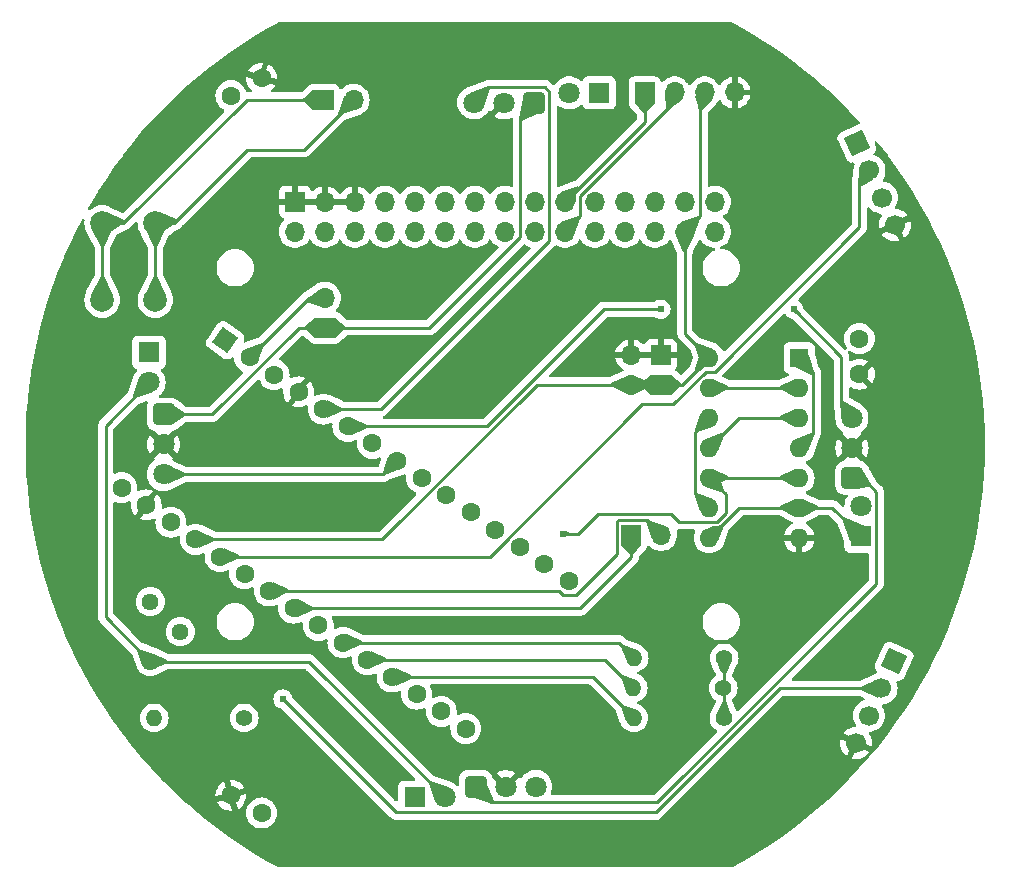
<source format=gbr>
G04 #@! TF.GenerationSoftware,KiCad,Pcbnew,7.0.11-7.0.11~ubuntu20.04.1*
G04 #@! TF.CreationDate,2024-03-27T14:10:51+00:00*
G04 #@! TF.ProjectId,Swarm-B_20230626,53776172-6d2d-4425-9f32-303233303632,rev?*
G04 #@! TF.SameCoordinates,Original*
G04 #@! TF.FileFunction,Copper,L1,Top*
G04 #@! TF.FilePolarity,Positive*
%FSLAX46Y46*%
G04 Gerber Fmt 4.6, Leading zero omitted, Abs format (unit mm)*
G04 Created by KiCad (PCBNEW 7.0.11-7.0.11~ubuntu20.04.1) date 2024-03-27 14:10:51*
%MOMM*%
%LPD*%
G01*
G04 APERTURE LIST*
G04 Aperture macros list*
%AMRoundRect*
0 Rectangle with rounded corners*
0 $1 Rounding radius*
0 $2 $3 $4 $5 $6 $7 $8 $9 X,Y pos of 4 corners*
0 Add a 4 corners polygon primitive as box body*
4,1,4,$2,$3,$4,$5,$6,$7,$8,$9,$2,$3,0*
0 Add four circle primitives for the rounded corners*
1,1,$1+$1,$2,$3*
1,1,$1+$1,$4,$5*
1,1,$1+$1,$6,$7*
1,1,$1+$1,$8,$9*
0 Add four rect primitives between the rounded corners*
20,1,$1+$1,$2,$3,$4,$5,0*
20,1,$1+$1,$4,$5,$6,$7,0*
20,1,$1+$1,$6,$7,$8,$9,0*
20,1,$1+$1,$8,$9,$2,$3,0*%
%AMHorizOval*
0 Thick line with rounded ends*
0 $1 width*
0 $2 $3 position (X,Y) of the first rounded end (center of the circle)*
0 $4 $5 position (X,Y) of the second rounded end (center of the circle)*
0 Add line between two ends*
20,1,$1,$2,$3,$4,$5,0*
0 Add two circle primitives to create the rounded ends*
1,1,$1,$2,$3*
1,1,$1,$4,$5*%
%AMRotRect*
0 Rectangle, with rotation*
0 The origin of the aperture is its center*
0 $1 length*
0 $2 width*
0 $3 Rotation angle, in degrees counterclockwise*
0 Add horizontal line*
21,1,$1,$2,0,0,$3*%
G04 Aperture macros list end*
G04 #@! TA.AperFunction,ComponentPad*
%ADD10R,1.800000X1.800000*%
G04 #@! TD*
G04 #@! TA.AperFunction,ComponentPad*
%ADD11C,1.800000*%
G04 #@! TD*
G04 #@! TA.AperFunction,ComponentPad*
%ADD12RoundRect,0.248400X-0.651600X0.651600X-0.651600X-0.651600X0.651600X-0.651600X0.651600X0.651600X0*%
G04 #@! TD*
G04 #@! TA.AperFunction,ComponentPad*
%ADD13R,1.700000X1.700000*%
G04 #@! TD*
G04 #@! TA.AperFunction,ComponentPad*
%ADD14O,1.700000X1.700000*%
G04 #@! TD*
G04 #@! TA.AperFunction,ComponentPad*
%ADD15C,1.600000*%
G04 #@! TD*
G04 #@! TA.AperFunction,ComponentPad*
%ADD16C,1.400000*%
G04 #@! TD*
G04 #@! TA.AperFunction,ComponentPad*
%ADD17O,1.400000X1.400000*%
G04 #@! TD*
G04 #@! TA.AperFunction,ComponentPad*
%ADD18C,2.000000*%
G04 #@! TD*
G04 #@! TA.AperFunction,ComponentPad*
%ADD19RotRect,1.700000X1.700000X25.000000*%
G04 #@! TD*
G04 #@! TA.AperFunction,ComponentPad*
%ADD20HorizOval,1.700000X0.000000X0.000000X0.000000X0.000000X0*%
G04 #@! TD*
G04 #@! TA.AperFunction,ComponentPad*
%ADD21RoundRect,0.248400X-0.651600X-0.651600X0.651600X-0.651600X0.651600X0.651600X-0.651600X0.651600X0*%
G04 #@! TD*
G04 #@! TA.AperFunction,ComponentPad*
%ADD22RotRect,1.700000X1.700000X335.000000*%
G04 #@! TD*
G04 #@! TA.AperFunction,ComponentPad*
%ADD23HorizOval,1.700000X0.000000X0.000000X0.000000X0.000000X0*%
G04 #@! TD*
G04 #@! TA.AperFunction,ComponentPad*
%ADD24RoundRect,0.248400X0.651600X-0.651600X0.651600X0.651600X-0.651600X0.651600X-0.651600X-0.651600X0*%
G04 #@! TD*
G04 #@! TA.AperFunction,ComponentPad*
%ADD25RoundRect,0.248400X0.651600X0.651600X-0.651600X0.651600X-0.651600X-0.651600X0.651600X-0.651600X0*%
G04 #@! TD*
G04 #@! TA.AperFunction,ComponentPad*
%ADD26RotRect,1.600000X1.600000X235.000000*%
G04 #@! TD*
G04 #@! TA.AperFunction,ComponentPad*
%ADD27HorizOval,1.600000X0.000000X0.000000X0.000000X0.000000X0*%
G04 #@! TD*
G04 #@! TA.AperFunction,ComponentPad*
%ADD28R,1.600000X1.600000*%
G04 #@! TD*
G04 #@! TA.AperFunction,ComponentPad*
%ADD29O,1.600000X1.600000*%
G04 #@! TD*
G04 #@! TA.AperFunction,ComponentPad*
%ADD30C,1.440000*%
G04 #@! TD*
G04 #@! TA.AperFunction,ViaPad*
%ADD31C,0.610000*%
G04 #@! TD*
G04 #@! TA.AperFunction,Conductor*
%ADD32C,0.254000*%
G04 #@! TD*
G04 APERTURE END LIST*
D10*
X111204000Y-124078000D03*
D11*
X113744000Y-124078000D03*
D10*
X126834000Y-64428000D03*
D11*
X124294000Y-64428000D03*
D10*
X88714000Y-86398000D03*
D11*
X88714000Y-88938000D03*
D10*
X149004000Y-101988000D03*
D11*
X149004000Y-99448000D03*
D12*
X89944000Y-91658000D03*
D11*
X89944000Y-94198000D03*
X89944000Y-96738000D03*
D13*
X103594000Y-84328000D03*
D14*
X103594000Y-81788000D03*
D15*
X148864000Y-85248000D03*
X148864000Y-88248000D03*
D13*
X129540000Y-101854000D03*
D14*
X132080000Y-101854000D03*
D13*
X132080000Y-86614000D03*
D14*
X129540000Y-86614000D03*
D13*
X132080000Y-89154000D03*
D14*
X129540000Y-89154000D03*
D16*
X96774000Y-117348000D03*
D17*
X89154000Y-117348000D03*
X129764000Y-117348000D03*
D16*
X137384000Y-117348000D03*
D13*
X103492000Y-65024000D03*
D14*
X106032000Y-65024000D03*
D18*
X84754000Y-81958000D03*
X84754000Y-75458000D03*
X89254000Y-81958000D03*
X89254000Y-75458000D03*
D15*
X95655000Y-64675000D03*
X98253076Y-63175000D03*
D13*
X130674000Y-64400000D03*
D14*
X133214000Y-64400000D03*
X135754000Y-64400000D03*
X138294000Y-64400000D03*
D16*
X137414000Y-112268000D03*
D17*
X129794000Y-112268000D03*
D15*
X98247200Y-125399800D03*
X95649124Y-123899800D03*
D16*
X137344000Y-114808000D03*
D17*
X129724000Y-114808000D03*
D19*
X148633600Y-68693900D03*
D20*
X149707050Y-70995922D03*
X150780501Y-73297944D03*
X151853951Y-75599965D03*
D21*
X116374000Y-123173000D03*
D11*
X118914000Y-123173000D03*
X121454000Y-123173000D03*
D22*
X151804000Y-112550000D03*
D23*
X150730550Y-114852022D03*
X149657099Y-117154044D03*
X148583649Y-119456065D03*
D24*
X148239000Y-97040000D03*
D11*
X148239000Y-94500000D03*
X148239000Y-91960000D03*
D25*
X121304000Y-65250000D03*
D11*
X118764000Y-65250000D03*
X116224000Y-65250000D03*
D26*
X95148200Y-85378400D03*
D27*
X97228846Y-86835284D03*
X99309492Y-88292168D03*
X101390139Y-89749052D03*
X103470785Y-91205937D03*
X105551431Y-92662821D03*
X107632077Y-94119705D03*
X109712723Y-95576589D03*
X111793370Y-97033473D03*
X113874016Y-98490357D03*
X115954662Y-99947241D03*
X118035308Y-101404126D03*
X120115954Y-102861010D03*
X122196601Y-104317894D03*
X124277247Y-105774778D03*
X115535942Y-118258655D03*
X113455296Y-116801771D03*
X111374649Y-115344887D03*
X109294003Y-113888003D03*
X107213357Y-112431119D03*
X105132711Y-110974234D03*
X103052065Y-109517350D03*
X100971418Y-108060466D03*
X98890772Y-106603582D03*
X96810126Y-105146698D03*
X94729480Y-103689814D03*
X92648834Y-102232930D03*
X90568187Y-100776045D03*
X88487541Y-99319161D03*
X86406895Y-97862277D03*
D28*
X143764000Y-86868000D03*
D29*
X143764000Y-89408000D03*
X143764000Y-91948000D03*
X143764000Y-94488000D03*
X143764000Y-97028000D03*
X143764000Y-99568000D03*
X143764000Y-102108000D03*
X136144000Y-102108000D03*
X136144000Y-99568000D03*
X136144000Y-97028000D03*
X136144000Y-94488000D03*
X136144000Y-91948000D03*
X136144000Y-89408000D03*
X136144000Y-86868000D03*
D30*
X88819000Y-107508000D03*
X91359000Y-110048000D03*
X88819000Y-112588000D03*
D13*
X101064000Y-73648000D03*
D14*
X101064000Y-76188000D03*
X103604000Y-73648000D03*
X103604000Y-76188000D03*
X106144000Y-73648000D03*
X106144000Y-76188000D03*
X108684000Y-73648000D03*
X108684000Y-76188000D03*
X111224000Y-73648000D03*
X111224000Y-76188000D03*
X113764000Y-73648000D03*
X113764000Y-76188000D03*
X116304000Y-73648000D03*
X116304000Y-76188000D03*
X118844000Y-73648000D03*
X118844000Y-76188000D03*
X121384000Y-73648000D03*
X121384000Y-76188000D03*
X123924000Y-73648000D03*
X123924000Y-76188000D03*
X126464000Y-73648000D03*
X126464000Y-76188000D03*
X129004000Y-73648000D03*
X129004000Y-76188000D03*
X131544000Y-73648000D03*
X131544000Y-76188000D03*
X134084000Y-73648000D03*
X134084000Y-76188000D03*
X136624000Y-73648000D03*
X136624000Y-76188000D03*
D31*
X100054000Y-115750000D03*
X123804000Y-101750000D03*
X143304000Y-82750000D03*
X132054000Y-82750000D03*
D32*
X90846000Y-75458000D02*
X97054000Y-69250000D01*
X89254000Y-75458000D02*
X90846000Y-75458000D01*
X101806000Y-69250000D02*
X106032000Y-65024000D01*
X97054000Y-69250000D02*
X101806000Y-69250000D01*
X150730550Y-114852022D02*
X142127163Y-114852022D01*
X142127163Y-114852022D02*
X131620185Y-125359000D01*
X131620185Y-125359000D02*
X109663000Y-125359000D01*
X109663000Y-125359000D02*
X100054000Y-115750000D01*
X148864000Y-88248000D02*
X149663999Y-89047999D01*
X149663999Y-89047999D02*
X149663999Y-93075001D01*
X149663999Y-93075001D02*
X148239000Y-94500000D01*
X148239000Y-97040000D02*
X149138999Y-97040000D01*
X149138999Y-97040000D02*
X150285000Y-98186001D01*
X150285000Y-98186001D02*
X150285000Y-105975765D01*
X131760765Y-124500000D02*
X117701000Y-124500000D01*
X150285000Y-105975765D02*
X131760765Y-124500000D01*
X117701000Y-124500000D02*
X116374000Y-123173000D01*
X143304000Y-82750000D02*
X147339000Y-86785000D01*
X147339000Y-86785000D02*
X147339000Y-91060000D01*
X147339000Y-91060000D02*
X148239000Y-91960000D01*
X132054000Y-82750000D02*
X131944400Y-82750000D01*
X131554000Y-82750000D02*
X132054000Y-82750000D01*
X117312945Y-92662821D02*
X127225766Y-82750000D01*
X127225766Y-82750000D02*
X131554000Y-82750000D01*
X105551431Y-92662821D02*
X117312945Y-92662821D01*
X133553000Y-100749000D02*
X132919000Y-100115000D01*
X132919000Y-100115000D02*
X126689000Y-100115000D01*
X126689000Y-100115000D02*
X125054000Y-101750000D01*
X123804000Y-101750000D02*
X125054000Y-101750000D01*
X137554000Y-99979580D02*
X137554000Y-98438000D01*
X133553000Y-100749000D02*
X136784580Y-100749000D01*
X136784580Y-100749000D02*
X137554000Y-99979580D01*
X137554000Y-98438000D02*
X136144000Y-97028000D01*
X94729480Y-103689814D02*
X117544186Y-103689814D01*
X117544186Y-103689814D02*
X130467000Y-90767000D01*
X133114813Y-90767000D02*
X135832813Y-88049000D01*
X130467000Y-90767000D02*
X133114813Y-90767000D01*
X148857050Y-75825137D02*
X148857050Y-71845922D01*
X135832813Y-88049000D02*
X136633187Y-88049000D01*
X136633187Y-88049000D02*
X148857050Y-75825137D01*
X148857050Y-71845922D02*
X149707050Y-70995922D01*
X143764000Y-99568000D02*
X146584000Y-99568000D01*
X146584000Y-99568000D02*
X149004000Y-101988000D01*
X136144000Y-91948000D02*
X134963000Y-93129000D01*
X134963000Y-93129000D02*
X134963000Y-98387000D01*
X134963000Y-98387000D02*
X136144000Y-99568000D01*
X143764000Y-94488000D02*
X144945000Y-93307000D01*
X144945000Y-93307000D02*
X144945000Y-88049000D01*
X144945000Y-88049000D02*
X143764000Y-86868000D01*
X136144000Y-97028000D02*
X143764000Y-97028000D01*
X143764000Y-89408000D02*
X136144000Y-89408000D01*
X143764000Y-91948000D02*
X138684000Y-91948000D01*
X138684000Y-91948000D02*
X136144000Y-94488000D01*
X143764000Y-99568000D02*
X138684000Y-99568000D01*
X138684000Y-99568000D02*
X136144000Y-102108000D01*
X137414000Y-112268000D02*
X137414000Y-117318000D01*
X137414000Y-117318000D02*
X137384000Y-117348000D01*
X133214000Y-64400000D02*
X133214000Y-65157103D01*
X133214000Y-65157103D02*
X125233000Y-73138103D01*
X125233000Y-73138103D02*
X125233000Y-74879000D01*
X125233000Y-74879000D02*
X123924000Y-76188000D01*
X130674000Y-64400000D02*
X130674000Y-66898000D01*
X130674000Y-66898000D02*
X123924000Y-73648000D01*
X116224000Y-65250000D02*
X117505000Y-63969000D01*
X117505000Y-63969000D02*
X122223188Y-63969000D01*
X122223188Y-63969000D02*
X122615000Y-64360812D01*
X122615000Y-64360812D02*
X122615000Y-76939000D01*
X122615000Y-76939000D02*
X108348063Y-91205937D01*
X108348063Y-91205937D02*
X103470785Y-91205937D01*
X103594000Y-84328000D02*
X112444897Y-84328000D01*
X112444897Y-84328000D02*
X120153000Y-76619897D01*
X120153000Y-76619897D02*
X120153000Y-66401000D01*
X120153000Y-66401000D02*
X121304000Y-65250000D01*
X88819000Y-112588000D02*
X102254000Y-112588000D01*
X102254000Y-112588000D02*
X113744000Y-124078000D01*
X88714000Y-88938000D02*
X85054000Y-92598000D01*
X85054000Y-92598000D02*
X85054000Y-108823000D01*
X85054000Y-108823000D02*
X88819000Y-112588000D01*
X103594000Y-81788000D02*
X102276130Y-81788000D01*
X102276130Y-81788000D02*
X97228846Y-86835284D01*
X89944000Y-91658000D02*
X94076317Y-91658000D01*
X94076317Y-91658000D02*
X101406317Y-84328000D01*
X101406317Y-84328000D02*
X103594000Y-84328000D01*
X89944000Y-96738000D02*
X108551312Y-96738000D01*
X108551312Y-96738000D02*
X109712723Y-95576589D01*
X132080000Y-86614000D02*
X129540000Y-86614000D01*
X134084000Y-76188000D02*
X135393000Y-74879000D01*
X135393000Y-74879000D02*
X135393000Y-64761000D01*
X135393000Y-64761000D02*
X135754000Y-64400000D01*
X134084000Y-84808000D02*
X134084000Y-76188000D01*
X136144000Y-86868000D02*
X134084000Y-84808000D01*
X132080000Y-89154000D02*
X133858000Y-89154000D01*
X133858000Y-89154000D02*
X136144000Y-86868000D01*
X129540000Y-89154000D02*
X132080000Y-89154000D01*
X92648834Y-102232930D02*
X108461256Y-102232930D01*
X108461256Y-102232930D02*
X121540186Y-89154000D01*
X121540186Y-89154000D02*
X129540000Y-89154000D01*
X98890772Y-106603582D02*
X123435864Y-106603582D01*
X123435864Y-106603582D02*
X123788060Y-106955778D01*
X130849000Y-100623000D02*
X132080000Y-101854000D01*
X123788060Y-106955778D02*
X124848222Y-106955778D01*
X128309000Y-103495000D02*
X128309000Y-100745000D01*
X124848222Y-106955778D02*
X128309000Y-103495000D01*
X128309000Y-100745000D02*
X128431000Y-100623000D01*
X128431000Y-100623000D02*
X130849000Y-100623000D01*
X125243534Y-108060466D02*
X129554000Y-103750000D01*
X100971418Y-108060466D02*
X125243534Y-108060466D01*
X129554000Y-103750000D02*
X129540000Y-103736000D01*
X129540000Y-103736000D02*
X129540000Y-101854000D01*
X105132711Y-110974234D02*
X128500234Y-110974234D01*
X128500234Y-110974234D02*
X129794000Y-112268000D01*
X107213357Y-112431119D02*
X127347119Y-112431119D01*
X127347119Y-112431119D02*
X129724000Y-114808000D01*
X109294003Y-113888003D02*
X126304003Y-113888003D01*
X126304003Y-113888003D02*
X129764000Y-117348000D01*
X101064000Y-73648000D02*
X106144000Y-73648000D01*
X84754000Y-75458000D02*
X84754000Y-81958000D01*
X89254000Y-75458000D02*
X89254000Y-81958000D01*
X103492000Y-65024000D02*
X96976187Y-65024000D01*
X96976187Y-65024000D02*
X86542187Y-75458000D01*
X86542187Y-75458000D02*
X84754000Y-75458000D01*
G04 #@! TA.AperFunction,Conductor*
G36*
X138126321Y-58482089D02*
G01*
X139127375Y-59037889D01*
X139130684Y-59039792D01*
X140203046Y-59679217D01*
X140206256Y-59681199D01*
X140732304Y-60017279D01*
X141258330Y-60353346D01*
X141261521Y-60355454D01*
X142292399Y-61059741D01*
X142295523Y-61061947D01*
X143304176Y-61797673D01*
X143307230Y-61799974D01*
X144292708Y-62566444D01*
X144295690Y-62568838D01*
X145257071Y-63365334D01*
X145259977Y-63367818D01*
X145290629Y-63394849D01*
X146196354Y-64193590D01*
X146199152Y-64196135D01*
X147107071Y-65047994D01*
X147109649Y-65050413D01*
X147112388Y-65053064D01*
X147385915Y-65326042D01*
X147996054Y-65934955D01*
X147998719Y-65937697D01*
X148854828Y-66846475D01*
X148857388Y-66849278D01*
X148898497Y-66895705D01*
X148928202Y-66958945D01*
X148919002Y-67028206D01*
X148873816Y-67081498D01*
X148858066Y-67090290D01*
X147245029Y-67842461D01*
X147192893Y-67873957D01*
X147090320Y-67978171D01*
X147090319Y-67978174D01*
X147021269Y-68107050D01*
X147021264Y-68107062D01*
X146991317Y-68250179D01*
X147002906Y-68395943D01*
X147022602Y-68453590D01*
X147782161Y-70082470D01*
X147813657Y-70134606D01*
X147917871Y-70237179D01*
X147917874Y-70237180D01*
X148046750Y-70306230D01*
X148046752Y-70306231D01*
X148046758Y-70306234D01*
X148046761Y-70306234D01*
X148046762Y-70306235D01*
X148078097Y-70312791D01*
X148189881Y-70336182D01*
X148318011Y-70325995D01*
X148386397Y-70340304D01*
X148436193Y-70389316D01*
X148451586Y-70457469D01*
X148441393Y-70499413D01*
X148417753Y-70553308D01*
X148362485Y-70771556D01*
X148348944Y-70934967D01*
X148345912Y-70953800D01*
X148344815Y-70958346D01*
X148290351Y-71536400D01*
X148275563Y-71584500D01*
X148261481Y-71610117D01*
X148261480Y-71610119D01*
X148256379Y-71629986D01*
X148250080Y-71648384D01*
X148241934Y-71667209D01*
X148241931Y-71667218D01*
X148234976Y-71711134D01*
X148232607Y-71722572D01*
X148221550Y-71765632D01*
X148221550Y-71786147D01*
X148220022Y-71805546D01*
X148216815Y-71825801D01*
X148219441Y-71853577D01*
X148221000Y-71870071D01*
X148221550Y-71881741D01*
X148221550Y-72260809D01*
X148221003Y-72272443D01*
X148220020Y-72282870D01*
X148218331Y-72306741D01*
X148218331Y-72306751D01*
X148218279Y-72307849D01*
X148220496Y-72382009D01*
X148220763Y-72390918D01*
X148221550Y-72402142D01*
X148221550Y-75510541D01*
X148201865Y-75577580D01*
X148185231Y-75598222D01*
X137499184Y-86284268D01*
X137437861Y-86317753D01*
X137368169Y-86312769D01*
X137312236Y-86270897D01*
X137299124Y-86248996D01*
X137281523Y-86211251D01*
X137150198Y-86023700D01*
X136988300Y-85861802D01*
X136818528Y-85742926D01*
X136800748Y-85730476D01*
X136630123Y-85650913D01*
X136624577Y-85648156D01*
X136611535Y-85641261D01*
X136607888Y-85639957D01*
X136597253Y-85635586D01*
X136593243Y-85633716D01*
X136586960Y-85632032D01*
X136577303Y-85629016D01*
X135399189Y-85207614D01*
X135353271Y-85178539D01*
X134755819Y-84581086D01*
X134722334Y-84519763D01*
X134719500Y-84493405D01*
X134719500Y-78043207D01*
X134731661Y-77989652D01*
X134801243Y-77844345D01*
X135248383Y-76910582D01*
X135295091Y-76858621D01*
X135362478Y-76840160D01*
X135429148Y-76861060D01*
X135464028Y-76896314D01*
X135548278Y-77025268D01*
X135548283Y-77025273D01*
X135548284Y-77025276D01*
X135700756Y-77190902D01*
X135700760Y-77190906D01*
X135878424Y-77329189D01*
X135878425Y-77329189D01*
X135878427Y-77329191D01*
X135963626Y-77375298D01*
X136076426Y-77436342D01*
X136289365Y-77509444D01*
X136511431Y-77546500D01*
X136540480Y-77546500D01*
X136607519Y-77566185D01*
X136653274Y-77618989D01*
X136663218Y-77688147D01*
X136634193Y-77751703D01*
X136587933Y-77785061D01*
X136444807Y-77844345D01*
X136234028Y-77973510D01*
X136046055Y-78134055D01*
X135885510Y-78322028D01*
X135756345Y-78532807D01*
X135661745Y-78761192D01*
X135604038Y-79001562D01*
X135584644Y-79248000D01*
X135604038Y-79494437D01*
X135661745Y-79734807D01*
X135756345Y-79963192D01*
X135756347Y-79963196D01*
X135756348Y-79963197D01*
X135885510Y-80173971D01*
X136046055Y-80361945D01*
X136234029Y-80522490D01*
X136444803Y-80651652D01*
X136444805Y-80651652D01*
X136444807Y-80651654D01*
X136523173Y-80684114D01*
X136673188Y-80746253D01*
X136913560Y-80803961D01*
X137160000Y-80823356D01*
X137406440Y-80803961D01*
X137646812Y-80746253D01*
X137875197Y-80651652D01*
X138085971Y-80522490D01*
X138273945Y-80361945D01*
X138434490Y-80173971D01*
X138563652Y-79963197D01*
X138658253Y-79734812D01*
X138715961Y-79494440D01*
X138735356Y-79248000D01*
X138715961Y-79001560D01*
X138658253Y-78761188D01*
X138596114Y-78611173D01*
X138563654Y-78532807D01*
X138507940Y-78441890D01*
X138434490Y-78322029D01*
X138273945Y-78134055D01*
X138085971Y-77973510D01*
X137875197Y-77844348D01*
X137875196Y-77844347D01*
X137875192Y-77844345D01*
X137646807Y-77749745D01*
X137406436Y-77692038D01*
X137406437Y-77692038D01*
X137205148Y-77676197D01*
X137139860Y-77651313D01*
X137098389Y-77595082D01*
X137093902Y-77525357D01*
X137127824Y-77464274D01*
X137167466Y-77439729D01*
X137166883Y-77438399D01*
X137171559Y-77436346D01*
X137171574Y-77436342D01*
X137369576Y-77329189D01*
X137547240Y-77190906D01*
X137699722Y-77025268D01*
X137822860Y-76836791D01*
X137913296Y-76630616D01*
X137968564Y-76412368D01*
X137968575Y-76412233D01*
X137987156Y-76188005D01*
X137987156Y-76187994D01*
X137968565Y-75963640D01*
X137968563Y-75963628D01*
X137938588Y-75845259D01*
X137913296Y-75745384D01*
X137822860Y-75539209D01*
X137815586Y-75528076D01*
X137699723Y-75350734D01*
X137699715Y-75350723D01*
X137547243Y-75185097D01*
X137547238Y-75185092D01*
X137369577Y-75046812D01*
X137369578Y-75046812D01*
X137369576Y-75046811D01*
X137333070Y-75027055D01*
X137283479Y-74977836D01*
X137268371Y-74909619D01*
X137292541Y-74844064D01*
X137333070Y-74808945D01*
X137333084Y-74808936D01*
X137369576Y-74789189D01*
X137547240Y-74650906D01*
X137699722Y-74485268D01*
X137822860Y-74296791D01*
X137913296Y-74090616D01*
X137968564Y-73872368D01*
X137979486Y-73740560D01*
X137987156Y-73648005D01*
X137987156Y-73647994D01*
X137968565Y-73423640D01*
X137968563Y-73423628D01*
X137913296Y-73205385D01*
X137855483Y-73073584D01*
X137822860Y-72999209D01*
X137806706Y-72974484D01*
X137761291Y-72904970D01*
X137699722Y-72810732D01*
X137699719Y-72810729D01*
X137699715Y-72810723D01*
X137547243Y-72645097D01*
X137547238Y-72645092D01*
X137369577Y-72506812D01*
X137369572Y-72506808D01*
X137171580Y-72399661D01*
X137171577Y-72399659D01*
X137171574Y-72399658D01*
X137171571Y-72399657D01*
X137171569Y-72399656D01*
X136958637Y-72326556D01*
X136736569Y-72289500D01*
X136511431Y-72289500D01*
X136289362Y-72326556D01*
X136192763Y-72359719D01*
X136122964Y-72362869D01*
X136062543Y-72327783D01*
X136030682Y-72265600D01*
X136028500Y-72242438D01*
X136028500Y-66246819D01*
X136048185Y-66179780D01*
X136056918Y-66167825D01*
X136059097Y-66165189D01*
X136744086Y-65336360D01*
X136762786Y-65312315D01*
X136762785Y-65312315D01*
X136766072Y-65308090D01*
X136766141Y-65308144D01*
X136775012Y-65296697D01*
X136829722Y-65237268D01*
X136923749Y-65093347D01*
X136976894Y-65047994D01*
X137046125Y-65038570D01*
X137109461Y-65068072D01*
X137129130Y-65090048D01*
X137255890Y-65271078D01*
X137422917Y-65438105D01*
X137616421Y-65573600D01*
X137830507Y-65673429D01*
X137830516Y-65673433D01*
X138044000Y-65730634D01*
X138044000Y-64835501D01*
X138151685Y-64884680D01*
X138258237Y-64900000D01*
X138329763Y-64900000D01*
X138436315Y-64884680D01*
X138544000Y-64835501D01*
X138544000Y-65730633D01*
X138757483Y-65673433D01*
X138757492Y-65673429D01*
X138971578Y-65573600D01*
X139165082Y-65438105D01*
X139332105Y-65271082D01*
X139467600Y-65077578D01*
X139567429Y-64863492D01*
X139567432Y-64863486D01*
X139624636Y-64650000D01*
X138727686Y-64650000D01*
X138753493Y-64609844D01*
X138794000Y-64471889D01*
X138794000Y-64328111D01*
X138753493Y-64190156D01*
X138727686Y-64150000D01*
X139624636Y-64150000D01*
X139624635Y-64149999D01*
X139567432Y-63936513D01*
X139567429Y-63936507D01*
X139467600Y-63722422D01*
X139467599Y-63722420D01*
X139332113Y-63528926D01*
X139332108Y-63528920D01*
X139165082Y-63361894D01*
X138971578Y-63226399D01*
X138757492Y-63126570D01*
X138757486Y-63126567D01*
X138544000Y-63069364D01*
X138544000Y-63964498D01*
X138436315Y-63915320D01*
X138329763Y-63900000D01*
X138258237Y-63900000D01*
X138151685Y-63915320D01*
X138044000Y-63964498D01*
X138044000Y-63069364D01*
X138043999Y-63069364D01*
X137830513Y-63126567D01*
X137830507Y-63126570D01*
X137616422Y-63226399D01*
X137616420Y-63226400D01*
X137422926Y-63361886D01*
X137422920Y-63361891D01*
X137255891Y-63528920D01*
X137255890Y-63528922D01*
X137129131Y-63709952D01*
X137074554Y-63753577D01*
X137005055Y-63760769D01*
X136942701Y-63729247D01*
X136923752Y-63706656D01*
X136829722Y-63562732D01*
X136829715Y-63562725D01*
X136829715Y-63562723D01*
X136677243Y-63397097D01*
X136677238Y-63397092D01*
X136529107Y-63281796D01*
X136499576Y-63258811D01*
X136499575Y-63258810D01*
X136499572Y-63258808D01*
X136301580Y-63151661D01*
X136301577Y-63151659D01*
X136301574Y-63151658D01*
X136301571Y-63151657D01*
X136301569Y-63151656D01*
X136088637Y-63078556D01*
X135866569Y-63041500D01*
X135641431Y-63041500D01*
X135419362Y-63078556D01*
X135206430Y-63151656D01*
X135206419Y-63151661D01*
X135008427Y-63258808D01*
X135008422Y-63258812D01*
X134830761Y-63397092D01*
X134830756Y-63397097D01*
X134678284Y-63562723D01*
X134678276Y-63562734D01*
X134587808Y-63701206D01*
X134534662Y-63746562D01*
X134465431Y-63755986D01*
X134402095Y-63726484D01*
X134380192Y-63701206D01*
X134322286Y-63612576D01*
X134289722Y-63562732D01*
X134289719Y-63562729D01*
X134289715Y-63562723D01*
X134137243Y-63397097D01*
X134137238Y-63397092D01*
X133989107Y-63281796D01*
X133959576Y-63258811D01*
X133959575Y-63258810D01*
X133959572Y-63258808D01*
X133761580Y-63151661D01*
X133761577Y-63151659D01*
X133761574Y-63151658D01*
X133761571Y-63151657D01*
X133761569Y-63151656D01*
X133548637Y-63078556D01*
X133326569Y-63041500D01*
X133101431Y-63041500D01*
X132879362Y-63078556D01*
X132666430Y-63151656D01*
X132666419Y-63151661D01*
X132468427Y-63258808D01*
X132468422Y-63258812D01*
X132290761Y-63397092D01*
X132227548Y-63465760D01*
X132167661Y-63501750D01*
X132097823Y-63499649D01*
X132040207Y-63460124D01*
X132020138Y-63425110D01*
X131974889Y-63303796D01*
X131941214Y-63258812D01*
X131887261Y-63186739D01*
X131770204Y-63099111D01*
X131735680Y-63086234D01*
X131633203Y-63048011D01*
X131572654Y-63041500D01*
X131572638Y-63041500D01*
X129775362Y-63041500D01*
X129775345Y-63041500D01*
X129714797Y-63048011D01*
X129714795Y-63048011D01*
X129577795Y-63099111D01*
X129460739Y-63186739D01*
X129373111Y-63303795D01*
X129322011Y-63440795D01*
X129322011Y-63440797D01*
X129315500Y-63501345D01*
X129315500Y-65251110D01*
X129314878Y-65261793D01*
X129315154Y-65272169D01*
X129315070Y-65272171D01*
X129315500Y-65277227D01*
X129315500Y-65298654D01*
X129322011Y-65359202D01*
X129322011Y-65359203D01*
X129336197Y-65397237D01*
X129338039Y-65403209D01*
X129338189Y-65403161D01*
X129339546Y-65407367D01*
X129339547Y-65407372D01*
X129342297Y-65415895D01*
X129342300Y-65415903D01*
X129342303Y-65415912D01*
X129363461Y-65471169D01*
X129365646Y-65476193D01*
X129373110Y-65496202D01*
X129373112Y-65496205D01*
X129414766Y-65551848D01*
X129420421Y-65560072D01*
X129439846Y-65590917D01*
X130008953Y-66259992D01*
X130037394Y-66323810D01*
X130038500Y-66340332D01*
X130038500Y-66583404D01*
X130018815Y-66650443D01*
X130002181Y-66671085D01*
X124786463Y-71886802D01*
X124739995Y-71916072D01*
X123439624Y-72374314D01*
X123425894Y-72379374D01*
X123425315Y-72379597D01*
X123423431Y-72380394D01*
X123423088Y-72379584D01*
X123357272Y-72389276D01*
X123293618Y-72360468D01*
X123255643Y-72301820D01*
X123250500Y-72266479D01*
X123250500Y-65654309D01*
X123270185Y-65587270D01*
X123322989Y-65541515D01*
X123392147Y-65531571D01*
X123450659Y-65556454D01*
X123520983Y-65611190D01*
X123520985Y-65611191D01*
X123520988Y-65611193D01*
X123600660Y-65654309D01*
X123726273Y-65722287D01*
X123810965Y-65751362D01*
X123947045Y-65798079D01*
X123947047Y-65798079D01*
X123947049Y-65798080D01*
X124177288Y-65836500D01*
X124177289Y-65836500D01*
X124410711Y-65836500D01*
X124410712Y-65836500D01*
X124640951Y-65798080D01*
X124861727Y-65722287D01*
X125067017Y-65611190D01*
X125251220Y-65467818D01*
X125251231Y-65467805D01*
X125254990Y-65464347D01*
X125255714Y-65465133D01*
X125311067Y-65431861D01*
X125380905Y-65433954D01*
X125438525Y-65473472D01*
X125458602Y-65508495D01*
X125483111Y-65574205D01*
X125521890Y-65626007D01*
X125570739Y-65691261D01*
X125687796Y-65778889D01*
X125824799Y-65829989D01*
X125852050Y-65832918D01*
X125885345Y-65836499D01*
X125885362Y-65836500D01*
X127782638Y-65836500D01*
X127782654Y-65836499D01*
X127809692Y-65833591D01*
X127843201Y-65829989D01*
X127980204Y-65778889D01*
X128097261Y-65691261D01*
X128184889Y-65574204D01*
X128235989Y-65437201D01*
X128239676Y-65402906D01*
X128242499Y-65376654D01*
X128242500Y-65376637D01*
X128242500Y-63479362D01*
X128242499Y-63479345D01*
X128239157Y-63448270D01*
X128235989Y-63418799D01*
X128235560Y-63417650D01*
X128209181Y-63346926D01*
X128184889Y-63281796D01*
X128097261Y-63164739D01*
X127980204Y-63077111D01*
X127959434Y-63069364D01*
X127843203Y-63026011D01*
X127782654Y-63019500D01*
X127782638Y-63019500D01*
X125885362Y-63019500D01*
X125885345Y-63019500D01*
X125824797Y-63026011D01*
X125824795Y-63026011D01*
X125687795Y-63077111D01*
X125570739Y-63164739D01*
X125483111Y-63281794D01*
X125458602Y-63347504D01*
X125416729Y-63403437D01*
X125351264Y-63427852D01*
X125282992Y-63412999D01*
X125255275Y-63391342D01*
X125254990Y-63391653D01*
X125251225Y-63388187D01*
X125251220Y-63388182D01*
X125067017Y-63244810D01*
X125067015Y-63244809D01*
X125067014Y-63244808D01*
X125067011Y-63244806D01*
X124861733Y-63133716D01*
X124861730Y-63133715D01*
X124861727Y-63133713D01*
X124861721Y-63133711D01*
X124861719Y-63133710D01*
X124640954Y-63057920D01*
X124449730Y-63026011D01*
X124410712Y-63019500D01*
X124177288Y-63019500D01*
X124138270Y-63026011D01*
X123947045Y-63057920D01*
X123726280Y-63133710D01*
X123726266Y-63133716D01*
X123520988Y-63244806D01*
X123520985Y-63244808D01*
X123336781Y-63388181D01*
X123336776Y-63388185D01*
X123178688Y-63559913D01*
X123078118Y-63713848D01*
X123024971Y-63759204D01*
X122955740Y-63768628D01*
X122892404Y-63739126D01*
X122886628Y-63733707D01*
X122731846Y-63578925D01*
X122721920Y-63566535D01*
X122721713Y-63566707D01*
X122716740Y-63560696D01*
X122666906Y-63513899D01*
X122664106Y-63511185D01*
X122644286Y-63491365D01*
X122644282Y-63491361D01*
X122640984Y-63488803D01*
X122632103Y-63481217D01*
X122599697Y-63450785D01*
X122599689Y-63450780D01*
X122581728Y-63440906D01*
X122565462Y-63430222D01*
X122550733Y-63418797D01*
X122549255Y-63417650D01*
X122549254Y-63417649D01*
X122549252Y-63417648D01*
X122508440Y-63399987D01*
X122497951Y-63394849D01*
X122458993Y-63373432D01*
X122458992Y-63373431D01*
X122458991Y-63373431D01*
X122439125Y-63368330D01*
X122420726Y-63362030D01*
X122401897Y-63353883D01*
X122401896Y-63353882D01*
X122357976Y-63346926D01*
X122346540Y-63344558D01*
X122303470Y-63333500D01*
X122282962Y-63333500D01*
X122263564Y-63331973D01*
X122252957Y-63330293D01*
X122243310Y-63328765D01*
X122243309Y-63328764D01*
X122199036Y-63332950D01*
X122187367Y-63333500D01*
X117588852Y-63333500D01*
X117573069Y-63331757D01*
X117573044Y-63332025D01*
X117565282Y-63331291D01*
X117565281Y-63331291D01*
X117496938Y-63333439D01*
X117493043Y-63333500D01*
X117465017Y-63333500D01*
X117465013Y-63333500D01*
X117465001Y-63333501D01*
X117460876Y-63334022D01*
X117449247Y-63334937D01*
X117404799Y-63336334D01*
X117404794Y-63336335D01*
X117385093Y-63342058D01*
X117366054Y-63346000D01*
X117345711Y-63348571D01*
X117345705Y-63348572D01*
X117345701Y-63348573D01*
X117304354Y-63364942D01*
X117293317Y-63368721D01*
X117250606Y-63381131D01*
X117250602Y-63381133D01*
X117232949Y-63391572D01*
X117215493Y-63400124D01*
X117196419Y-63407677D01*
X117196407Y-63407684D01*
X117186726Y-63414717D01*
X117154574Y-63431515D01*
X115807256Y-63900000D01*
X115763198Y-63915320D01*
X115722561Y-63929450D01*
X115708307Y-63934645D01*
X115707681Y-63934883D01*
X115686229Y-63944762D01*
X115674634Y-63949408D01*
X115656283Y-63955708D01*
X115656270Y-63955714D01*
X115450988Y-64066806D01*
X115450985Y-64066808D01*
X115266781Y-64210181D01*
X115266776Y-64210185D01*
X115108686Y-64381915D01*
X114981015Y-64577331D01*
X114887251Y-64791092D01*
X114829948Y-65017377D01*
X114810673Y-65249994D01*
X114810673Y-65250005D01*
X114829948Y-65482622D01*
X114887251Y-65708907D01*
X114981015Y-65922668D01*
X115108686Y-66118084D01*
X115266109Y-66289089D01*
X115266780Y-66289818D01*
X115450983Y-66433190D01*
X115450985Y-66433191D01*
X115450988Y-66433193D01*
X115491264Y-66454989D01*
X115656273Y-66544287D01*
X115770216Y-66583404D01*
X115877045Y-66620079D01*
X115877047Y-66620079D01*
X115877049Y-66620080D01*
X116107288Y-66658500D01*
X116107289Y-66658500D01*
X116340711Y-66658500D01*
X116340712Y-66658500D01*
X116570951Y-66620080D01*
X116791727Y-66544287D01*
X116997017Y-66433190D01*
X117181220Y-66289818D01*
X117339314Y-66118083D01*
X117347352Y-66105781D01*
X117395267Y-66032440D01*
X117448412Y-65987082D01*
X117517644Y-65977658D01*
X117580980Y-66007159D01*
X117602885Y-66032438D01*
X117612812Y-66047632D01*
X118319549Y-65340894D01*
X118320327Y-65351265D01*
X118369887Y-65477541D01*
X118454465Y-65583599D01*
X118566547Y-65660016D01*
X118674299Y-65693253D01*
X117965201Y-66402351D01*
X117995649Y-66426050D01*
X118199697Y-66536476D01*
X118199706Y-66536479D01*
X118419139Y-66611811D01*
X118647993Y-66650000D01*
X118880007Y-66650000D01*
X119108860Y-66611811D01*
X119328293Y-66536479D01*
X119328306Y-66536474D01*
X119334476Y-66533135D01*
X119402804Y-66518536D01*
X119468177Y-66543195D01*
X119509841Y-66599283D01*
X119517500Y-66642186D01*
X119517500Y-72269215D01*
X119497815Y-72336254D01*
X119445011Y-72382009D01*
X119375853Y-72391953D01*
X119353237Y-72386496D01*
X119178637Y-72326556D01*
X118956569Y-72289500D01*
X118731431Y-72289500D01*
X118509362Y-72326556D01*
X118296430Y-72399656D01*
X118296419Y-72399661D01*
X118098427Y-72506808D01*
X118098422Y-72506812D01*
X117920761Y-72645092D01*
X117920756Y-72645097D01*
X117768284Y-72810723D01*
X117768276Y-72810734D01*
X117677808Y-72949206D01*
X117624662Y-72994562D01*
X117555431Y-73003986D01*
X117492095Y-72974484D01*
X117470192Y-72949206D01*
X117394602Y-72833508D01*
X117379722Y-72810732D01*
X117379719Y-72810729D01*
X117379715Y-72810723D01*
X117227243Y-72645097D01*
X117227238Y-72645092D01*
X117049577Y-72506812D01*
X117049572Y-72506808D01*
X116851580Y-72399661D01*
X116851577Y-72399659D01*
X116851574Y-72399658D01*
X116851571Y-72399657D01*
X116851569Y-72399656D01*
X116638637Y-72326556D01*
X116416569Y-72289500D01*
X116191431Y-72289500D01*
X115969362Y-72326556D01*
X115756430Y-72399656D01*
X115756419Y-72399661D01*
X115558427Y-72506808D01*
X115558422Y-72506812D01*
X115380761Y-72645092D01*
X115380756Y-72645097D01*
X115228284Y-72810723D01*
X115228276Y-72810734D01*
X115137808Y-72949206D01*
X115084662Y-72994562D01*
X115015431Y-73003986D01*
X114952095Y-72974484D01*
X114930192Y-72949206D01*
X114854602Y-72833508D01*
X114839722Y-72810732D01*
X114839719Y-72810729D01*
X114839715Y-72810723D01*
X114687243Y-72645097D01*
X114687238Y-72645092D01*
X114509577Y-72506812D01*
X114509572Y-72506808D01*
X114311580Y-72399661D01*
X114311577Y-72399659D01*
X114311574Y-72399658D01*
X114311571Y-72399657D01*
X114311569Y-72399656D01*
X114098637Y-72326556D01*
X113876569Y-72289500D01*
X113651431Y-72289500D01*
X113429362Y-72326556D01*
X113216430Y-72399656D01*
X113216419Y-72399661D01*
X113018427Y-72506808D01*
X113018422Y-72506812D01*
X112840761Y-72645092D01*
X112840756Y-72645097D01*
X112688284Y-72810723D01*
X112688276Y-72810734D01*
X112597808Y-72949206D01*
X112544662Y-72994562D01*
X112475431Y-73003986D01*
X112412095Y-72974484D01*
X112390192Y-72949206D01*
X112314602Y-72833508D01*
X112299722Y-72810732D01*
X112299719Y-72810729D01*
X112299715Y-72810723D01*
X112147243Y-72645097D01*
X112147238Y-72645092D01*
X111969577Y-72506812D01*
X111969572Y-72506808D01*
X111771580Y-72399661D01*
X111771577Y-72399659D01*
X111771574Y-72399658D01*
X111771571Y-72399657D01*
X111771569Y-72399656D01*
X111558637Y-72326556D01*
X111336569Y-72289500D01*
X111111431Y-72289500D01*
X110889362Y-72326556D01*
X110676430Y-72399656D01*
X110676419Y-72399661D01*
X110478427Y-72506808D01*
X110478422Y-72506812D01*
X110300761Y-72645092D01*
X110300756Y-72645097D01*
X110148284Y-72810723D01*
X110148276Y-72810734D01*
X110057808Y-72949206D01*
X110004662Y-72994562D01*
X109935431Y-73003986D01*
X109872095Y-72974484D01*
X109850192Y-72949206D01*
X109774602Y-72833508D01*
X109759722Y-72810732D01*
X109759719Y-72810729D01*
X109759715Y-72810723D01*
X109607243Y-72645097D01*
X109607238Y-72645092D01*
X109429577Y-72506812D01*
X109429572Y-72506808D01*
X109231580Y-72399661D01*
X109231577Y-72399659D01*
X109231574Y-72399658D01*
X109231571Y-72399657D01*
X109231569Y-72399656D01*
X109018637Y-72326556D01*
X108796569Y-72289500D01*
X108571431Y-72289500D01*
X108349362Y-72326556D01*
X108136430Y-72399656D01*
X108136419Y-72399661D01*
X107938427Y-72506808D01*
X107938422Y-72506812D01*
X107760761Y-72645092D01*
X107760756Y-72645097D01*
X107608284Y-72810723D01*
X107608276Y-72810734D01*
X107514251Y-72954650D01*
X107461105Y-73000007D01*
X107391873Y-73009430D01*
X107328538Y-72979928D01*
X107308868Y-72957951D01*
X107182113Y-72776926D01*
X107182108Y-72776920D01*
X107015082Y-72609894D01*
X106821578Y-72474399D01*
X106607492Y-72374570D01*
X106607486Y-72374567D01*
X106394000Y-72317364D01*
X106394000Y-73212498D01*
X106286315Y-73163320D01*
X106179763Y-73148000D01*
X106108237Y-73148000D01*
X106001685Y-73163320D01*
X105894000Y-73212498D01*
X105894000Y-72317364D01*
X105893999Y-72317364D01*
X105680513Y-72374567D01*
X105680507Y-72374570D01*
X105466422Y-72474399D01*
X105466420Y-72474400D01*
X105272926Y-72609886D01*
X105272920Y-72609891D01*
X105105891Y-72776920D01*
X105105890Y-72776922D01*
X104975575Y-72963031D01*
X104920998Y-73006655D01*
X104851499Y-73013848D01*
X104789145Y-72982326D01*
X104772425Y-72963031D01*
X104642109Y-72776922D01*
X104642108Y-72776920D01*
X104475082Y-72609894D01*
X104281578Y-72474399D01*
X104067492Y-72374570D01*
X104067486Y-72374567D01*
X103854000Y-72317364D01*
X103854000Y-73212498D01*
X103746315Y-73163320D01*
X103639763Y-73148000D01*
X103568237Y-73148000D01*
X103461685Y-73163320D01*
X103354000Y-73212498D01*
X103354000Y-72317364D01*
X103353999Y-72317364D01*
X103140513Y-72374567D01*
X103140507Y-72374570D01*
X102926422Y-72474399D01*
X102926420Y-72474400D01*
X102732926Y-72609886D01*
X102610477Y-72732335D01*
X102549154Y-72765819D01*
X102479462Y-72760835D01*
X102423529Y-72718963D01*
X102406614Y-72687986D01*
X102357354Y-72555913D01*
X102357350Y-72555906D01*
X102271190Y-72440812D01*
X102271187Y-72440809D01*
X102156093Y-72354649D01*
X102156086Y-72354645D01*
X102021379Y-72304403D01*
X102021372Y-72304401D01*
X101961844Y-72298000D01*
X101314000Y-72298000D01*
X101314000Y-73212498D01*
X101206315Y-73163320D01*
X101099763Y-73148000D01*
X101028237Y-73148000D01*
X100921685Y-73163320D01*
X100814000Y-73212498D01*
X100814000Y-72298000D01*
X100166155Y-72298000D01*
X100106627Y-72304401D01*
X100106620Y-72304403D01*
X99971913Y-72354645D01*
X99971906Y-72354649D01*
X99856812Y-72440809D01*
X99856809Y-72440812D01*
X99770649Y-72555906D01*
X99770645Y-72555913D01*
X99720403Y-72690620D01*
X99720401Y-72690627D01*
X99714000Y-72750155D01*
X99714000Y-73398000D01*
X100630314Y-73398000D01*
X100604507Y-73438156D01*
X100564000Y-73576111D01*
X100564000Y-73719889D01*
X100604507Y-73857844D01*
X100630314Y-73898000D01*
X99714000Y-73898000D01*
X99714000Y-74545844D01*
X99720401Y-74605372D01*
X99720403Y-74605379D01*
X99770645Y-74740086D01*
X99770649Y-74740093D01*
X99856809Y-74855187D01*
X99856812Y-74855190D01*
X99971906Y-74941350D01*
X99971913Y-74941354D01*
X100091810Y-74986073D01*
X100147744Y-75027944D01*
X100172161Y-75093409D01*
X100157309Y-75161682D01*
X100139706Y-75186238D01*
X99988284Y-75350723D01*
X99988276Y-75350734D01*
X99865140Y-75539207D01*
X99774703Y-75745385D01*
X99719436Y-75963628D01*
X99719434Y-75963640D01*
X99700844Y-76187994D01*
X99700844Y-76188005D01*
X99719434Y-76412359D01*
X99719436Y-76412371D01*
X99774703Y-76630614D01*
X99865140Y-76836792D01*
X99988276Y-77025265D01*
X99988284Y-77025276D01*
X100140756Y-77190902D01*
X100140760Y-77190906D01*
X100318424Y-77329189D01*
X100318425Y-77329189D01*
X100318427Y-77329191D01*
X100403626Y-77375298D01*
X100516426Y-77436342D01*
X100729365Y-77509444D01*
X100951431Y-77546500D01*
X101176569Y-77546500D01*
X101398635Y-77509444D01*
X101611574Y-77436342D01*
X101809576Y-77329189D01*
X101987240Y-77190906D01*
X102139722Y-77025268D01*
X102230193Y-76886790D01*
X102283338Y-76841437D01*
X102352569Y-76832013D01*
X102415905Y-76861515D01*
X102437804Y-76886787D01*
X102528278Y-77025268D01*
X102528283Y-77025273D01*
X102528284Y-77025276D01*
X102680756Y-77190902D01*
X102680760Y-77190906D01*
X102858424Y-77329189D01*
X102858425Y-77329189D01*
X102858427Y-77329191D01*
X102943626Y-77375298D01*
X103056426Y-77436342D01*
X103269365Y-77509444D01*
X103491431Y-77546500D01*
X103716569Y-77546500D01*
X103938635Y-77509444D01*
X104151574Y-77436342D01*
X104349576Y-77329189D01*
X104527240Y-77190906D01*
X104679722Y-77025268D01*
X104770193Y-76886790D01*
X104823338Y-76841437D01*
X104892569Y-76832013D01*
X104955905Y-76861515D01*
X104977804Y-76886787D01*
X105068278Y-77025268D01*
X105068283Y-77025273D01*
X105068284Y-77025276D01*
X105220756Y-77190902D01*
X105220760Y-77190906D01*
X105398424Y-77329189D01*
X105398425Y-77329189D01*
X105398427Y-77329191D01*
X105483626Y-77375298D01*
X105596426Y-77436342D01*
X105809365Y-77509444D01*
X106031431Y-77546500D01*
X106256569Y-77546500D01*
X106478635Y-77509444D01*
X106691574Y-77436342D01*
X106889576Y-77329189D01*
X107067240Y-77190906D01*
X107219722Y-77025268D01*
X107310193Y-76886790D01*
X107363338Y-76841437D01*
X107432569Y-76832013D01*
X107495905Y-76861515D01*
X107517804Y-76886787D01*
X107608278Y-77025268D01*
X107608283Y-77025273D01*
X107608284Y-77025276D01*
X107760756Y-77190902D01*
X107760760Y-77190906D01*
X107938424Y-77329189D01*
X107938425Y-77329189D01*
X107938427Y-77329191D01*
X108023626Y-77375298D01*
X108136426Y-77436342D01*
X108349365Y-77509444D01*
X108571431Y-77546500D01*
X108796569Y-77546500D01*
X109018635Y-77509444D01*
X109231574Y-77436342D01*
X109429576Y-77329189D01*
X109607240Y-77190906D01*
X109759722Y-77025268D01*
X109850193Y-76886790D01*
X109903338Y-76841437D01*
X109972569Y-76832013D01*
X110035905Y-76861515D01*
X110057804Y-76886787D01*
X110148278Y-77025268D01*
X110148283Y-77025273D01*
X110148284Y-77025276D01*
X110300756Y-77190902D01*
X110300760Y-77190906D01*
X110478424Y-77329189D01*
X110478425Y-77329189D01*
X110478427Y-77329191D01*
X110563626Y-77375298D01*
X110676426Y-77436342D01*
X110889365Y-77509444D01*
X111111431Y-77546500D01*
X111336569Y-77546500D01*
X111558635Y-77509444D01*
X111771574Y-77436342D01*
X111969576Y-77329189D01*
X112147240Y-77190906D01*
X112299722Y-77025268D01*
X112390193Y-76886790D01*
X112443338Y-76841437D01*
X112512569Y-76832013D01*
X112575905Y-76861515D01*
X112597804Y-76886787D01*
X112688278Y-77025268D01*
X112688283Y-77025273D01*
X112688284Y-77025276D01*
X112840756Y-77190902D01*
X112840760Y-77190906D01*
X113018424Y-77329189D01*
X113018425Y-77329189D01*
X113018427Y-77329191D01*
X113103626Y-77375298D01*
X113216426Y-77436342D01*
X113429365Y-77509444D01*
X113651431Y-77546500D01*
X113876569Y-77546500D01*
X114098635Y-77509444D01*
X114311574Y-77436342D01*
X114509576Y-77329189D01*
X114687240Y-77190906D01*
X114839722Y-77025268D01*
X114930193Y-76886790D01*
X114983338Y-76841437D01*
X115052569Y-76832013D01*
X115115905Y-76861515D01*
X115137804Y-76886787D01*
X115228278Y-77025268D01*
X115228283Y-77025273D01*
X115228284Y-77025276D01*
X115380756Y-77190902D01*
X115380760Y-77190906D01*
X115558424Y-77329189D01*
X115558425Y-77329189D01*
X115558427Y-77329191D01*
X115643626Y-77375298D01*
X115756426Y-77436342D01*
X115969365Y-77509444D01*
X116191431Y-77546500D01*
X116416569Y-77546500D01*
X116638635Y-77509444D01*
X116851574Y-77436342D01*
X117049576Y-77329189D01*
X117227240Y-77190906D01*
X117379722Y-77025268D01*
X117470193Y-76886790D01*
X117523338Y-76841437D01*
X117592569Y-76832013D01*
X117655905Y-76861515D01*
X117677804Y-76886787D01*
X117768278Y-77025268D01*
X117768283Y-77025273D01*
X117768284Y-77025276D01*
X117920756Y-77190902D01*
X117920760Y-77190906D01*
X118098424Y-77329189D01*
X118241919Y-77406844D01*
X118291510Y-77456063D01*
X118306618Y-77524280D01*
X118282448Y-77589835D01*
X118270583Y-77603580D01*
X112217983Y-83656181D01*
X112156660Y-83689666D01*
X112130302Y-83692500D01*
X105534334Y-83692500D01*
X105467295Y-83672815D01*
X105453993Y-83662953D01*
X104784908Y-83093838D01*
X104758179Y-83072595D01*
X104740257Y-83062908D01*
X104724907Y-83053089D01*
X104690209Y-83027114D01*
X104690206Y-83027112D01*
X104690204Y-83027111D01*
X104646055Y-83010643D01*
X104630432Y-83003549D01*
X104629605Y-83003102D01*
X104629596Y-83003098D01*
X104622048Y-83000319D01*
X104622030Y-83000313D01*
X104622026Y-83000312D01*
X104613854Y-82998085D01*
X104603127Y-82994632D01*
X104587406Y-82988768D01*
X104572402Y-82983172D01*
X104516470Y-82941299D01*
X104492055Y-82875834D01*
X104506908Y-82807561D01*
X104524504Y-82783014D01*
X104669722Y-82625268D01*
X104792860Y-82436791D01*
X104883296Y-82230616D01*
X104938564Y-82012368D01*
X104938565Y-82012359D01*
X104957156Y-81788005D01*
X104957156Y-81787994D01*
X104938565Y-81563640D01*
X104938563Y-81563628D01*
X104891960Y-81379599D01*
X104883296Y-81345384D01*
X104792860Y-81139209D01*
X104780468Y-81120242D01*
X104669723Y-80950734D01*
X104669715Y-80950723D01*
X104517243Y-80785097D01*
X104517238Y-80785092D01*
X104345798Y-80651654D01*
X104339576Y-80646811D01*
X104339575Y-80646810D01*
X104339572Y-80646808D01*
X104141580Y-80539661D01*
X104141577Y-80539659D01*
X104141574Y-80539658D01*
X104141571Y-80539657D01*
X104141569Y-80539656D01*
X103928637Y-80466556D01*
X103706569Y-80429500D01*
X103481431Y-80429500D01*
X103259362Y-80466556D01*
X103046430Y-80539656D01*
X103046419Y-80539661D01*
X102848427Y-80646808D01*
X102848422Y-80646812D01*
X102670752Y-80785100D01*
X102669808Y-80785969D01*
X102658676Y-80795078D01*
X102177131Y-81144528D01*
X102124332Y-81165418D01*
X102124388Y-81165633D01*
X102122686Y-81166070D01*
X102119858Y-81167189D01*
X102116844Y-81167570D01*
X102116825Y-81167574D01*
X102075475Y-81183945D01*
X102064432Y-81187726D01*
X102021736Y-81200132D01*
X102004080Y-81210573D01*
X101986618Y-81219127D01*
X101967545Y-81226679D01*
X101967536Y-81226684D01*
X101931559Y-81252822D01*
X101921799Y-81259233D01*
X101883532Y-81281864D01*
X101869028Y-81296368D01*
X101854238Y-81309000D01*
X101837645Y-81321055D01*
X101837642Y-81321058D01*
X101809293Y-81355325D01*
X101801433Y-81363962D01*
X101607328Y-81558067D01*
X101596410Y-81567769D01*
X101593644Y-81569948D01*
X101592262Y-81571129D01*
X101592251Y-81571139D01*
X101524053Y-81641324D01*
X101522804Y-81642591D01*
X98019572Y-85145823D01*
X97973654Y-85174898D01*
X96881976Y-85565384D01*
X96812223Y-85569428D01*
X96751357Y-85535119D01*
X96718702Y-85473350D01*
X96724626Y-85403731D01*
X96731614Y-85388776D01*
X96736223Y-85380416D01*
X96772946Y-85238880D01*
X96768307Y-85092731D01*
X96722681Y-84953810D01*
X96639764Y-84833369D01*
X96593888Y-84793298D01*
X96593883Y-84793294D01*
X96593879Y-84793291D01*
X95203570Y-83819786D01*
X95203558Y-83819779D01*
X95150216Y-83790377D01*
X95008680Y-83753654D01*
X94862529Y-83758293D01*
X94723611Y-83803918D01*
X94603171Y-83886834D01*
X94603169Y-83886836D01*
X94563097Y-83932713D01*
X94563091Y-83932720D01*
X93589586Y-85323029D01*
X93589579Y-85323041D01*
X93560177Y-85376383D01*
X93523454Y-85517919D01*
X93528093Y-85664070D01*
X93545199Y-85716155D01*
X93573719Y-85802990D01*
X93656636Y-85923431D01*
X93702512Y-85963502D01*
X93702517Y-85963505D01*
X93702520Y-85963508D01*
X95092829Y-86937013D01*
X95092837Y-86937018D01*
X95092839Y-86937019D01*
X95146184Y-86966423D01*
X95287720Y-87003146D01*
X95433869Y-86998507D01*
X95572790Y-86952881D01*
X95693231Y-86869964D01*
X95702698Y-86859125D01*
X95706341Y-86854955D01*
X95765268Y-86817413D01*
X95835137Y-86817689D01*
X95893765Y-86855695D01*
X95922539Y-86919365D01*
X95923260Y-86925720D01*
X95935302Y-87063365D01*
X95935303Y-87063373D01*
X95994560Y-87284522D01*
X95994564Y-87284533D01*
X96088082Y-87485082D01*
X96091323Y-87492033D01*
X96222648Y-87679584D01*
X96384546Y-87841482D01*
X96572097Y-87972807D01*
X96609838Y-87990405D01*
X96662276Y-88036576D01*
X96681429Y-88103769D01*
X96661214Y-88170651D01*
X96645114Y-88190468D01*
X93849403Y-90986181D01*
X93788080Y-91019666D01*
X93761722Y-91022500D01*
X91956535Y-91022500D01*
X91889496Y-91002815D01*
X91884091Y-90999137D01*
X91593688Y-90790088D01*
X91087869Y-90425970D01*
X91072635Y-90413017D01*
X91068252Y-90408634D01*
X90992059Y-90361637D01*
X90917657Y-90315744D01*
X90917655Y-90315743D01*
X90749703Y-90260091D01*
X90646044Y-90249500D01*
X89683361Y-90249500D01*
X89616322Y-90229815D01*
X89570567Y-90177011D01*
X89560623Y-90107853D01*
X89589648Y-90044297D01*
X89607193Y-90027652D01*
X89671220Y-89977818D01*
X89829314Y-89806083D01*
X89956984Y-89610669D01*
X90050749Y-89396907D01*
X90108051Y-89170626D01*
X90124388Y-88973471D01*
X90127327Y-88938005D01*
X90127327Y-88937994D01*
X90108051Y-88705377D01*
X90108051Y-88705374D01*
X90050749Y-88479093D01*
X89956984Y-88265331D01*
X89889879Y-88162619D01*
X89829313Y-88069915D01*
X89742143Y-87975224D01*
X89711220Y-87912570D01*
X89719080Y-87843144D01*
X89763227Y-87788988D01*
X89790032Y-87775061D01*
X89860204Y-87748889D01*
X89977261Y-87661261D01*
X90064889Y-87544204D01*
X90115989Y-87407201D01*
X90119591Y-87373692D01*
X90122499Y-87346654D01*
X90122500Y-87346637D01*
X90122500Y-85449362D01*
X90122499Y-85449345D01*
X90119157Y-85418270D01*
X90115989Y-85388799D01*
X90115976Y-85388765D01*
X90091462Y-85323041D01*
X90064889Y-85251796D01*
X89977261Y-85134739D01*
X89860204Y-85047111D01*
X89723203Y-84996011D01*
X89662654Y-84989500D01*
X89662638Y-84989500D01*
X87765362Y-84989500D01*
X87765345Y-84989500D01*
X87704797Y-84996011D01*
X87704795Y-84996011D01*
X87567795Y-85047111D01*
X87450739Y-85134739D01*
X87363111Y-85251795D01*
X87312011Y-85388795D01*
X87312011Y-85388797D01*
X87305500Y-85449345D01*
X87305500Y-87346654D01*
X87312011Y-87407202D01*
X87312011Y-87407204D01*
X87351035Y-87511827D01*
X87363111Y-87544204D01*
X87450739Y-87661261D01*
X87567796Y-87748889D01*
X87567795Y-87748889D01*
X87637961Y-87775060D01*
X87693895Y-87816931D01*
X87718311Y-87882396D01*
X87703459Y-87950669D01*
X87685857Y-87975224D01*
X87598683Y-88069919D01*
X87471017Y-88265327D01*
X87411123Y-88401868D01*
X87407704Y-88409029D01*
X87393425Y-88436631D01*
X87393423Y-88436635D01*
X87385652Y-88458983D01*
X87382090Y-88468058D01*
X87377251Y-88479089D01*
X87374791Y-88488804D01*
X87371709Y-88499081D01*
X86910623Y-89825127D01*
X86881182Y-89872083D01*
X84663921Y-92089344D01*
X84651531Y-92099272D01*
X84651702Y-92099479D01*
X84645695Y-92104448D01*
X84598898Y-92154281D01*
X84596190Y-92157075D01*
X84576366Y-92176898D01*
X84576365Y-92176900D01*
X84573797Y-92180211D01*
X84566221Y-92189080D01*
X84535782Y-92221495D01*
X84535781Y-92221496D01*
X84525900Y-92239468D01*
X84515225Y-92255719D01*
X84502652Y-92271929D01*
X84502650Y-92271933D01*
X84484987Y-92312748D01*
X84479850Y-92323233D01*
X84458430Y-92362197D01*
X84453329Y-92382064D01*
X84447030Y-92400462D01*
X84438884Y-92419287D01*
X84438881Y-92419296D01*
X84431926Y-92463212D01*
X84429557Y-92474650D01*
X84418500Y-92517710D01*
X84418500Y-92538225D01*
X84416972Y-92557624D01*
X84413765Y-92577879D01*
X84414564Y-92586334D01*
X84417950Y-92622149D01*
X84418500Y-92633819D01*
X84418500Y-108739151D01*
X84416758Y-108754927D01*
X84417026Y-108754953D01*
X84416292Y-108762718D01*
X84418439Y-108831043D01*
X84418500Y-108834938D01*
X84418500Y-108862982D01*
X84419022Y-108867118D01*
X84419937Y-108878749D01*
X84421334Y-108923203D01*
X84421335Y-108923207D01*
X84427057Y-108942905D01*
X84431000Y-108961946D01*
X84433571Y-108982288D01*
X84433574Y-108982303D01*
X84449941Y-109023644D01*
X84453722Y-109034687D01*
X84466130Y-109077391D01*
X84476570Y-109095044D01*
X84485128Y-109112514D01*
X84492679Y-109131585D01*
X84492683Y-109131592D01*
X84518824Y-109167572D01*
X84525231Y-109177325D01*
X84547866Y-109215598D01*
X84547870Y-109215602D01*
X84562363Y-109230095D01*
X84575001Y-109244892D01*
X84587057Y-109261487D01*
X84621325Y-109289835D01*
X84629966Y-109297698D01*
X87244617Y-111912350D01*
X87273313Y-111957225D01*
X87657471Y-113001642D01*
X87659200Y-113007092D01*
X87660818Y-113011536D01*
X87663331Y-113017572D01*
X87667661Y-113029347D01*
X87671309Y-113038965D01*
X87671462Y-113039357D01*
X87698775Y-113098066D01*
X87702047Y-113103545D01*
X87701935Y-113103611D01*
X87711015Y-113118799D01*
X87751025Y-113204599D01*
X87874319Y-113380682D01*
X88026317Y-113532680D01*
X88202398Y-113655973D01*
X88202400Y-113655974D01*
X88202403Y-113655976D01*
X88397223Y-113746822D01*
X88604858Y-113802458D01*
X88757816Y-113815840D01*
X88818998Y-113821193D01*
X88819000Y-113821193D01*
X88819002Y-113821193D01*
X88872535Y-113816509D01*
X89033142Y-113802458D01*
X89240777Y-113746822D01*
X89284161Y-113726590D01*
X89301072Y-113720163D01*
X89321007Y-113714212D01*
X90137917Y-113336653D01*
X90357988Y-113234941D01*
X90410011Y-113223500D01*
X101939406Y-113223500D01*
X102006445Y-113243185D01*
X102027087Y-113259819D01*
X111225086Y-122457819D01*
X111258571Y-122519142D01*
X111253587Y-122588834D01*
X111211715Y-122644767D01*
X111146251Y-122669184D01*
X111137405Y-122669500D01*
X110255345Y-122669500D01*
X110194797Y-122676011D01*
X110194795Y-122676011D01*
X110057795Y-122727111D01*
X109940739Y-122814739D01*
X109853111Y-122931795D01*
X109802011Y-123068795D01*
X109802011Y-123068797D01*
X109795500Y-123129345D01*
X109795500Y-124293405D01*
X109775815Y-124360444D01*
X109723011Y-124406199D01*
X109653853Y-124416143D01*
X109590297Y-124387118D01*
X109583819Y-124381086D01*
X100893158Y-115690425D01*
X100859673Y-115629102D01*
X100857621Y-115616648D01*
X100852122Y-115567834D01*
X100791575Y-115394802D01*
X100694044Y-115239582D01*
X100564418Y-115109956D01*
X100502299Y-115070924D01*
X100409200Y-115012426D01*
X100409197Y-115012424D01*
X100236168Y-114951878D01*
X100236157Y-114951876D01*
X100054004Y-114931353D01*
X100053996Y-114931353D01*
X99871842Y-114951876D01*
X99871831Y-114951878D01*
X99698802Y-115012424D01*
X99698799Y-115012426D01*
X99543581Y-115109956D01*
X99413956Y-115239581D01*
X99316426Y-115394799D01*
X99316424Y-115394802D01*
X99255878Y-115567831D01*
X99255876Y-115567842D01*
X99235353Y-115749996D01*
X99235353Y-115750003D01*
X99255876Y-115932157D01*
X99255878Y-115932168D01*
X99316424Y-116105197D01*
X99316426Y-116105200D01*
X99394871Y-116230044D01*
X99413956Y-116260418D01*
X99543582Y-116390044D01*
X99698802Y-116487575D01*
X99871834Y-116548122D01*
X99920629Y-116553619D01*
X99985040Y-116580683D01*
X99994426Y-116589158D01*
X109154342Y-125749075D01*
X109164267Y-125761463D01*
X109164474Y-125761292D01*
X109169444Y-125767300D01*
X109219281Y-125814100D01*
X109222078Y-125816811D01*
X109241908Y-125836641D01*
X109245187Y-125839184D01*
X109254082Y-125846780D01*
X109286490Y-125877214D01*
X109286497Y-125877219D01*
X109304459Y-125887093D01*
X109320723Y-125897775D01*
X109336933Y-125910349D01*
X109377756Y-125928014D01*
X109388223Y-125933143D01*
X109394206Y-125936432D01*
X109427192Y-125954567D01*
X109427194Y-125954567D01*
X109427197Y-125954569D01*
X109447066Y-125959670D01*
X109465462Y-125965968D01*
X109484292Y-125974117D01*
X109528219Y-125981073D01*
X109539650Y-125983441D01*
X109582718Y-125994500D01*
X109603226Y-125994500D01*
X109622623Y-125996026D01*
X109642877Y-125999234D01*
X109642878Y-125999235D01*
X109642878Y-125999234D01*
X109642879Y-125999235D01*
X109662397Y-125997389D01*
X109687152Y-125995050D01*
X109698821Y-125994500D01*
X131536338Y-125994500D01*
X131552117Y-125996241D01*
X131552143Y-125995974D01*
X131559896Y-125996706D01*
X131559904Y-125996708D01*
X131628229Y-125994561D01*
X131632124Y-125994500D01*
X131660162Y-125994500D01*
X131660168Y-125994500D01*
X131664307Y-125993976D01*
X131675938Y-125993061D01*
X131720390Y-125991665D01*
X131740091Y-125985940D01*
X131759136Y-125981997D01*
X131779484Y-125979427D01*
X131820844Y-125963051D01*
X131831845Y-125959283D01*
X131874578Y-125946869D01*
X131892239Y-125936423D01*
X131909697Y-125927871D01*
X131928773Y-125920319D01*
X131964753Y-125894177D01*
X131974500Y-125887774D01*
X132012783Y-125865134D01*
X132027279Y-125850637D01*
X132042077Y-125837998D01*
X132043948Y-125836639D01*
X132058672Y-125825942D01*
X132087030Y-125791662D01*
X132094873Y-125783042D01*
X142354077Y-115523841D01*
X142415400Y-115490356D01*
X142441758Y-115487522D01*
X148875344Y-115487522D01*
X148928898Y-115499682D01*
X149185804Y-115622705D01*
X149225033Y-115641490D01*
X149276996Y-115688199D01*
X149295457Y-115755585D01*
X149274556Y-115822255D01*
X149220929Y-115867042D01*
X149211742Y-115870610D01*
X149109525Y-115905701D01*
X149109518Y-115905705D01*
X148911526Y-116012852D01*
X148911521Y-116012856D01*
X148733860Y-116151136D01*
X148733855Y-116151141D01*
X148581383Y-116316767D01*
X148581375Y-116316778D01*
X148458239Y-116505251D01*
X148367802Y-116711429D01*
X148312535Y-116929672D01*
X148312533Y-116929684D01*
X148293943Y-117154038D01*
X148293943Y-117154049D01*
X148312533Y-117378403D01*
X148312535Y-117378415D01*
X148367802Y-117596658D01*
X148453513Y-117792062D01*
X148458239Y-117802835D01*
X148536004Y-117921864D01*
X148556191Y-117988752D01*
X148537011Y-118055937D01*
X148484553Y-118102088D01*
X148443004Y-118113212D01*
X148348332Y-118121495D01*
X148348322Y-118121497D01*
X148120165Y-118182631D01*
X148120156Y-118182635D01*
X147906071Y-118282464D01*
X147906069Y-118282465D01*
X147712575Y-118417951D01*
X147712569Y-118417956D01*
X147545542Y-118584983D01*
X147545533Y-118584993D01*
X147486864Y-118668780D01*
X148294223Y-119045258D01*
X148201888Y-119125267D01*
X148124156Y-119246221D01*
X148083649Y-119384176D01*
X148083649Y-119498755D01*
X147275555Y-119121934D01*
X147275554Y-119121935D01*
X147249082Y-119220736D01*
X147249079Y-119220749D01*
X147228492Y-119456064D01*
X147228492Y-119456066D01*
X147249079Y-119691380D01*
X147249081Y-119691391D01*
X147310215Y-119919548D01*
X147310219Y-119919557D01*
X147410048Y-120133643D01*
X147545543Y-120327147D01*
X147712567Y-120494171D01*
X147712577Y-120494180D01*
X147796364Y-120552849D01*
X148173875Y-119743273D01*
X148201888Y-119786863D01*
X148310549Y-119881017D01*
X148441334Y-119940745D01*
X148547886Y-119956065D01*
X148619412Y-119956065D01*
X148626836Y-119954997D01*
X148249519Y-120764157D01*
X148348326Y-120790633D01*
X148348333Y-120790634D01*
X148583647Y-120811222D01*
X148583651Y-120811222D01*
X148818964Y-120790634D01*
X148818975Y-120790632D01*
X149047132Y-120729498D01*
X149047141Y-120729494D01*
X149261227Y-120629665D01*
X149454731Y-120494170D01*
X149621754Y-120327147D01*
X149680431Y-120243348D01*
X148873074Y-119866870D01*
X148965410Y-119786863D01*
X149043142Y-119665909D01*
X149083649Y-119527954D01*
X149083649Y-119413373D01*
X149891741Y-119790193D01*
X149918217Y-119691385D01*
X149938806Y-119456066D01*
X149938806Y-119456063D01*
X149918218Y-119220749D01*
X149918216Y-119220738D01*
X149857082Y-118992581D01*
X149857078Y-118992572D01*
X149757249Y-118778487D01*
X149757248Y-118778485D01*
X149704596Y-118703290D01*
X149682269Y-118637084D01*
X149699279Y-118569317D01*
X149750227Y-118521504D01*
X149785759Y-118509858D01*
X149991734Y-118475488D01*
X150204673Y-118402386D01*
X150402675Y-118295233D01*
X150580339Y-118156950D01*
X150679713Y-118049001D01*
X150732814Y-117991320D01*
X150732815Y-117991318D01*
X150732821Y-117991312D01*
X150855959Y-117802835D01*
X150946395Y-117596660D01*
X151001663Y-117378412D01*
X151012100Y-117252457D01*
X151020255Y-117154049D01*
X151020255Y-117154038D01*
X151001664Y-116929684D01*
X151001662Y-116929672D01*
X150983686Y-116858687D01*
X150946395Y-116711428D01*
X150855959Y-116505253D01*
X150844409Y-116487575D01*
X150799411Y-116418700D01*
X150784876Y-116396453D01*
X150764689Y-116329564D01*
X150783868Y-116262379D01*
X150836327Y-116216228D01*
X150868268Y-116206325D01*
X151065185Y-116173466D01*
X151278124Y-116100364D01*
X151476126Y-115993211D01*
X151653790Y-115854928D01*
X151762076Y-115737299D01*
X151806265Y-115689298D01*
X151806266Y-115689296D01*
X151806272Y-115689290D01*
X151929410Y-115500813D01*
X152019846Y-115294638D01*
X152075114Y-115076390D01*
X152079899Y-115018649D01*
X152093706Y-114852027D01*
X152093706Y-114852016D01*
X152075115Y-114627662D01*
X152075113Y-114627650D01*
X152058854Y-114563445D01*
X152019846Y-114409406D01*
X151996206Y-114355513D01*
X151987304Y-114286215D01*
X152017281Y-114223103D01*
X152076621Y-114186216D01*
X152119585Y-114182095D01*
X152247719Y-114192282D01*
X152247719Y-114192281D01*
X152247720Y-114192282D01*
X152390837Y-114162335D01*
X152390836Y-114162335D01*
X152390842Y-114162334D01*
X152519730Y-114093278D01*
X152623942Y-113990707D01*
X152655438Y-113938570D01*
X153415000Y-112309684D01*
X153434694Y-112252044D01*
X153446282Y-112106281D01*
X153445851Y-112104223D01*
X153416335Y-111963162D01*
X153416334Y-111963161D01*
X153416334Y-111963158D01*
X153409805Y-111950973D01*
X153362192Y-111862106D01*
X153347278Y-111834270D01*
X153244707Y-111730058D01*
X153244706Y-111730057D01*
X153192570Y-111698561D01*
X151563690Y-110939002D01*
X151556326Y-110936486D01*
X151506044Y-110919306D01*
X151360279Y-110907717D01*
X151217162Y-110937664D01*
X151217150Y-110937669D01*
X151088274Y-111006719D01*
X151088271Y-111006720D01*
X150984057Y-111109293D01*
X150952561Y-111161429D01*
X150193002Y-112790309D01*
X150173306Y-112847956D01*
X150161717Y-112993720D01*
X150191664Y-113136837D01*
X150191669Y-113136849D01*
X150260719Y-113265725D01*
X150260720Y-113265728D01*
X150260722Y-113265730D01*
X150351586Y-113358048D01*
X150384584Y-113419634D01*
X150379046Y-113489284D01*
X150336732Y-113544884D01*
X150303476Y-113562311D01*
X150182976Y-113603679D01*
X150182971Y-113603681D01*
X150182409Y-113603986D01*
X150176277Y-113606843D01*
X150176354Y-113607002D01*
X150172366Y-113608911D01*
X150172365Y-113608912D01*
X148928896Y-114204361D01*
X148875341Y-114216522D01*
X143242337Y-114216522D01*
X143175298Y-114196837D01*
X143129543Y-114144033D01*
X143119599Y-114074875D01*
X143148624Y-114011319D01*
X143154656Y-114004841D01*
X145030507Y-112128990D01*
X150675072Y-106484423D01*
X150687461Y-106474500D01*
X150687289Y-106474293D01*
X150693298Y-106469320D01*
X150693303Y-106469318D01*
X150740149Y-106419430D01*
X150742798Y-106416697D01*
X150762638Y-106396859D01*
X150765183Y-106393578D01*
X150772776Y-106384687D01*
X150781408Y-106375495D01*
X150803217Y-106352271D01*
X150813102Y-106334289D01*
X150823773Y-106318043D01*
X150836349Y-106301832D01*
X150854011Y-106261015D01*
X150859142Y-106250541D01*
X150880569Y-106211568D01*
X150885670Y-106191696D01*
X150891973Y-106173291D01*
X150900117Y-106154473D01*
X150907075Y-106110536D01*
X150909442Y-106099110D01*
X150920499Y-106056049D01*
X150920500Y-106056047D01*
X150920500Y-106035539D01*
X150922027Y-106016139D01*
X150925235Y-105995886D01*
X150921481Y-105956171D01*
X150921050Y-105951613D01*
X150920500Y-105939944D01*
X150920500Y-98269848D01*
X150922241Y-98254068D01*
X150921974Y-98254043D01*
X150922706Y-98246290D01*
X150922708Y-98246282D01*
X150920561Y-98177955D01*
X150920500Y-98174061D01*
X150920500Y-98146025D01*
X150920500Y-98146018D01*
X150919976Y-98141875D01*
X150919061Y-98130241D01*
X150919035Y-98129410D01*
X150917665Y-98085796D01*
X150911941Y-98066094D01*
X150907997Y-98047050D01*
X150905427Y-98026702D01*
X150889051Y-97985341D01*
X150885278Y-97974320D01*
X150872869Y-97931608D01*
X150862427Y-97913952D01*
X150853870Y-97896485D01*
X150846463Y-97877777D01*
X150846319Y-97877413D01*
X150820179Y-97841434D01*
X150813766Y-97831670D01*
X150791138Y-97793407D01*
X150791129Y-97793396D01*
X150776633Y-97778900D01*
X150763995Y-97764104D01*
X150751940Y-97747511D01*
X150717674Y-97719164D01*
X150709034Y-97711302D01*
X150290583Y-97292851D01*
X150273465Y-97271451D01*
X150267209Y-97261560D01*
X149829027Y-96568733D01*
X149656239Y-96295531D01*
X149637680Y-96241847D01*
X149636909Y-96234298D01*
X149581256Y-96066344D01*
X149581255Y-96066342D01*
X149488364Y-95915745D01*
X149363254Y-95790635D01*
X149212657Y-95697744D01*
X149212655Y-95697743D01*
X149046927Y-95642828D01*
X148998249Y-95612803D01*
X148327231Y-94941784D01*
X148373138Y-94934865D01*
X148495357Y-94876007D01*
X148594798Y-94783740D01*
X148662625Y-94666260D01*
X148680499Y-94587946D01*
X149390186Y-95297633D01*
X149474482Y-95168611D01*
X149567682Y-94956135D01*
X149624638Y-94731218D01*
X149643798Y-94500005D01*
X149643798Y-94499994D01*
X149624638Y-94268781D01*
X149567682Y-94043864D01*
X149474484Y-93831393D01*
X149390186Y-93702365D01*
X148683449Y-94409102D01*
X148682673Y-94398735D01*
X148633113Y-94272459D01*
X148548535Y-94166401D01*
X148436453Y-94089984D01*
X148328699Y-94056746D01*
X149037797Y-93347647D01*
X149037797Y-93347646D01*
X149019285Y-93333237D01*
X148978472Y-93276526D01*
X148974799Y-93206753D01*
X149009430Y-93146070D01*
X149019260Y-93137552D01*
X149196220Y-92999818D01*
X149354314Y-92828083D01*
X149481984Y-92632669D01*
X149575749Y-92418907D01*
X149633051Y-92192626D01*
X149642215Y-92082031D01*
X149652327Y-91960005D01*
X149652327Y-91959994D01*
X149633344Y-91730907D01*
X149633051Y-91727374D01*
X149575749Y-91501093D01*
X149481984Y-91287331D01*
X149437537Y-91219299D01*
X149354313Y-91091915D01*
X149196223Y-90920185D01*
X149196222Y-90920184D01*
X149196220Y-90920182D01*
X149012017Y-90776810D01*
X148895430Y-90713716D01*
X148820746Y-90673299D01*
X148817208Y-90671233D01*
X148040165Y-90256975D01*
X147990268Y-90208067D01*
X147974500Y-90147554D01*
X147974500Y-89450374D01*
X147994185Y-89383335D01*
X148046989Y-89337580D01*
X148116147Y-89327636D01*
X148169625Y-89348800D01*
X148211516Y-89378133D01*
X148417673Y-89474265D01*
X148417682Y-89474269D01*
X148637389Y-89533139D01*
X148637400Y-89533141D01*
X148863998Y-89552966D01*
X148864002Y-89552966D01*
X149090599Y-89533141D01*
X149090610Y-89533139D01*
X149310317Y-89474269D01*
X149310331Y-89474264D01*
X149516478Y-89378136D01*
X149589471Y-89327024D01*
X148908400Y-88645953D01*
X148989148Y-88633165D01*
X149102045Y-88575641D01*
X149191641Y-88486045D01*
X149249165Y-88373148D01*
X149261953Y-88292400D01*
X149943024Y-88973471D01*
X149994136Y-88900478D01*
X150090264Y-88694331D01*
X150090269Y-88694317D01*
X150149139Y-88474610D01*
X150149141Y-88474599D01*
X150168966Y-88248002D01*
X150168966Y-88247997D01*
X150149141Y-88021400D01*
X150149139Y-88021389D01*
X150090269Y-87801682D01*
X150090264Y-87801668D01*
X149994136Y-87595521D01*
X149994132Y-87595513D01*
X149943025Y-87522526D01*
X149261953Y-88203598D01*
X149249165Y-88122852D01*
X149191641Y-88009955D01*
X149102045Y-87920359D01*
X148989148Y-87862835D01*
X148908400Y-87850046D01*
X149589472Y-87168974D01*
X149516478Y-87117863D01*
X149310331Y-87021735D01*
X149310317Y-87021730D01*
X149090610Y-86962860D01*
X149090599Y-86962858D01*
X148864002Y-86943034D01*
X148863998Y-86943034D01*
X148637400Y-86962858D01*
X148637389Y-86962860D01*
X148417682Y-87021730D01*
X148417673Y-87021734D01*
X148211516Y-87117866D01*
X148211512Y-87117868D01*
X148169623Y-87147200D01*
X148103417Y-87169527D01*
X148035650Y-87152517D01*
X147987837Y-87101569D01*
X147974500Y-87045625D01*
X147974500Y-86868851D01*
X147976242Y-86853069D01*
X147975975Y-86853044D01*
X147976707Y-86845288D01*
X147976709Y-86845281D01*
X147974561Y-86776936D01*
X147974500Y-86773041D01*
X147974500Y-86745021D01*
X147974500Y-86745017D01*
X147973977Y-86740886D01*
X147973061Y-86729240D01*
X147971665Y-86684795D01*
X147965941Y-86665093D01*
X147961997Y-86646049D01*
X147959427Y-86625701D01*
X147943051Y-86584340D01*
X147939278Y-86573319D01*
X147926869Y-86530607D01*
X147926868Y-86530606D01*
X147926868Y-86530604D01*
X147916428Y-86512952D01*
X147907869Y-86495482D01*
X147900319Y-86476412D01*
X147883604Y-86453407D01*
X147860124Y-86387602D01*
X147875949Y-86319548D01*
X147926054Y-86270852D01*
X147994531Y-86256976D01*
X148055044Y-86278946D01*
X148207251Y-86385523D01*
X148247210Y-86404156D01*
X148414750Y-86482281D01*
X148414752Y-86482281D01*
X148414757Y-86482284D01*
X148635913Y-86541543D01*
X148798832Y-86555796D01*
X148863998Y-86561498D01*
X148864000Y-86561498D01*
X148864002Y-86561498D01*
X148921021Y-86556509D01*
X149092087Y-86541543D01*
X149313243Y-86482284D01*
X149520749Y-86385523D01*
X149708300Y-86254198D01*
X149870198Y-86092300D01*
X150001523Y-85904749D01*
X150098284Y-85697243D01*
X150157543Y-85476087D01*
X150177498Y-85248000D01*
X150157543Y-85019913D01*
X150098284Y-84798757D01*
X150095738Y-84793298D01*
X150001524Y-84591254D01*
X150001523Y-84591252D01*
X150001523Y-84591251D01*
X149870198Y-84403700D01*
X149708300Y-84241802D01*
X149520749Y-84110477D01*
X149520745Y-84110475D01*
X149313249Y-84013718D01*
X149313238Y-84013714D01*
X149092089Y-83954457D01*
X149092081Y-83954456D01*
X148864002Y-83934502D01*
X148863998Y-83934502D01*
X148635918Y-83954456D01*
X148635910Y-83954457D01*
X148414761Y-84013714D01*
X148414750Y-84013718D01*
X148207254Y-84110475D01*
X148207252Y-84110476D01*
X148207251Y-84110477D01*
X148019700Y-84241802D01*
X148019698Y-84241803D01*
X148019695Y-84241806D01*
X147857806Y-84403695D01*
X147726476Y-84591252D01*
X147726475Y-84591254D01*
X147629718Y-84798750D01*
X147629714Y-84798761D01*
X147570457Y-85019910D01*
X147570456Y-85019918D01*
X147550502Y-85247998D01*
X147550502Y-85248001D01*
X147570456Y-85476081D01*
X147570457Y-85476089D01*
X147629714Y-85697238D01*
X147629718Y-85697249D01*
X147706452Y-85861806D01*
X147726477Y-85904749D01*
X147775374Y-85974581D01*
X147797701Y-86040786D01*
X147780691Y-86108554D01*
X147729743Y-86156367D01*
X147661034Y-86169045D01*
X147596377Y-86142564D01*
X147586118Y-86133385D01*
X144143158Y-82690425D01*
X144109673Y-82629102D01*
X144107621Y-82616648D01*
X144102122Y-82567834D01*
X144041575Y-82394802D01*
X143944044Y-82239582D01*
X143814418Y-82109956D01*
X143735151Y-82060149D01*
X143688861Y-82007815D01*
X143678213Y-81938762D01*
X143706588Y-81874913D01*
X143713431Y-81867487D01*
X149247125Y-76333793D01*
X149259508Y-76323875D01*
X149259336Y-76323667D01*
X149265344Y-76318695D01*
X149265353Y-76318690D01*
X149312153Y-76268851D01*
X149314833Y-76266085D01*
X149334689Y-76246231D01*
X149337242Y-76242938D01*
X149344824Y-76234060D01*
X149375267Y-76201643D01*
X149385144Y-76183674D01*
X149395829Y-76167409D01*
X149408400Y-76151204D01*
X149426069Y-76110371D01*
X149431195Y-76099907D01*
X149452619Y-76060940D01*
X149457720Y-76041067D01*
X149464019Y-76022671D01*
X149472167Y-76003845D01*
X149479122Y-75959924D01*
X149481492Y-75948484D01*
X149486042Y-75930763D01*
X149492550Y-75905419D01*
X149492550Y-75884911D01*
X149494077Y-75865511D01*
X149497285Y-75845258D01*
X149493100Y-75800985D01*
X149492550Y-75789316D01*
X149492550Y-74222454D01*
X149512235Y-74155415D01*
X149565039Y-74109660D01*
X149634197Y-74099716D01*
X149697753Y-74128741D01*
X149707779Y-74138471D01*
X149857257Y-74300846D01*
X149857262Y-74300851D01*
X149890261Y-74326535D01*
X150034925Y-74439133D01*
X150034926Y-74439133D01*
X150034928Y-74439135D01*
X150120190Y-74485276D01*
X150232927Y-74546286D01*
X150445866Y-74619388D01*
X150651837Y-74653758D01*
X150714723Y-74684208D01*
X150751162Y-74743823D01*
X150749587Y-74813675D01*
X150733004Y-74847189D01*
X150680350Y-74922387D01*
X150580521Y-75136472D01*
X150580517Y-75136481D01*
X150519383Y-75364638D01*
X150519381Y-75364649D01*
X150498794Y-75599963D01*
X150498794Y-75599966D01*
X150519381Y-75835280D01*
X150519383Y-75835291D01*
X150545856Y-75934093D01*
X150545857Y-75934094D01*
X151353951Y-75557273D01*
X151353951Y-75671854D01*
X151394458Y-75809809D01*
X151472190Y-75930763D01*
X151564524Y-76010770D01*
X150757165Y-76387248D01*
X150815835Y-76471035D01*
X150815844Y-76471046D01*
X150982868Y-76638070D01*
X151176372Y-76773565D01*
X151390458Y-76873394D01*
X151390467Y-76873398D01*
X151618624Y-76934532D01*
X151618635Y-76934534D01*
X151853949Y-76955122D01*
X151853953Y-76955122D01*
X152089271Y-76934533D01*
X152188080Y-76908057D01*
X151810761Y-76098897D01*
X151818188Y-76099965D01*
X151889714Y-76099965D01*
X151996266Y-76084645D01*
X152127051Y-76024917D01*
X152235712Y-75930763D01*
X152263723Y-75887175D01*
X152641234Y-76696747D01*
X152725033Y-76638070D01*
X152892056Y-76471047D01*
X153027551Y-76277543D01*
X153127380Y-76063457D01*
X153127384Y-76063448D01*
X153188518Y-75835291D01*
X153188520Y-75835280D01*
X153209108Y-75599966D01*
X153209108Y-75599963D01*
X153188520Y-75364649D01*
X153188519Y-75364642D01*
X153162043Y-75265835D01*
X152353951Y-75642654D01*
X152353951Y-75528076D01*
X152313444Y-75390121D01*
X152235712Y-75269167D01*
X152143375Y-75189158D01*
X152950733Y-74812680D01*
X152892060Y-74728885D01*
X152725033Y-74561859D01*
X152531529Y-74426364D01*
X152317443Y-74326535D01*
X152317434Y-74326531D01*
X152089277Y-74265397D01*
X152089267Y-74265395D01*
X151994595Y-74257112D01*
X151929527Y-74231659D01*
X151888549Y-74175067D01*
X151884672Y-74105305D01*
X151901594Y-74065765D01*
X151979361Y-73946735D01*
X152069797Y-73740560D01*
X152125065Y-73522312D01*
X152125066Y-73522303D01*
X152143657Y-73297949D01*
X152143657Y-73297938D01*
X152125066Y-73073584D01*
X152125064Y-73073572D01*
X152069797Y-72855329D01*
X152068451Y-72852261D01*
X151979361Y-72649153D01*
X151856223Y-72460676D01*
X151856220Y-72460673D01*
X151856216Y-72460667D01*
X151703744Y-72295041D01*
X151703739Y-72295036D01*
X151526078Y-72156756D01*
X151526073Y-72156752D01*
X151328081Y-72049605D01*
X151328078Y-72049603D01*
X151328075Y-72049602D01*
X151328072Y-72049601D01*
X151328070Y-72049600D01*
X151115138Y-71976500D01*
X150918227Y-71943642D01*
X150855341Y-71913192D01*
X150818902Y-71853577D01*
X150820477Y-71783725D01*
X150834825Y-71753515D01*
X150905910Y-71644713D01*
X150996346Y-71438538D01*
X151051614Y-71220290D01*
X151070206Y-70995922D01*
X151067092Y-70958346D01*
X151051615Y-70771562D01*
X151051613Y-70771550D01*
X151044583Y-70743788D01*
X150996346Y-70553306D01*
X150905910Y-70347131D01*
X150879191Y-70306235D01*
X150844341Y-70252892D01*
X150782772Y-70158654D01*
X150782769Y-70158651D01*
X150782765Y-70158645D01*
X150630293Y-69993019D01*
X150630288Y-69993014D01*
X150494992Y-69887708D01*
X150452626Y-69854733D01*
X150452625Y-69854732D01*
X150452622Y-69854730D01*
X150254630Y-69747583D01*
X150254627Y-69747581D01*
X150254624Y-69747580D01*
X150254621Y-69747579D01*
X150254619Y-69747578D01*
X150134124Y-69706212D01*
X150077109Y-69665826D01*
X150050978Y-69601027D01*
X150064030Y-69532387D01*
X150086011Y-69501950D01*
X150176878Y-69409630D01*
X150245934Y-69280742D01*
X150275882Y-69137619D01*
X150264294Y-68991856D01*
X150244600Y-68934216D01*
X150212651Y-68865701D01*
X150142426Y-68715102D01*
X150131934Y-68646024D01*
X150160454Y-68582240D01*
X150218930Y-68544001D01*
X150288798Y-68543446D01*
X150347874Y-68580753D01*
X150350112Y-68583368D01*
X150485949Y-68746655D01*
X150485950Y-68746656D01*
X150488344Y-68749626D01*
X150505034Y-68770996D01*
X151256812Y-69733583D01*
X151259119Y-69736633D01*
X151996861Y-70743789D01*
X151999073Y-70746908D01*
X152705434Y-71776368D01*
X152707548Y-71779555D01*
X153381800Y-72830260D01*
X153383816Y-72833509D01*
X154025380Y-73904554D01*
X154027294Y-73907865D01*
X154635502Y-74998137D01*
X154637313Y-75001504D01*
X155211620Y-76110025D01*
X155213327Y-76113447D01*
X155753193Y-77239175D01*
X155754793Y-77242648D01*
X156259685Y-78384476D01*
X156261177Y-78387997D01*
X156730616Y-79544831D01*
X156731999Y-79548396D01*
X157165541Y-80719150D01*
X157166814Y-80722756D01*
X157564069Y-81906378D01*
X157565229Y-81910022D01*
X157925777Y-83105253D01*
X157926825Y-83108930D01*
X158250358Y-84314755D01*
X158251292Y-84318463D01*
X158537491Y-85533696D01*
X158538310Y-85537432D01*
X158786894Y-86760872D01*
X158787598Y-86764630D01*
X158998351Y-87995210D01*
X158998938Y-87998989D01*
X159171641Y-89235458D01*
X159172111Y-89239253D01*
X159306602Y-90480411D01*
X159306956Y-90484218D01*
X159403119Y-91729024D01*
X159403354Y-91732841D01*
X159461085Y-92979945D01*
X159461203Y-92983767D01*
X159480453Y-94232088D01*
X159480453Y-94235912D01*
X159461203Y-95484233D01*
X159461085Y-95488055D01*
X159403354Y-96735159D01*
X159403119Y-96738976D01*
X159306956Y-97983782D01*
X159306602Y-97987589D01*
X159172110Y-99228747D01*
X159171640Y-99232542D01*
X158998937Y-100469011D01*
X158998350Y-100472790D01*
X158787598Y-101703370D01*
X158786894Y-101707128D01*
X158538310Y-102930568D01*
X158537491Y-102934304D01*
X158251292Y-104149537D01*
X158250358Y-104153245D01*
X157926824Y-105359070D01*
X157925776Y-105362747D01*
X157565229Y-106557978D01*
X157564069Y-106561622D01*
X157166814Y-107745244D01*
X157165541Y-107748850D01*
X156731998Y-108919604D01*
X156730615Y-108923169D01*
X156261177Y-110080003D01*
X156259685Y-110083524D01*
X155754793Y-111225352D01*
X155753193Y-111228825D01*
X155213327Y-112354553D01*
X155211620Y-112357975D01*
X154637312Y-113466496D01*
X154635501Y-113469863D01*
X154027293Y-114560135D01*
X154025379Y-114563446D01*
X153383816Y-115634491D01*
X153381800Y-115637741D01*
X152707547Y-116688446D01*
X152705433Y-116691632D01*
X151999073Y-117721092D01*
X151996861Y-117724211D01*
X151259119Y-118731366D01*
X151256812Y-118734416D01*
X150488349Y-119718367D01*
X150485949Y-119721344D01*
X149687521Y-120681120D01*
X149685030Y-120684021D01*
X148857389Y-121618719D01*
X148854811Y-121621543D01*
X147998718Y-122530302D01*
X147996053Y-122533044D01*
X147112396Y-123414926D01*
X147109648Y-123417586D01*
X146199167Y-124271850D01*
X146196338Y-124274423D01*
X145259976Y-125100181D01*
X145257070Y-125102665D01*
X144295689Y-125899161D01*
X144292707Y-125901555D01*
X143307229Y-126668025D01*
X143304175Y-126670326D01*
X142295522Y-127406052D01*
X142292398Y-127408258D01*
X141261520Y-128112545D01*
X141258329Y-128114653D01*
X140206276Y-128786787D01*
X140203023Y-128788796D01*
X139130675Y-129428212D01*
X139127361Y-129430119D01*
X138555725Y-129747500D01*
X138126322Y-129985910D01*
X138066132Y-130001499D01*
X99677868Y-130001499D01*
X99617677Y-129985910D01*
X98616637Y-129430118D01*
X98613323Y-129428211D01*
X97540974Y-128788795D01*
X97537721Y-128786786D01*
X96485669Y-128114653D01*
X96482478Y-128112545D01*
X95451600Y-127408258D01*
X95448476Y-127406052D01*
X94439823Y-126670326D01*
X94436769Y-126668025D01*
X93451291Y-125901555D01*
X93448309Y-125899161D01*
X92845575Y-125399801D01*
X96933702Y-125399801D01*
X96953656Y-125627881D01*
X96953657Y-125627889D01*
X97012914Y-125849038D01*
X97012918Y-125849049D01*
X97082951Y-125999235D01*
X97109677Y-126056549D01*
X97241002Y-126244100D01*
X97402900Y-126405998D01*
X97590451Y-126537323D01*
X97715291Y-126595536D01*
X97797950Y-126634081D01*
X97797952Y-126634081D01*
X97797957Y-126634084D01*
X98019113Y-126693343D01*
X98182032Y-126707596D01*
X98247198Y-126713298D01*
X98247200Y-126713298D01*
X98247202Y-126713298D01*
X98304221Y-126708309D01*
X98475287Y-126693343D01*
X98696443Y-126634084D01*
X98903949Y-126537323D01*
X99091500Y-126405998D01*
X99253398Y-126244100D01*
X99384723Y-126056549D01*
X99481484Y-125849043D01*
X99540743Y-125627887D01*
X99560698Y-125399800D01*
X99540743Y-125171713D01*
X99481484Y-124950557D01*
X99384723Y-124743051D01*
X99253398Y-124555500D01*
X99091500Y-124393602D01*
X98903949Y-124262277D01*
X98903945Y-124262275D01*
X98696449Y-124165518D01*
X98696438Y-124165514D01*
X98475289Y-124106257D01*
X98475281Y-124106256D01*
X98247202Y-124086302D01*
X98247198Y-124086302D01*
X98019118Y-124106256D01*
X98019110Y-124106257D01*
X97797961Y-124165514D01*
X97797950Y-124165518D01*
X97590454Y-124262275D01*
X97590452Y-124262276D01*
X97558049Y-124284965D01*
X97402900Y-124393602D01*
X97402898Y-124393603D01*
X97402895Y-124393606D01*
X97241006Y-124555495D01*
X97241003Y-124555498D01*
X97241002Y-124555500D01*
X97123367Y-124723500D01*
X97109678Y-124743050D01*
X97109675Y-124743054D01*
X97012918Y-124950550D01*
X97012914Y-124950561D01*
X96953657Y-125171710D01*
X96953656Y-125171718D01*
X96933702Y-125399798D01*
X96933702Y-125399801D01*
X92845575Y-125399801D01*
X92486928Y-125102665D01*
X92484022Y-125100181D01*
X92079058Y-124743051D01*
X91547649Y-124274412D01*
X91544832Y-124271850D01*
X91431502Y-124165518D01*
X91148300Y-123899802D01*
X94344158Y-123899802D01*
X94351922Y-123988564D01*
X95281937Y-123739366D01*
X95263959Y-123774652D01*
X95244138Y-123899800D01*
X95263959Y-124024948D01*
X95321483Y-124137845D01*
X95407105Y-124223467D01*
X94481332Y-124471527D01*
X94518989Y-124552282D01*
X94649466Y-124738620D01*
X94810303Y-124899457D01*
X94996641Y-125029934D01*
X95202797Y-125126065D01*
X95202806Y-125126069D01*
X95422513Y-125184939D01*
X95422524Y-125184941D01*
X95649122Y-125204766D01*
X95649126Y-125204766D01*
X95737888Y-125197000D01*
X95488691Y-124266986D01*
X95523976Y-124284965D01*
X95617643Y-124299800D01*
X95680605Y-124299800D01*
X95774272Y-124284965D01*
X95887169Y-124227441D01*
X95972791Y-124141818D01*
X96220851Y-125067590D01*
X96301606Y-125029934D01*
X96487944Y-124899457D01*
X96648781Y-124738620D01*
X96779258Y-124552282D01*
X96875389Y-124346126D01*
X96875393Y-124346117D01*
X96934263Y-124126410D01*
X96934265Y-124126399D01*
X96954090Y-123899802D01*
X96954090Y-123899797D01*
X96946324Y-123811034D01*
X96016311Y-124060230D01*
X96034289Y-124024948D01*
X96054110Y-123899800D01*
X96034289Y-123774652D01*
X95976765Y-123661755D01*
X95891140Y-123576130D01*
X96816914Y-123328071D01*
X96779259Y-123247319D01*
X96648781Y-123060979D01*
X96487944Y-122900142D01*
X96301606Y-122769665D01*
X96095450Y-122673534D01*
X96095441Y-122673530D01*
X95875734Y-122614660D01*
X95875723Y-122614658D01*
X95649126Y-122594834D01*
X95649121Y-122594834D01*
X95560358Y-122602598D01*
X95809555Y-123532612D01*
X95774272Y-123514635D01*
X95680605Y-123499800D01*
X95617643Y-123499800D01*
X95523976Y-123514635D01*
X95411079Y-123572159D01*
X95325455Y-123657782D01*
X95077395Y-122732008D01*
X94996643Y-122769664D01*
X94810303Y-122900142D01*
X94649466Y-123060979D01*
X94518989Y-123247317D01*
X94422858Y-123453473D01*
X94422854Y-123453482D01*
X94363984Y-123673189D01*
X94363982Y-123673200D01*
X94344158Y-123899797D01*
X94344158Y-123899802D01*
X91148300Y-123899802D01*
X90634342Y-123417579D01*
X90631602Y-123414926D01*
X90622283Y-123405626D01*
X90012425Y-122796993D01*
X89747945Y-122533044D01*
X89745280Y-122530302D01*
X88889188Y-121621542D01*
X88886610Y-121618718D01*
X88058969Y-120684020D01*
X88056478Y-120681119D01*
X87982174Y-120591800D01*
X87258037Y-119721328D01*
X87255649Y-119718366D01*
X87214680Y-119665909D01*
X86487185Y-118734413D01*
X86484880Y-118731366D01*
X86439036Y-118668780D01*
X85747134Y-117724205D01*
X85744926Y-117721091D01*
X85659547Y-117596658D01*
X85488932Y-117348001D01*
X87940884Y-117348001D01*
X87959313Y-117558649D01*
X87959315Y-117558660D01*
X88014041Y-117762902D01*
X88014043Y-117762906D01*
X88014044Y-117762910D01*
X88064602Y-117871331D01*
X88103410Y-117954556D01*
X88103411Y-117954558D01*
X88224700Y-118127778D01*
X88374221Y-118277299D01*
X88417747Y-118307776D01*
X88547442Y-118398589D01*
X88739090Y-118487956D01*
X88943345Y-118542686D01*
X89093812Y-118555850D01*
X89153998Y-118561116D01*
X89154000Y-118561116D01*
X89154002Y-118561116D01*
X89206663Y-118556508D01*
X89364655Y-118542686D01*
X89568910Y-118487956D01*
X89760558Y-118398589D01*
X89933776Y-118277301D01*
X90083301Y-118127776D01*
X90204589Y-117954558D01*
X90293956Y-117762910D01*
X90348686Y-117558655D01*
X90367116Y-117348001D01*
X95560884Y-117348001D01*
X95579313Y-117558649D01*
X95579315Y-117558660D01*
X95634041Y-117762902D01*
X95634043Y-117762906D01*
X95634044Y-117762910D01*
X95684602Y-117871331D01*
X95723410Y-117954556D01*
X95723411Y-117954558D01*
X95844700Y-118127778D01*
X95994221Y-118277299D01*
X96037747Y-118307776D01*
X96167442Y-118398589D01*
X96359090Y-118487956D01*
X96563345Y-118542686D01*
X96713812Y-118555850D01*
X96773998Y-118561116D01*
X96774000Y-118561116D01*
X96774002Y-118561116D01*
X96826663Y-118556508D01*
X96984655Y-118542686D01*
X97188910Y-118487956D01*
X97380558Y-118398589D01*
X97553776Y-118277301D01*
X97703301Y-118127776D01*
X97824589Y-117954558D01*
X97913956Y-117762910D01*
X97968686Y-117558655D01*
X97987116Y-117348000D01*
X97968686Y-117137345D01*
X97913956Y-116933090D01*
X97824589Y-116741442D01*
X97703301Y-116568224D01*
X97703299Y-116568221D01*
X97553778Y-116418700D01*
X97380558Y-116297411D01*
X97380556Y-116297410D01*
X97359071Y-116287391D01*
X97188910Y-116208044D01*
X97188906Y-116208043D01*
X97188902Y-116208041D01*
X96984660Y-116153315D01*
X96984656Y-116153314D01*
X96984655Y-116153314D01*
X96984654Y-116153313D01*
X96984649Y-116153313D01*
X96774002Y-116134884D01*
X96773998Y-116134884D01*
X96563350Y-116153313D01*
X96563339Y-116153315D01*
X96359097Y-116208041D01*
X96359088Y-116208045D01*
X96167443Y-116297410D01*
X96167441Y-116297411D01*
X95994221Y-116418700D01*
X95844700Y-116568221D01*
X95723411Y-116741441D01*
X95723410Y-116741443D01*
X95634045Y-116933088D01*
X95634041Y-116933097D01*
X95579315Y-117137339D01*
X95579313Y-117137350D01*
X95560884Y-117347998D01*
X95560884Y-117348001D01*
X90367116Y-117348001D01*
X90367116Y-117348000D01*
X90348686Y-117137345D01*
X90293956Y-116933090D01*
X90204589Y-116741442D01*
X90083301Y-116568224D01*
X90083299Y-116568221D01*
X89933778Y-116418700D01*
X89760558Y-116297411D01*
X89760556Y-116297410D01*
X89739071Y-116287391D01*
X89568910Y-116208044D01*
X89568906Y-116208043D01*
X89568902Y-116208041D01*
X89364660Y-116153315D01*
X89364656Y-116153314D01*
X89364655Y-116153314D01*
X89364654Y-116153313D01*
X89364649Y-116153313D01*
X89154002Y-116134884D01*
X89153998Y-116134884D01*
X88943350Y-116153313D01*
X88943339Y-116153315D01*
X88739097Y-116208041D01*
X88739088Y-116208045D01*
X88547443Y-116297410D01*
X88547441Y-116297411D01*
X88374221Y-116418700D01*
X88224700Y-116568221D01*
X88103411Y-116741441D01*
X88103410Y-116741443D01*
X88014045Y-116933088D01*
X88014041Y-116933097D01*
X87959315Y-117137339D01*
X87959313Y-117137350D01*
X87940884Y-117347998D01*
X87940884Y-117348001D01*
X85488932Y-117348001D01*
X85038561Y-116691625D01*
X85036451Y-116688444D01*
X84362199Y-115637739D01*
X84360183Y-115634490D01*
X83718619Y-114563445D01*
X83716705Y-114560134D01*
X83632621Y-114409406D01*
X83108486Y-113469842D01*
X83106686Y-113466495D01*
X83104713Y-113462686D01*
X82532367Y-112357951D01*
X82530683Y-112354575D01*
X81990796Y-111228803D01*
X81989216Y-111225373D01*
X81700206Y-110571769D01*
X81484314Y-110083523D01*
X81482822Y-110080002D01*
X81153096Y-109267462D01*
X81013377Y-108923153D01*
X81012006Y-108919619D01*
X80578447Y-107748818D01*
X80577196Y-107745274D01*
X80179928Y-106561615D01*
X80178770Y-106557977D01*
X80143254Y-106440240D01*
X79818210Y-105362707D01*
X79817185Y-105359108D01*
X79493631Y-104153205D01*
X79492717Y-104149576D01*
X79206502Y-102934278D01*
X79205694Y-102930592D01*
X78957102Y-101707112D01*
X78956401Y-101703369D01*
X78949260Y-101661673D01*
X78745640Y-100472740D01*
X78745068Y-100469059D01*
X78572357Y-99232539D01*
X78571888Y-99228746D01*
X78563042Y-99147106D01*
X78437393Y-97987549D01*
X78437046Y-97983819D01*
X78340878Y-96738945D01*
X78340646Y-96735188D01*
X78282912Y-95488017D01*
X78282797Y-95484268D01*
X78263546Y-94235880D01*
X78263546Y-94232087D01*
X78282797Y-92983728D01*
X78282912Y-92979983D01*
X78340647Y-91732806D01*
X78340880Y-91729024D01*
X78437047Y-90484173D01*
X78437392Y-90480455D01*
X78571890Y-89239241D01*
X78572359Y-89235457D01*
X78608952Y-88973471D01*
X78745071Y-87998929D01*
X78745639Y-87995268D01*
X78956405Y-86764602D01*
X78957105Y-86760871D01*
X79205697Y-85537393D01*
X79206508Y-85533696D01*
X79492720Y-84318407D01*
X79493627Y-84314809D01*
X79817190Y-83108873D01*
X79818206Y-83105309D01*
X80178778Y-81909995D01*
X80179930Y-81906377D01*
X80577202Y-80722704D01*
X80578439Y-80719200D01*
X81012015Y-79548357D01*
X81013384Y-79544831D01*
X81482823Y-78387992D01*
X81484314Y-78384475D01*
X81531174Y-78278500D01*
X81989227Y-77242600D01*
X81990806Y-77239175D01*
X82530696Y-76113397D01*
X82532379Y-76110025D01*
X83025449Y-75158308D01*
X83073765Y-75107840D01*
X83141698Y-75091505D01*
X83207679Y-75114490D01*
X83250759Y-75169498D01*
X83259166Y-75225079D01*
X83246727Y-75383135D01*
X83240835Y-75457999D01*
X83259465Y-75694714D01*
X83314895Y-75925595D01*
X83314895Y-75925597D01*
X83360789Y-76036395D01*
X83364127Y-76045429D01*
X83375011Y-76078832D01*
X83394290Y-76117961D01*
X83397618Y-76125309D01*
X83405755Y-76144954D01*
X83405758Y-76144960D01*
X83405760Y-76144963D01*
X83409585Y-76151204D01*
X83412145Y-76155382D01*
X83417648Y-76165365D01*
X83546180Y-76426228D01*
X84105730Y-77561868D01*
X84105731Y-77561869D01*
X84118500Y-77616675D01*
X84118500Y-79799322D01*
X84105731Y-79854128D01*
X83417645Y-81250638D01*
X83412147Y-81260613D01*
X83405759Y-81271038D01*
X83397613Y-81290702D01*
X83394287Y-81298044D01*
X83375009Y-81337170D01*
X83367744Y-81352553D01*
X83367735Y-81352573D01*
X83367437Y-81353232D01*
X83367434Y-81353238D01*
X83367433Y-81353242D01*
X83342766Y-81419651D01*
X83342658Y-81420075D01*
X83337070Y-81436870D01*
X83314893Y-81490409D01*
X83259465Y-81721285D01*
X83240835Y-81958000D01*
X83259465Y-82194714D01*
X83314895Y-82425595D01*
X83314895Y-82425597D01*
X83405757Y-82644959D01*
X83405759Y-82644962D01*
X83529820Y-82847410D01*
X83529821Y-82847413D01*
X83529824Y-82847416D01*
X83684031Y-83027969D01*
X83774457Y-83105200D01*
X83864586Y-83182178D01*
X83864589Y-83182179D01*
X84067037Y-83306240D01*
X84067040Y-83306242D01*
X84286403Y-83397104D01*
X84286404Y-83397104D01*
X84286406Y-83397105D01*
X84517289Y-83452535D01*
X84754000Y-83471165D01*
X84990711Y-83452535D01*
X85221594Y-83397105D01*
X85221596Y-83397104D01*
X85221597Y-83397104D01*
X85440959Y-83306242D01*
X85440960Y-83306241D01*
X85440963Y-83306240D01*
X85643416Y-83182176D01*
X85823969Y-83027969D01*
X85978176Y-82847416D01*
X86102240Y-82644963D01*
X86110398Y-82625269D01*
X86193104Y-82425597D01*
X86193104Y-82425596D01*
X86193105Y-82425594D01*
X86248535Y-82194711D01*
X86267165Y-81958000D01*
X86248535Y-81721289D01*
X86193105Y-81490406D01*
X86147199Y-81379579D01*
X86143876Y-81370583D01*
X86132988Y-81337169D01*
X86113710Y-81298044D01*
X86110385Y-81290702D01*
X86102241Y-81271038D01*
X86102236Y-81271029D01*
X86095849Y-81260607D01*
X86090343Y-81250619D01*
X85402269Y-79854129D01*
X85389500Y-79799324D01*
X85389500Y-77616673D01*
X85402269Y-77561868D01*
X85463430Y-77437738D01*
X85903381Y-76544828D01*
X85950665Y-76493395D01*
X86596894Y-76106914D01*
X86634971Y-76093102D01*
X86634896Y-76092843D01*
X86638872Y-76091687D01*
X86641154Y-76090860D01*
X86642383Y-76090665D01*
X86642392Y-76090665D01*
X86662090Y-76084941D01*
X86681138Y-76080997D01*
X86701486Y-76078427D01*
X86742846Y-76062051D01*
X86753847Y-76058283D01*
X86796580Y-76045869D01*
X86814241Y-76035423D01*
X86831699Y-76026871D01*
X86850775Y-76019319D01*
X86886755Y-75993177D01*
X86896502Y-75986774D01*
X86934785Y-75964134D01*
X86949281Y-75949637D01*
X86964079Y-75936998D01*
X86980674Y-75924942D01*
X87009032Y-75890662D01*
X87016875Y-75882042D01*
X87529154Y-75369764D01*
X87590477Y-75336279D01*
X87660169Y-75341263D01*
X87716102Y-75383135D01*
X87740519Y-75448599D01*
X87740835Y-75457445D01*
X87740835Y-75457996D01*
X87740835Y-75458000D01*
X87749013Y-75561904D01*
X87759465Y-75694714D01*
X87814895Y-75925595D01*
X87814895Y-75925597D01*
X87860789Y-76036395D01*
X87864127Y-76045429D01*
X87875011Y-76078832D01*
X87894290Y-76117961D01*
X87897618Y-76125309D01*
X87905755Y-76144954D01*
X87905758Y-76144960D01*
X87905760Y-76144963D01*
X87909585Y-76151204D01*
X87912145Y-76155382D01*
X87917648Y-76165365D01*
X88046180Y-76426228D01*
X88605730Y-77561868D01*
X88605731Y-77561869D01*
X88618500Y-77616675D01*
X88618500Y-79799322D01*
X88605731Y-79854128D01*
X87917645Y-81250638D01*
X87912147Y-81260613D01*
X87905759Y-81271038D01*
X87897613Y-81290702D01*
X87894287Y-81298044D01*
X87875009Y-81337170D01*
X87867744Y-81352553D01*
X87867735Y-81352573D01*
X87867437Y-81353232D01*
X87867434Y-81353238D01*
X87867433Y-81353242D01*
X87842766Y-81419651D01*
X87842658Y-81420075D01*
X87837070Y-81436870D01*
X87814893Y-81490409D01*
X87759465Y-81721285D01*
X87740835Y-81958000D01*
X87759465Y-82194714D01*
X87814895Y-82425595D01*
X87814895Y-82425597D01*
X87905757Y-82644959D01*
X87905759Y-82644962D01*
X88029820Y-82847410D01*
X88029821Y-82847413D01*
X88029824Y-82847416D01*
X88184031Y-83027969D01*
X88274457Y-83105200D01*
X88364586Y-83182178D01*
X88364589Y-83182179D01*
X88567037Y-83306240D01*
X88567040Y-83306242D01*
X88786403Y-83397104D01*
X88786404Y-83397104D01*
X88786406Y-83397105D01*
X89017289Y-83452535D01*
X89254000Y-83471165D01*
X89490711Y-83452535D01*
X89721594Y-83397105D01*
X89721596Y-83397104D01*
X89721597Y-83397104D01*
X89940959Y-83306242D01*
X89940960Y-83306241D01*
X89940963Y-83306240D01*
X90143416Y-83182176D01*
X90323969Y-83027969D01*
X90478176Y-82847416D01*
X90602240Y-82644963D01*
X90610398Y-82625269D01*
X90693104Y-82425597D01*
X90693104Y-82425596D01*
X90693105Y-82425594D01*
X90748535Y-82194711D01*
X90767165Y-81958000D01*
X90748535Y-81721289D01*
X90693105Y-81490406D01*
X90647199Y-81379579D01*
X90643876Y-81370583D01*
X90632988Y-81337169D01*
X90613710Y-81298044D01*
X90610385Y-81290702D01*
X90602241Y-81271038D01*
X90602236Y-81271029D01*
X90595849Y-81260607D01*
X90590343Y-81250619D01*
X89902269Y-79854129D01*
X89889500Y-79799324D01*
X89889500Y-79248000D01*
X94436644Y-79248000D01*
X94456038Y-79494437D01*
X94513745Y-79734807D01*
X94608345Y-79963192D01*
X94608347Y-79963196D01*
X94608348Y-79963197D01*
X94737510Y-80173971D01*
X94898055Y-80361945D01*
X95086029Y-80522490D01*
X95296803Y-80651652D01*
X95296805Y-80651652D01*
X95296807Y-80651654D01*
X95375173Y-80684114D01*
X95525188Y-80746253D01*
X95765560Y-80803961D01*
X96012000Y-80823356D01*
X96258440Y-80803961D01*
X96498812Y-80746253D01*
X96727197Y-80651652D01*
X96937971Y-80522490D01*
X97125945Y-80361945D01*
X97286490Y-80173971D01*
X97415652Y-79963197D01*
X97510253Y-79734812D01*
X97567961Y-79494440D01*
X97587356Y-79248000D01*
X97567961Y-79001560D01*
X97510253Y-78761188D01*
X97448114Y-78611173D01*
X97415654Y-78532807D01*
X97359940Y-78441890D01*
X97286490Y-78322029D01*
X97125945Y-78134055D01*
X96937971Y-77973510D01*
X96727197Y-77844348D01*
X96727196Y-77844347D01*
X96727192Y-77844345D01*
X96498807Y-77749745D01*
X96258436Y-77692038D01*
X96258437Y-77692038D01*
X96012000Y-77672644D01*
X95765562Y-77692038D01*
X95525192Y-77749745D01*
X95296807Y-77844345D01*
X95086028Y-77973510D01*
X94898055Y-78134055D01*
X94737510Y-78322028D01*
X94608345Y-78532807D01*
X94513745Y-78761192D01*
X94456038Y-79001562D01*
X94436644Y-79248000D01*
X89889500Y-79248000D01*
X89889500Y-77616673D01*
X89902269Y-77561868D01*
X89963430Y-77437738D01*
X90439172Y-76472188D01*
X90478137Y-76426232D01*
X90928627Y-76103197D01*
X90985346Y-76080947D01*
X91005299Y-76078427D01*
X91046659Y-76062051D01*
X91057660Y-76058283D01*
X91100393Y-76045869D01*
X91118054Y-76035423D01*
X91135512Y-76026871D01*
X91154588Y-76019319D01*
X91190568Y-75993177D01*
X91200315Y-75986774D01*
X91238598Y-75964134D01*
X91253094Y-75949637D01*
X91267892Y-75936998D01*
X91284487Y-75924942D01*
X91312845Y-75890662D01*
X91320688Y-75882042D01*
X91533245Y-75669485D01*
X91544612Y-75659433D01*
X91545393Y-75658824D01*
X91546848Y-75657589D01*
X91612504Y-75590236D01*
X91613386Y-75589344D01*
X97280914Y-69921819D01*
X97342237Y-69888334D01*
X97368595Y-69885500D01*
X101722153Y-69885500D01*
X101737932Y-69887241D01*
X101737958Y-69886974D01*
X101745711Y-69887706D01*
X101745719Y-69887708D01*
X101814044Y-69885561D01*
X101817939Y-69885500D01*
X101845977Y-69885500D01*
X101845983Y-69885500D01*
X101850122Y-69884976D01*
X101861753Y-69884061D01*
X101906205Y-69882665D01*
X101925906Y-69876940D01*
X101944951Y-69872997D01*
X101965299Y-69870427D01*
X102006659Y-69854051D01*
X102017660Y-69850283D01*
X102060393Y-69837869D01*
X102078054Y-69827423D01*
X102095512Y-69818871D01*
X102114588Y-69811319D01*
X102150568Y-69785177D01*
X102160315Y-69778774D01*
X102198598Y-69756134D01*
X102213094Y-69741637D01*
X102227892Y-69728998D01*
X102244487Y-69716942D01*
X102272845Y-69682662D01*
X102280688Y-69674042D01*
X105169538Y-66785192D01*
X105216000Y-66755925D01*
X106516314Y-66297706D01*
X106529314Y-66292927D01*
X106529891Y-66292706D01*
X106552214Y-66282407D01*
X106563863Y-66277735D01*
X106579574Y-66272342D01*
X106777576Y-66165189D01*
X106955240Y-66026906D01*
X107067498Y-65904963D01*
X107107715Y-65861276D01*
X107107716Y-65861274D01*
X107107722Y-65861268D01*
X107230860Y-65672791D01*
X107321296Y-65466616D01*
X107376564Y-65248368D01*
X107382626Y-65175214D01*
X107395156Y-65024005D01*
X107395156Y-65023994D01*
X107376565Y-64799640D01*
X107376563Y-64799628D01*
X107321296Y-64581385D01*
X107262310Y-64446910D01*
X107230860Y-64375209D01*
X107220239Y-64358953D01*
X107133214Y-64225750D01*
X107107722Y-64186732D01*
X107107719Y-64186729D01*
X107107715Y-64186723D01*
X106955243Y-64021097D01*
X106955238Y-64021092D01*
X106777577Y-63882812D01*
X106777572Y-63882808D01*
X106579580Y-63775661D01*
X106579577Y-63775659D01*
X106579574Y-63775658D01*
X106579571Y-63775657D01*
X106579569Y-63775656D01*
X106366637Y-63702556D01*
X106144569Y-63665500D01*
X105919431Y-63665500D01*
X105697362Y-63702556D01*
X105484430Y-63775656D01*
X105484419Y-63775661D01*
X105286427Y-63882808D01*
X105286422Y-63882812D01*
X105108761Y-64021092D01*
X105045548Y-64089760D01*
X104985661Y-64125750D01*
X104915823Y-64123649D01*
X104858207Y-64084124D01*
X104838138Y-64049110D01*
X104792889Y-63927796D01*
X104705261Y-63810739D01*
X104588204Y-63723111D01*
X104568214Y-63715655D01*
X104451203Y-63672011D01*
X104390654Y-63665500D01*
X104390638Y-63665500D01*
X102640953Y-63665500D01*
X102630272Y-63664877D01*
X102619883Y-63665152D01*
X102619880Y-63665071D01*
X102614826Y-63665500D01*
X102593345Y-63665500D01*
X102532802Y-63672010D01*
X102532796Y-63672012D01*
X102494792Y-63686186D01*
X102488839Y-63688023D01*
X102488888Y-63688174D01*
X102476160Y-63692278D01*
X102420836Y-63713457D01*
X102415785Y-63715655D01*
X102395796Y-63723110D01*
X102395791Y-63723113D01*
X102340153Y-63764763D01*
X102331932Y-63770415D01*
X102323605Y-63775661D01*
X102301079Y-63789848D01*
X101632008Y-64358953D01*
X101568189Y-64387394D01*
X101551667Y-64388500D01*
X99177416Y-64388500D01*
X99110377Y-64368815D01*
X99064622Y-64316011D01*
X99054678Y-64246853D01*
X99083703Y-64183297D01*
X99089735Y-64176819D01*
X99252733Y-64013820D01*
X99383210Y-63827482D01*
X99420866Y-63746727D01*
X98495094Y-63498667D01*
X98580717Y-63413045D01*
X98638241Y-63300148D01*
X98658062Y-63175000D01*
X98638241Y-63049852D01*
X98620262Y-63014567D01*
X99550276Y-63263764D01*
X99558042Y-63175002D01*
X99558042Y-63174997D01*
X99538217Y-62948400D01*
X99538215Y-62948389D01*
X99479345Y-62728682D01*
X99479341Y-62728673D01*
X99383210Y-62522517D01*
X99252733Y-62336179D01*
X99091896Y-62175342D01*
X98905558Y-62044865D01*
X98824803Y-62007208D01*
X98576743Y-62932981D01*
X98491121Y-62847359D01*
X98378224Y-62789835D01*
X98284557Y-62775000D01*
X98221595Y-62775000D01*
X98127928Y-62789835D01*
X98092642Y-62807813D01*
X98341840Y-61877798D01*
X98253079Y-61870034D01*
X98253074Y-61870034D01*
X98026476Y-61889858D01*
X98026465Y-61889860D01*
X97806758Y-61948730D01*
X97806749Y-61948734D01*
X97600593Y-62044865D01*
X97414255Y-62175342D01*
X97253418Y-62336179D01*
X97122940Y-62522519D01*
X97085284Y-62603271D01*
X98011058Y-62851331D01*
X97925435Y-62936955D01*
X97867911Y-63049852D01*
X97848090Y-63175000D01*
X97867911Y-63300148D01*
X97885888Y-63335431D01*
X96955874Y-63086234D01*
X96948110Y-63174997D01*
X96948110Y-63175002D01*
X96967934Y-63401599D01*
X96967936Y-63401610D01*
X97026806Y-63621317D01*
X97026810Y-63621326D01*
X97122941Y-63827482D01*
X97253418Y-64013820D01*
X97416417Y-64176819D01*
X97449902Y-64238142D01*
X97444918Y-64307834D01*
X97403046Y-64363767D01*
X97337582Y-64388184D01*
X97328736Y-64388500D01*
X97060038Y-64388500D01*
X97044263Y-64386758D01*
X97044238Y-64387026D01*
X97036468Y-64386291D01*
X97031400Y-64386451D01*
X96963775Y-64368881D01*
X96916385Y-64317539D01*
X96907732Y-64294605D01*
X96889286Y-64225764D01*
X96889281Y-64225750D01*
X96823240Y-64084124D01*
X96792523Y-64018251D01*
X96661198Y-63830700D01*
X96499300Y-63668802D01*
X96311749Y-63537477D01*
X96311745Y-63537475D01*
X96104249Y-63440718D01*
X96104238Y-63440714D01*
X95883089Y-63381457D01*
X95883081Y-63381456D01*
X95655002Y-63361502D01*
X95654998Y-63361502D01*
X95426918Y-63381456D01*
X95426910Y-63381457D01*
X95205761Y-63440714D01*
X95205750Y-63440718D01*
X94998254Y-63537475D01*
X94998252Y-63537476D01*
X94998251Y-63537477D01*
X94810700Y-63668802D01*
X94810698Y-63668803D01*
X94810695Y-63668806D01*
X94648806Y-63830695D01*
X94648803Y-63830698D01*
X94648802Y-63830700D01*
X94561267Y-63955713D01*
X94517478Y-64018250D01*
X94517475Y-64018254D01*
X94420718Y-64225750D01*
X94420714Y-64225761D01*
X94361457Y-64446910D01*
X94361456Y-64446918D01*
X94341502Y-64674998D01*
X94341502Y-64675001D01*
X94361456Y-64903081D01*
X94361457Y-64903089D01*
X94420714Y-65124238D01*
X94420718Y-65124249D01*
X94514624Y-65325630D01*
X94517477Y-65331749D01*
X94648802Y-65519300D01*
X94810700Y-65681198D01*
X94998251Y-65812523D01*
X95035992Y-65830121D01*
X95088430Y-65876292D01*
X95107583Y-65943485D01*
X95087368Y-66010367D01*
X95071268Y-66030184D01*
X86559695Y-74541757D01*
X86498372Y-74575242D01*
X86428680Y-74570258D01*
X86419559Y-74566434D01*
X85364980Y-74073999D01*
X85355663Y-74069761D01*
X85355591Y-74069729D01*
X85355233Y-74069570D01*
X85355225Y-74069567D01*
X85311035Y-74053365D01*
X85292126Y-74046433D01*
X85292124Y-74046432D01*
X85292117Y-74046430D01*
X85290505Y-74046023D01*
X85273414Y-74040359D01*
X85221594Y-74018894D01*
X84990714Y-73963465D01*
X84754000Y-73944835D01*
X84517285Y-73963465D01*
X84286404Y-74018895D01*
X84286402Y-74018895D01*
X84067040Y-74109757D01*
X84067037Y-74109759D01*
X83864589Y-74233820D01*
X83864587Y-74233821D01*
X83760307Y-74322885D01*
X83696546Y-74351455D01*
X83627460Y-74341018D01*
X83574984Y-74294887D01*
X83555779Y-74227708D01*
X83571485Y-74168187D01*
X83716722Y-73907835D01*
X83718603Y-73904580D01*
X84360189Y-72833497D01*
X84362199Y-72830258D01*
X84396427Y-72776920D01*
X85036475Y-71779517D01*
X85038541Y-71776403D01*
X85744950Y-70746871D01*
X85747112Y-70743824D01*
X86484905Y-69736598D01*
X86487161Y-69733617D01*
X87255687Y-68749585D01*
X87258012Y-68746701D01*
X88056508Y-67786843D01*
X88058969Y-67783978D01*
X88886610Y-66849280D01*
X88889171Y-66846475D01*
X89745305Y-65937672D01*
X89747921Y-65934979D01*
X90631644Y-65053032D01*
X90634310Y-65050452D01*
X91544879Y-64196105D01*
X91547612Y-64193619D01*
X92484054Y-63367791D01*
X92486898Y-63365360D01*
X93448324Y-62568826D01*
X93451292Y-62566444D01*
X93507771Y-62522517D01*
X94436796Y-61799953D01*
X94439798Y-61797692D01*
X95448522Y-61061915D01*
X95451556Y-61059772D01*
X96482487Y-60355448D01*
X96485670Y-60353346D01*
X97537744Y-59681198D01*
X97540954Y-59679216D01*
X98613341Y-59039776D01*
X98616623Y-59037889D01*
X99617679Y-58482089D01*
X99677870Y-58466500D01*
X138066130Y-58466500D01*
X138126321Y-58482089D01*
G37*
G04 #@! TD.AperFunction*
G04 #@! TA.AperFunction,Conductor*
G36*
X87154972Y-99037195D02*
G01*
X87193211Y-99095671D01*
X87198043Y-99142356D01*
X87182575Y-99319158D01*
X87182575Y-99319163D01*
X87202399Y-99545760D01*
X87202401Y-99545771D01*
X87261271Y-99765478D01*
X87261275Y-99765487D01*
X87357406Y-99971643D01*
X87487880Y-100157977D01*
X87550883Y-100220981D01*
X88100963Y-99435387D01*
X88102376Y-99444309D01*
X88159900Y-99557206D01*
X88249496Y-99646802D01*
X88362393Y-99704326D01*
X88456060Y-99719161D01*
X88512650Y-99719161D01*
X87960460Y-100507770D01*
X87960460Y-100507771D01*
X88041209Y-100545425D01*
X88041223Y-100545430D01*
X88260930Y-100604300D01*
X88260941Y-100604302D01*
X88487539Y-100624127D01*
X88487543Y-100624127D01*
X88714140Y-100604302D01*
X88714151Y-100604300D01*
X88933858Y-100545430D01*
X88933867Y-100545427D01*
X89094716Y-100470421D01*
X89163793Y-100459929D01*
X89227577Y-100488448D01*
X89265817Y-100546925D01*
X89270649Y-100593610D01*
X89254689Y-100776042D01*
X89254689Y-100776046D01*
X89274643Y-101004126D01*
X89274644Y-101004134D01*
X89333901Y-101225283D01*
X89333905Y-101225294D01*
X89417296Y-101404126D01*
X89430664Y-101432794D01*
X89561989Y-101620345D01*
X89723887Y-101782243D01*
X89911438Y-101913568D01*
X90000526Y-101955110D01*
X90118937Y-102010326D01*
X90118939Y-102010326D01*
X90118944Y-102010329D01*
X90340100Y-102069588D01*
X90503019Y-102083841D01*
X90568185Y-102089543D01*
X90568187Y-102089543D01*
X90568189Y-102089543D01*
X90625208Y-102084554D01*
X90796274Y-102069588D01*
X91017430Y-102010329D01*
X91174510Y-101937081D01*
X91243586Y-101926590D01*
X91307370Y-101955110D01*
X91345609Y-102013586D01*
X91350441Y-102060271D01*
X91335336Y-102232927D01*
X91335336Y-102232931D01*
X91355290Y-102461011D01*
X91355291Y-102461019D01*
X91414548Y-102682168D01*
X91414552Y-102682179D01*
X91507742Y-102882026D01*
X91511311Y-102889679D01*
X91642636Y-103077230D01*
X91804534Y-103239128D01*
X91992085Y-103370453D01*
X92089442Y-103415851D01*
X92199584Y-103467211D01*
X92199586Y-103467211D01*
X92199591Y-103467214D01*
X92420747Y-103526473D01*
X92583666Y-103540726D01*
X92648832Y-103546428D01*
X92648834Y-103546428D01*
X92648836Y-103546428D01*
X92705855Y-103541439D01*
X92876921Y-103526473D01*
X93098077Y-103467214D01*
X93148886Y-103443521D01*
X93164734Y-103437416D01*
X93185672Y-103430961D01*
X93254156Y-103398561D01*
X93323172Y-103387686D01*
X93387114Y-103415851D01*
X93425678Y-103474114D01*
X93430711Y-103521458D01*
X93415982Y-103689811D01*
X93415982Y-103689815D01*
X93435936Y-103917895D01*
X93435937Y-103917903D01*
X93495194Y-104139052D01*
X93495198Y-104139063D01*
X93583078Y-104327522D01*
X93591957Y-104346563D01*
X93723282Y-104534114D01*
X93885180Y-104696012D01*
X94072731Y-104827337D01*
X94170088Y-104872735D01*
X94280230Y-104924095D01*
X94280232Y-104924095D01*
X94280237Y-104924098D01*
X94501393Y-104983357D01*
X94664312Y-104997610D01*
X94729478Y-105003312D01*
X94729480Y-105003312D01*
X94729482Y-105003312D01*
X94786501Y-104998323D01*
X94957567Y-104983357D01*
X95178723Y-104924098D01*
X95229532Y-104900405D01*
X95245380Y-104894300D01*
X95266318Y-104887845D01*
X95334802Y-104855445D01*
X95403818Y-104844570D01*
X95467760Y-104872735D01*
X95506324Y-104930998D01*
X95511357Y-104978342D01*
X95496628Y-105146695D01*
X95496628Y-105146699D01*
X95516582Y-105374779D01*
X95516583Y-105374787D01*
X95575840Y-105595936D01*
X95575844Y-105595947D01*
X95672601Y-105803443D01*
X95672603Y-105803447D01*
X95803928Y-105990998D01*
X95965826Y-106152896D01*
X96153377Y-106284221D01*
X96225877Y-106318028D01*
X96360876Y-106380979D01*
X96360878Y-106380979D01*
X96360883Y-106380982D01*
X96582039Y-106440241D01*
X96744958Y-106454494D01*
X96810124Y-106460196D01*
X96810126Y-106460196D01*
X96810128Y-106460196D01*
X96867147Y-106455207D01*
X97038213Y-106440241D01*
X97259369Y-106380982D01*
X97416450Y-106307734D01*
X97485523Y-106297243D01*
X97549307Y-106325763D01*
X97587547Y-106384239D01*
X97592379Y-106430924D01*
X97577274Y-106603579D01*
X97577274Y-106603583D01*
X97597228Y-106831663D01*
X97597229Y-106831671D01*
X97656486Y-107052820D01*
X97656490Y-107052831D01*
X97743340Y-107239082D01*
X97753249Y-107260331D01*
X97884574Y-107447882D01*
X98046472Y-107609780D01*
X98234023Y-107741105D01*
X98331380Y-107786503D01*
X98441522Y-107837863D01*
X98441524Y-107837863D01*
X98441529Y-107837866D01*
X98662685Y-107897125D01*
X98825604Y-107911378D01*
X98890770Y-107917080D01*
X98890772Y-107917080D01*
X98890774Y-107917080D01*
X98947793Y-107912091D01*
X99118859Y-107897125D01*
X99340015Y-107837866D01*
X99390824Y-107814173D01*
X99406672Y-107808068D01*
X99427610Y-107801613D01*
X99496094Y-107769213D01*
X99565110Y-107758338D01*
X99629052Y-107786503D01*
X99667616Y-107844766D01*
X99672649Y-107892110D01*
X99657920Y-108060463D01*
X99657920Y-108060467D01*
X99677874Y-108288547D01*
X99677875Y-108288555D01*
X99737132Y-108509704D01*
X99737136Y-108509715D01*
X99825016Y-108698174D01*
X99833895Y-108717215D01*
X99965220Y-108904766D01*
X100127118Y-109066664D01*
X100314669Y-109197989D01*
X100437608Y-109255316D01*
X100522168Y-109294747D01*
X100522170Y-109294747D01*
X100522175Y-109294750D01*
X100743331Y-109354009D01*
X100906250Y-109368262D01*
X100971416Y-109373964D01*
X100971418Y-109373964D01*
X100971420Y-109373964D01*
X101028439Y-109368975D01*
X101199505Y-109354009D01*
X101420661Y-109294750D01*
X101471470Y-109271057D01*
X101487318Y-109264952D01*
X101508256Y-109258497D01*
X101576740Y-109226097D01*
X101645758Y-109215222D01*
X101709699Y-109243387D01*
X101748263Y-109301650D01*
X101753296Y-109348994D01*
X101738567Y-109517347D01*
X101738567Y-109517351D01*
X101758521Y-109745431D01*
X101758522Y-109745439D01*
X101817779Y-109966588D01*
X101817783Y-109966599D01*
X101901426Y-110145971D01*
X101914542Y-110174099D01*
X102045867Y-110361650D01*
X102207765Y-110523548D01*
X102395316Y-110654873D01*
X102484404Y-110696415D01*
X102602815Y-110751631D01*
X102602817Y-110751631D01*
X102602822Y-110751634D01*
X102823978Y-110810893D01*
X102986897Y-110825146D01*
X103052063Y-110830848D01*
X103052065Y-110830848D01*
X103052067Y-110830848D01*
X103109086Y-110825859D01*
X103280152Y-110810893D01*
X103501308Y-110751634D01*
X103658389Y-110678386D01*
X103727462Y-110667895D01*
X103791246Y-110696415D01*
X103829486Y-110754891D01*
X103834318Y-110801576D01*
X103819213Y-110974231D01*
X103819213Y-110974235D01*
X103839167Y-111202315D01*
X103839168Y-111202323D01*
X103898425Y-111423472D01*
X103898429Y-111423483D01*
X103985279Y-111609734D01*
X103995188Y-111630983D01*
X104126513Y-111818534D01*
X104288411Y-111980432D01*
X104475962Y-112111757D01*
X104573319Y-112157155D01*
X104683461Y-112208515D01*
X104683463Y-112208515D01*
X104683468Y-112208518D01*
X104904624Y-112267777D01*
X105067543Y-112282030D01*
X105132709Y-112287732D01*
X105132711Y-112287732D01*
X105132713Y-112287732D01*
X105189732Y-112282743D01*
X105360798Y-112267777D01*
X105581954Y-112208518D01*
X105632763Y-112184825D01*
X105648611Y-112178720D01*
X105669549Y-112172265D01*
X105738033Y-112139865D01*
X105807049Y-112128990D01*
X105870991Y-112157155D01*
X105909555Y-112215418D01*
X105914588Y-112262762D01*
X105899859Y-112431116D01*
X105899859Y-112431120D01*
X105919813Y-112659200D01*
X105919814Y-112659208D01*
X105979071Y-112880357D01*
X105979075Y-112880368D01*
X106053030Y-113038965D01*
X106075834Y-113087868D01*
X106207159Y-113275419D01*
X106369057Y-113437317D01*
X106556608Y-113568642D01*
X106642968Y-113608912D01*
X106764107Y-113665400D01*
X106764109Y-113665400D01*
X106764114Y-113665403D01*
X106985270Y-113724662D01*
X107148189Y-113738915D01*
X107213355Y-113744617D01*
X107213357Y-113744617D01*
X107213359Y-113744617D01*
X107270378Y-113739628D01*
X107441444Y-113724662D01*
X107662600Y-113665403D01*
X107713409Y-113641710D01*
X107729257Y-113635605D01*
X107750195Y-113629150D01*
X107818679Y-113596750D01*
X107887695Y-113585875D01*
X107951637Y-113614040D01*
X107990201Y-113672303D01*
X107995234Y-113719647D01*
X107980505Y-113888000D01*
X107980505Y-113888004D01*
X108000459Y-114116084D01*
X108000460Y-114116092D01*
X108059717Y-114337241D01*
X108059721Y-114337252D01*
X108093368Y-114409408D01*
X108156480Y-114544752D01*
X108287805Y-114732303D01*
X108449703Y-114894201D01*
X108637254Y-115025526D01*
X108734611Y-115070924D01*
X108844753Y-115122284D01*
X108844755Y-115122284D01*
X108844760Y-115122287D01*
X109065916Y-115181546D01*
X109228835Y-115195799D01*
X109294001Y-115201501D01*
X109294003Y-115201501D01*
X109294005Y-115201501D01*
X109351024Y-115196512D01*
X109522090Y-115181546D01*
X109743246Y-115122287D01*
X109794055Y-115098594D01*
X109809903Y-115092489D01*
X109830841Y-115086034D01*
X109899325Y-115053634D01*
X109968341Y-115042759D01*
X110032283Y-115070924D01*
X110070847Y-115129187D01*
X110075880Y-115176531D01*
X110061151Y-115344884D01*
X110061151Y-115344888D01*
X110081105Y-115572968D01*
X110081106Y-115572976D01*
X110140363Y-115794125D01*
X110140367Y-115794136D01*
X110233196Y-115993209D01*
X110237126Y-116001636D01*
X110368451Y-116189187D01*
X110530349Y-116351085D01*
X110717900Y-116482410D01*
X110806988Y-116523952D01*
X110925399Y-116579168D01*
X110925401Y-116579168D01*
X110925406Y-116579171D01*
X111146562Y-116638430D01*
X111309481Y-116652683D01*
X111374647Y-116658385D01*
X111374649Y-116658385D01*
X111374651Y-116658385D01*
X111431670Y-116653396D01*
X111602736Y-116638430D01*
X111823892Y-116579171D01*
X111980972Y-116505923D01*
X112050048Y-116495432D01*
X112113832Y-116523952D01*
X112152071Y-116582428D01*
X112156903Y-116629113D01*
X112141798Y-116801768D01*
X112141798Y-116801772D01*
X112161752Y-117029852D01*
X112161753Y-117029860D01*
X112221010Y-117251009D01*
X112221014Y-117251020D01*
X112317771Y-117458516D01*
X112317773Y-117458520D01*
X112449098Y-117646071D01*
X112610996Y-117807969D01*
X112798547Y-117939294D01*
X112887635Y-117980836D01*
X113006046Y-118036052D01*
X113006048Y-118036052D01*
X113006053Y-118036055D01*
X113227209Y-118095314D01*
X113390128Y-118109567D01*
X113455294Y-118115269D01*
X113455296Y-118115269D01*
X113455298Y-118115269D01*
X113512317Y-118110280D01*
X113683383Y-118095314D01*
X113904539Y-118036055D01*
X114061620Y-117962807D01*
X114130693Y-117952316D01*
X114194477Y-117980836D01*
X114232717Y-118039312D01*
X114237549Y-118085997D01*
X114222444Y-118258652D01*
X114222444Y-118258656D01*
X114242398Y-118486736D01*
X114242399Y-118486744D01*
X114301656Y-118707893D01*
X114301660Y-118707904D01*
X114398417Y-118915400D01*
X114398419Y-118915404D01*
X114529744Y-119102955D01*
X114691642Y-119264853D01*
X114879193Y-119396178D01*
X115004033Y-119454391D01*
X115086692Y-119492936D01*
X115086694Y-119492936D01*
X115086699Y-119492939D01*
X115307855Y-119552198D01*
X115470774Y-119566451D01*
X115535940Y-119572153D01*
X115535942Y-119572153D01*
X115535944Y-119572153D01*
X115592963Y-119567164D01*
X115764029Y-119552198D01*
X115985185Y-119492939D01*
X116192691Y-119396178D01*
X116380242Y-119264853D01*
X116542140Y-119102955D01*
X116673465Y-118915404D01*
X116770226Y-118707898D01*
X116829485Y-118486742D01*
X116849440Y-118258655D01*
X116829485Y-118030568D01*
X116770226Y-117809412D01*
X116767163Y-117802844D01*
X116729042Y-117721092D01*
X116673465Y-117601906D01*
X116542140Y-117414355D01*
X116380242Y-117252457D01*
X116192691Y-117121132D01*
X116142263Y-117097617D01*
X115985191Y-117024373D01*
X115985180Y-117024369D01*
X115764031Y-116965112D01*
X115764023Y-116965111D01*
X115535944Y-116945157D01*
X115535940Y-116945157D01*
X115307860Y-116965111D01*
X115307852Y-116965112D01*
X115086703Y-117024369D01*
X115086692Y-117024373D01*
X114929620Y-117097617D01*
X114860543Y-117108109D01*
X114796759Y-117079589D01*
X114758520Y-117021112D01*
X114753688Y-116974430D01*
X114768794Y-116801771D01*
X114748839Y-116573684D01*
X114689580Y-116352528D01*
X114686516Y-116345958D01*
X114626023Y-116216228D01*
X114592819Y-116145022D01*
X114461494Y-115957471D01*
X114299596Y-115795573D01*
X114112045Y-115664248D01*
X114084117Y-115651225D01*
X113904545Y-115567489D01*
X113904534Y-115567485D01*
X113683385Y-115508228D01*
X113683377Y-115508227D01*
X113455298Y-115488273D01*
X113455294Y-115488273D01*
X113227214Y-115508227D01*
X113227206Y-115508228D01*
X113006057Y-115567485D01*
X113006055Y-115567486D01*
X112848973Y-115640734D01*
X112779895Y-115651225D01*
X112716112Y-115622705D01*
X112677873Y-115564228D01*
X112673041Y-115517546D01*
X112688147Y-115344887D01*
X112668192Y-115116800D01*
X112608933Y-114895644D01*
X112608931Y-114895641D01*
X112608930Y-114895636D01*
X112517660Y-114699907D01*
X112507168Y-114630830D01*
X112535688Y-114567046D01*
X112594165Y-114528807D01*
X112630042Y-114523503D01*
X125989409Y-114523503D01*
X126056448Y-114543188D01*
X126077090Y-114559822D01*
X128218455Y-116701187D01*
X128247041Y-116745763D01*
X128621802Y-117756606D01*
X128622204Y-117757866D01*
X128622207Y-117757866D01*
X128625211Y-117766116D01*
X128626259Y-117768625D01*
X128631582Y-117782984D01*
X128634925Y-117791755D01*
X128635039Y-117792046D01*
X128635051Y-117792075D01*
X128643126Y-117809416D01*
X128662203Y-117850386D01*
X128662208Y-117850393D01*
X128665474Y-117855860D01*
X128665384Y-117855913D01*
X128674601Y-117871331D01*
X128713410Y-117954557D01*
X128713411Y-117954559D01*
X128834699Y-118127777D01*
X128984221Y-118277299D01*
X129027747Y-118307776D01*
X129157442Y-118398589D01*
X129349090Y-118487956D01*
X129553345Y-118542686D01*
X129703812Y-118555850D01*
X129763998Y-118561116D01*
X129764000Y-118561116D01*
X129764002Y-118561116D01*
X129816663Y-118556508D01*
X129974655Y-118542686D01*
X130178910Y-118487956D01*
X130370558Y-118398589D01*
X130543776Y-118277301D01*
X130693301Y-118127776D01*
X130814589Y-117954558D01*
X130903956Y-117762910D01*
X130958686Y-117558655D01*
X130977116Y-117348000D01*
X130958686Y-117137345D01*
X130903956Y-116933090D01*
X130814589Y-116741442D01*
X130693301Y-116568224D01*
X130693299Y-116568221D01*
X130543778Y-116418700D01*
X130370558Y-116297411D01*
X130370556Y-116297410D01*
X130226089Y-116230044D01*
X130219280Y-116226610D01*
X130199006Y-116215591D01*
X130199005Y-116215590D01*
X130199004Y-116215590D01*
X130184616Y-116210255D01*
X130182114Y-116209211D01*
X130173866Y-116206207D01*
X130173867Y-116206204D01*
X130172605Y-116205801D01*
X130119710Y-116186190D01*
X130063694Y-116144429D01*
X130039149Y-116079012D01*
X130053868Y-116010710D01*
X130103176Y-115961208D01*
X130130726Y-115950148D01*
X130138910Y-115947956D01*
X130330558Y-115858589D01*
X130503776Y-115737301D01*
X130653301Y-115587776D01*
X130774589Y-115414558D01*
X130863956Y-115222910D01*
X130918686Y-115018655D01*
X130937116Y-114808000D01*
X130918686Y-114597345D01*
X130863956Y-114393090D01*
X130774589Y-114201442D01*
X130653301Y-114028224D01*
X130653299Y-114028221D01*
X130503778Y-113878700D01*
X130330558Y-113757411D01*
X130330556Y-113757410D01*
X130186089Y-113690044D01*
X130179280Y-113686610D01*
X130159006Y-113675591D01*
X130159005Y-113675590D01*
X130159004Y-113675590D01*
X130144616Y-113670255D01*
X130142114Y-113669211D01*
X130133866Y-113666207D01*
X130133867Y-113666203D01*
X130132597Y-113665798D01*
X130125850Y-113663296D01*
X130069837Y-113621531D01*
X130045297Y-113556113D01*
X130060020Y-113487812D01*
X130109332Y-113438313D01*
X130136867Y-113427259D01*
X130181985Y-113415170D01*
X130208900Y-113407959D01*
X130208901Y-113407958D01*
X130208910Y-113407956D01*
X130400558Y-113318589D01*
X130573776Y-113197301D01*
X130723301Y-113047776D01*
X130844589Y-112874558D01*
X130933956Y-112682910D01*
X130988686Y-112478655D01*
X131007116Y-112268000D01*
X131007096Y-112267777D01*
X130997418Y-112157155D01*
X130988686Y-112057345D01*
X130933956Y-111853090D01*
X130844589Y-111661442D01*
X130723301Y-111488224D01*
X130723299Y-111488221D01*
X130573778Y-111338700D01*
X130400558Y-111217411D01*
X130400556Y-111217410D01*
X130256089Y-111150044D01*
X130249280Y-111146610D01*
X130229006Y-111135591D01*
X130229005Y-111135590D01*
X130229004Y-111135590D01*
X130214616Y-111130255D01*
X130212114Y-111129211D01*
X130203866Y-111126207D01*
X130203866Y-111126204D01*
X130202606Y-111125802D01*
X129191764Y-110751041D01*
X129147188Y-110722455D01*
X129008892Y-110584159D01*
X128998966Y-110571769D01*
X128998759Y-110571941D01*
X128993786Y-110565930D01*
X128943952Y-110519133D01*
X128941152Y-110516419D01*
X128921332Y-110496599D01*
X128921328Y-110496595D01*
X128918030Y-110494037D01*
X128909149Y-110486451D01*
X128876743Y-110456019D01*
X128876735Y-110456014D01*
X128858774Y-110446140D01*
X128842508Y-110435456D01*
X128826298Y-110422882D01*
X128785486Y-110405221D01*
X128774997Y-110400083D01*
X128736039Y-110378666D01*
X128736038Y-110378665D01*
X128736037Y-110378665D01*
X128716171Y-110373564D01*
X128697772Y-110367264D01*
X128678943Y-110359117D01*
X128678942Y-110359116D01*
X128635022Y-110352160D01*
X128623586Y-110349792D01*
X128580516Y-110338734D01*
X128560008Y-110338734D01*
X128540610Y-110337207D01*
X128530003Y-110335527D01*
X128520356Y-110333999D01*
X128520355Y-110333998D01*
X128476082Y-110338184D01*
X128464413Y-110338734D01*
X106886469Y-110338734D01*
X106833441Y-110326823D01*
X105669582Y-109776217D01*
X105669562Y-109776207D01*
X105669537Y-109776196D01*
X105658319Y-109771053D01*
X105658318Y-109771052D01*
X105658295Y-109771042D01*
X105657824Y-109770833D01*
X105657809Y-109770827D01*
X105617125Y-109755867D01*
X105607520Y-109751870D01*
X105581959Y-109739952D01*
X105581951Y-109739949D01*
X105360800Y-109680691D01*
X105360792Y-109680690D01*
X105132713Y-109660736D01*
X105132709Y-109660736D01*
X104904629Y-109680690D01*
X104904621Y-109680691D01*
X104683472Y-109739948D01*
X104683461Y-109739952D01*
X104526389Y-109813196D01*
X104457312Y-109823688D01*
X104393528Y-109795168D01*
X104355289Y-109736691D01*
X104350457Y-109690009D01*
X104365563Y-109517350D01*
X104345608Y-109289263D01*
X104327049Y-109220000D01*
X135584644Y-109220000D01*
X135604038Y-109466437D01*
X135661745Y-109706807D01*
X135756345Y-109935192D01*
X135756347Y-109935196D01*
X135756348Y-109935197D01*
X135885510Y-110145971D01*
X136046055Y-110333945D01*
X136234029Y-110494490D01*
X136444803Y-110623652D01*
X136444805Y-110623652D01*
X136444807Y-110623654D01*
X136520176Y-110654873D01*
X136673188Y-110718253D01*
X136913560Y-110775961D01*
X137160000Y-110795356D01*
X137406440Y-110775961D01*
X137646812Y-110718253D01*
X137875197Y-110623652D01*
X138085971Y-110494490D01*
X138273945Y-110333945D01*
X138434490Y-110145971D01*
X138563652Y-109935197D01*
X138658253Y-109706812D01*
X138715961Y-109466440D01*
X138735356Y-109220000D01*
X138715961Y-108973560D01*
X138658253Y-108733188D01*
X138580841Y-108546300D01*
X138563654Y-108504807D01*
X138553744Y-108488636D01*
X138434490Y-108294029D01*
X138273945Y-108106055D01*
X138085971Y-107945510D01*
X137875197Y-107816348D01*
X137875196Y-107816347D01*
X137875192Y-107816345D01*
X137647770Y-107722144D01*
X137646812Y-107721747D01*
X137646811Y-107721746D01*
X137646807Y-107721745D01*
X137406436Y-107664038D01*
X137406437Y-107664038D01*
X137160000Y-107644644D01*
X136913562Y-107664038D01*
X136673192Y-107721745D01*
X136444807Y-107816345D01*
X136234028Y-107945510D01*
X136046055Y-108106055D01*
X135885510Y-108294028D01*
X135756345Y-108504807D01*
X135661745Y-108733192D01*
X135604038Y-108973562D01*
X135584644Y-109220000D01*
X104327049Y-109220000D01*
X104286349Y-109068107D01*
X104246336Y-108982299D01*
X104195076Y-108872370D01*
X104184584Y-108803293D01*
X104213104Y-108739509D01*
X104271581Y-108701270D01*
X104307458Y-108695966D01*
X125159687Y-108695966D01*
X125175466Y-108697707D01*
X125175492Y-108697440D01*
X125183245Y-108698172D01*
X125183253Y-108698174D01*
X125251578Y-108696027D01*
X125255473Y-108695966D01*
X125283511Y-108695966D01*
X125283517Y-108695966D01*
X125287656Y-108695442D01*
X125299287Y-108694527D01*
X125343739Y-108693131D01*
X125363440Y-108687406D01*
X125382485Y-108683463D01*
X125402833Y-108680893D01*
X125444193Y-108664517D01*
X125455194Y-108660749D01*
X125497927Y-108648335D01*
X125515588Y-108637889D01*
X125533046Y-108629337D01*
X125552122Y-108621785D01*
X125588102Y-108595643D01*
X125597849Y-108589240D01*
X125636132Y-108566600D01*
X125650628Y-108552103D01*
X125665426Y-108539464D01*
X125672314Y-108534460D01*
X125682021Y-108527408D01*
X125710379Y-108493128D01*
X125718222Y-108484508D01*
X129952596Y-104250134D01*
X129970573Y-104235262D01*
X129977604Y-104230485D01*
X130014938Y-104188136D01*
X130020226Y-104182504D01*
X130031638Y-104171094D01*
X130041522Y-104158350D01*
X130046458Y-104152383D01*
X130083787Y-104110043D01*
X130087640Y-104102478D01*
X130100145Y-104082774D01*
X130105349Y-104076067D01*
X130127751Y-104024295D01*
X130131068Y-104017247D01*
X130140603Y-103998534D01*
X130156682Y-103966979D01*
X130158533Y-103958694D01*
X130165746Y-103936495D01*
X130169117Y-103928708D01*
X130177943Y-103872976D01*
X130179398Y-103865349D01*
X130191709Y-103810281D01*
X130191442Y-103801790D01*
X130192907Y-103778502D01*
X130194235Y-103770121D01*
X130194234Y-103770112D01*
X130194288Y-103768426D01*
X130194703Y-103767157D01*
X130195456Y-103762411D01*
X130196221Y-103762532D01*
X130216065Y-103702037D01*
X130223763Y-103691986D01*
X130774153Y-103044916D01*
X130795404Y-103018179D01*
X130805090Y-103000257D01*
X130814899Y-102984921D01*
X130840889Y-102950204D01*
X130857357Y-102906049D01*
X130864456Y-102890417D01*
X130864899Y-102889600D01*
X130867687Y-102882026D01*
X130869904Y-102873882D01*
X130873362Y-102863137D01*
X130886138Y-102828886D01*
X130928009Y-102772955D01*
X130993474Y-102748539D01*
X131061746Y-102763392D01*
X131093546Y-102788238D01*
X131156760Y-102856906D01*
X131156761Y-102856907D01*
X131178592Y-102873899D01*
X131334424Y-102995189D01*
X131334425Y-102995189D01*
X131334427Y-102995191D01*
X131405523Y-103033666D01*
X131532426Y-103102342D01*
X131745365Y-103175444D01*
X131967431Y-103212500D01*
X132192569Y-103212500D01*
X132414635Y-103175444D01*
X132627574Y-103102342D01*
X132825576Y-102995189D01*
X133003240Y-102856906D01*
X133136703Y-102711928D01*
X133155715Y-102691276D01*
X133155716Y-102691274D01*
X133155722Y-102691268D01*
X133278860Y-102502791D01*
X133369296Y-102296616D01*
X133424564Y-102078368D01*
X133426064Y-102060271D01*
X133443156Y-101854005D01*
X133443156Y-101853994D01*
X133424565Y-101629640D01*
X133424564Y-101629637D01*
X133424564Y-101629632D01*
X133402733Y-101543423D01*
X133405358Y-101473604D01*
X133445314Y-101416287D01*
X133509915Y-101389670D01*
X133526834Y-101389045D01*
X133532871Y-101389233D01*
X133532879Y-101389235D01*
X133572781Y-101385463D01*
X133577152Y-101385050D01*
X133588821Y-101384500D01*
X134842963Y-101384500D01*
X134910002Y-101404185D01*
X134955757Y-101456989D01*
X134965701Y-101526147D01*
X134955345Y-101560904D01*
X134909718Y-101658750D01*
X134909714Y-101658761D01*
X134850457Y-101879910D01*
X134850456Y-101879918D01*
X134830502Y-102107998D01*
X134830502Y-102108001D01*
X134850456Y-102336081D01*
X134850457Y-102336089D01*
X134909714Y-102557238D01*
X134909718Y-102557249D01*
X135006475Y-102764745D01*
X135006477Y-102764749D01*
X135137802Y-102952300D01*
X135299700Y-103114198D01*
X135487251Y-103245523D01*
X135612091Y-103303736D01*
X135694750Y-103342281D01*
X135694752Y-103342281D01*
X135694757Y-103342284D01*
X135915913Y-103401543D01*
X136078832Y-103415796D01*
X136143998Y-103421498D01*
X136144000Y-103421498D01*
X136144002Y-103421498D01*
X136204728Y-103416185D01*
X136372087Y-103401543D01*
X136593243Y-103342284D01*
X136800749Y-103245523D01*
X136988300Y-103114198D01*
X137150198Y-102952300D01*
X137281523Y-102764749D01*
X137361121Y-102594047D01*
X137363836Y-102588587D01*
X137370738Y-102575533D01*
X137372034Y-102571907D01*
X137376409Y-102561263D01*
X137378284Y-102557243D01*
X137379969Y-102550953D01*
X137382983Y-102541296D01*
X137804384Y-101363187D01*
X137833456Y-101317274D01*
X138910913Y-100239819D01*
X138972236Y-100206334D01*
X138998594Y-100203500D01*
X142010243Y-100203500D01*
X142063271Y-100215411D01*
X143156613Y-100732657D01*
X143208795Y-100779120D01*
X143227574Y-100846418D01*
X143206987Y-100913186D01*
X143155990Y-100957128D01*
X143111517Y-100977865D01*
X142925179Y-101108342D01*
X142764342Y-101269179D01*
X142633865Y-101455517D01*
X142537734Y-101661673D01*
X142537730Y-101661682D01*
X142485127Y-101857999D01*
X142485128Y-101858000D01*
X143448314Y-101858000D01*
X143436359Y-101869955D01*
X143378835Y-101982852D01*
X143359014Y-102108000D01*
X143378835Y-102233148D01*
X143436359Y-102346045D01*
X143448314Y-102358000D01*
X142485128Y-102358000D01*
X142537730Y-102554317D01*
X142537734Y-102554326D01*
X142633865Y-102760482D01*
X142764342Y-102946820D01*
X142925179Y-103107657D01*
X143111517Y-103238134D01*
X143317673Y-103334265D01*
X143317682Y-103334269D01*
X143513999Y-103386872D01*
X143514000Y-103386871D01*
X143514000Y-102423686D01*
X143525955Y-102435641D01*
X143638852Y-102493165D01*
X143732519Y-102508000D01*
X143795481Y-102508000D01*
X143889148Y-102493165D01*
X144002045Y-102435641D01*
X144014000Y-102423686D01*
X144014000Y-103386872D01*
X144210317Y-103334269D01*
X144210326Y-103334265D01*
X144416482Y-103238134D01*
X144602820Y-103107657D01*
X144763657Y-102946820D01*
X144894134Y-102760482D01*
X144990265Y-102554326D01*
X144990269Y-102554317D01*
X145042872Y-102358000D01*
X144079686Y-102358000D01*
X144091641Y-102346045D01*
X144149165Y-102233148D01*
X144168986Y-102108000D01*
X144149165Y-101982852D01*
X144091641Y-101869955D01*
X144079686Y-101858000D01*
X145042872Y-101858000D01*
X145042872Y-101857999D01*
X144990269Y-101661682D01*
X144990265Y-101661673D01*
X144894134Y-101455517D01*
X144763657Y-101269179D01*
X144602820Y-101108342D01*
X144416482Y-100977865D01*
X144372008Y-100957127D01*
X144319569Y-100910954D01*
X144300417Y-100843761D01*
X144320633Y-100776880D01*
X144371385Y-100732656D01*
X144642698Y-100604302D01*
X145229272Y-100326802D01*
X145464728Y-100215411D01*
X145517756Y-100203500D01*
X146269406Y-100203500D01*
X146336445Y-100223185D01*
X146357087Y-100239819D01*
X146917306Y-100800038D01*
X146944790Y-100841751D01*
X147289446Y-101705237D01*
X147554952Y-102370426D01*
X147586665Y-102449877D01*
X147595500Y-102495845D01*
X147595500Y-102936654D01*
X147602011Y-102997202D01*
X147602011Y-102997204D01*
X147641225Y-103102338D01*
X147653111Y-103134204D01*
X147740739Y-103251261D01*
X147857796Y-103338889D01*
X147994799Y-103389989D01*
X148022050Y-103392918D01*
X148055345Y-103396499D01*
X148055362Y-103396500D01*
X149525500Y-103396500D01*
X149592539Y-103416185D01*
X149638294Y-103468989D01*
X149649500Y-103520500D01*
X149649500Y-105661169D01*
X149629815Y-105728208D01*
X149613181Y-105748850D01*
X138625864Y-116736166D01*
X138564541Y-116769651D01*
X138494849Y-116764667D01*
X138438916Y-116722795D01*
X138424472Y-116697939D01*
X138074453Y-115893034D01*
X138065772Y-115823709D01*
X138095949Y-115760692D01*
X138117050Y-115742010D01*
X138123776Y-115737301D01*
X138273301Y-115587776D01*
X138394589Y-115414558D01*
X138483956Y-115222910D01*
X138538686Y-115018655D01*
X138557116Y-114808000D01*
X138538686Y-114597345D01*
X138483956Y-114393090D01*
X138394589Y-114201442D01*
X138333945Y-114114833D01*
X138273302Y-114028225D01*
X138235783Y-113990706D01*
X138123776Y-113878699D01*
X138123772Y-113878696D01*
X138123771Y-113878695D01*
X138121861Y-113877358D01*
X138121216Y-113876551D01*
X138119626Y-113875217D01*
X138119894Y-113874897D01*
X138078236Y-113822781D01*
X138071042Y-113753283D01*
X138080288Y-113724058D01*
X138522330Y-112761138D01*
X138526184Y-112752534D01*
X138526354Y-112752145D01*
X138541262Y-112711234D01*
X138545373Y-112701313D01*
X138553956Y-112682910D01*
X138608686Y-112478655D01*
X138627116Y-112268000D01*
X138627096Y-112267777D01*
X138617418Y-112157155D01*
X138608686Y-112057345D01*
X138553956Y-111853090D01*
X138464589Y-111661442D01*
X138343301Y-111488224D01*
X138343299Y-111488221D01*
X138193778Y-111338700D01*
X138020558Y-111217411D01*
X138020556Y-111217410D01*
X137988197Y-111202321D01*
X137828910Y-111128044D01*
X137828906Y-111128043D01*
X137828902Y-111128041D01*
X137624660Y-111073315D01*
X137624656Y-111073314D01*
X137624655Y-111073314D01*
X137624654Y-111073313D01*
X137624649Y-111073313D01*
X137414002Y-111054884D01*
X137413998Y-111054884D01*
X137203350Y-111073313D01*
X137203339Y-111073315D01*
X136999097Y-111128041D01*
X136999088Y-111128045D01*
X136807443Y-111217410D01*
X136807441Y-111217411D01*
X136634221Y-111338700D01*
X136484700Y-111488221D01*
X136363411Y-111661441D01*
X136363410Y-111661443D01*
X136274045Y-111853088D01*
X136274041Y-111853097D01*
X136219315Y-112057339D01*
X136219313Y-112057350D01*
X136200884Y-112267998D01*
X136200884Y-112268001D01*
X136219313Y-112478649D01*
X136219315Y-112478660D01*
X136274041Y-112682902D01*
X136274043Y-112682906D01*
X136274044Y-112682910D01*
X136283414Y-112703004D01*
X136293347Y-112724305D01*
X136299873Y-112741541D01*
X136305667Y-112761131D01*
X136305668Y-112761134D01*
X136305669Y-112761136D01*
X136503997Y-113193163D01*
X136713653Y-113649867D01*
X136723732Y-113719006D01*
X136694832Y-113782618D01*
X136672083Y-113803175D01*
X136564222Y-113878699D01*
X136414700Y-114028221D01*
X136293411Y-114201441D01*
X136293410Y-114201443D01*
X136204045Y-114393088D01*
X136204041Y-114393097D01*
X136149315Y-114597339D01*
X136149313Y-114597350D01*
X136130884Y-114807998D01*
X136130884Y-114808001D01*
X136149313Y-115018649D01*
X136149315Y-115018660D01*
X136204041Y-115222902D01*
X136204043Y-115222906D01*
X136204044Y-115222910D01*
X136260922Y-115344885D01*
X136293410Y-115414556D01*
X136293411Y-115414558D01*
X136414700Y-115587778D01*
X136564222Y-115737300D01*
X136669070Y-115810715D01*
X136712695Y-115865292D01*
X136719889Y-115934790D01*
X136709380Y-115966684D01*
X136521040Y-116352521D01*
X136345845Y-116711428D01*
X136281275Y-116843706D01*
X136274520Y-116858101D01*
X136274266Y-116858665D01*
X136274261Y-116858676D01*
X136274257Y-116858687D01*
X136271916Y-116865001D01*
X136258610Y-116900885D01*
X136254731Y-116910170D01*
X136244042Y-116933094D01*
X136189315Y-117137339D01*
X136189313Y-117137350D01*
X136170884Y-117347998D01*
X136170884Y-117348001D01*
X136189313Y-117558649D01*
X136189315Y-117558660D01*
X136244041Y-117762902D01*
X136244043Y-117762906D01*
X136244044Y-117762910D01*
X136294602Y-117871331D01*
X136333410Y-117954556D01*
X136333411Y-117954558D01*
X136454700Y-118127778D01*
X136604222Y-118277300D01*
X136765787Y-118390429D01*
X136809412Y-118445006D01*
X136816606Y-118514504D01*
X136785083Y-118576859D01*
X136782345Y-118579685D01*
X131533851Y-123828181D01*
X131472528Y-123861666D01*
X131446170Y-123864500D01*
X122878520Y-123864500D01*
X122811481Y-123844815D01*
X122765726Y-123792011D01*
X122755782Y-123722853D01*
X122764962Y-123690693D01*
X122790749Y-123631907D01*
X122848051Y-123405626D01*
X122867327Y-123173000D01*
X122858692Y-123068797D01*
X122848051Y-122940377D01*
X122848051Y-122940374D01*
X122790749Y-122714093D01*
X122696984Y-122500331D01*
X122610069Y-122367297D01*
X122569313Y-122304915D01*
X122411223Y-122133185D01*
X122411222Y-122133184D01*
X122411220Y-122133182D01*
X122227017Y-121989810D01*
X122227015Y-121989809D01*
X122227014Y-121989808D01*
X122227011Y-121989806D01*
X122021733Y-121878716D01*
X122021730Y-121878715D01*
X122021727Y-121878713D01*
X122021721Y-121878711D01*
X122021719Y-121878710D01*
X121800954Y-121802920D01*
X121621650Y-121773000D01*
X121570712Y-121764500D01*
X121337288Y-121764500D01*
X121291240Y-121772184D01*
X121107045Y-121802920D01*
X120886280Y-121878710D01*
X120886266Y-121878716D01*
X120680988Y-121989806D01*
X120680985Y-121989808D01*
X120496781Y-122133181D01*
X120496776Y-122133185D01*
X120338688Y-122304913D01*
X120282732Y-122390561D01*
X120229585Y-122435917D01*
X120160354Y-122445341D01*
X120097018Y-122415839D01*
X120075114Y-122390561D01*
X120065186Y-122375365D01*
X119358449Y-123082101D01*
X119357673Y-123071735D01*
X119308113Y-122945459D01*
X119223535Y-122839401D01*
X119111453Y-122762984D01*
X119003699Y-122729746D01*
X119712797Y-122020647D01*
X119712797Y-122020645D01*
X119682360Y-121996955D01*
X119682354Y-121996951D01*
X119478302Y-121886523D01*
X119478293Y-121886520D01*
X119258860Y-121811188D01*
X119030007Y-121773000D01*
X118797993Y-121773000D01*
X118569139Y-121811188D01*
X118349706Y-121886520D01*
X118349697Y-121886523D01*
X118145650Y-121996949D01*
X118115200Y-122020647D01*
X118825769Y-122731215D01*
X118779862Y-122738135D01*
X118657643Y-122796993D01*
X118558202Y-122889260D01*
X118490375Y-123006740D01*
X118472500Y-123085054D01*
X117801196Y-122413750D01*
X117771171Y-122365071D01*
X117716257Y-122199346D01*
X117716255Y-122199342D01*
X117623364Y-122048745D01*
X117498254Y-121923635D01*
X117347657Y-121830744D01*
X117347655Y-121830743D01*
X117179703Y-121775091D01*
X117076037Y-121764500D01*
X115671969Y-121764500D01*
X115671954Y-121764501D01*
X115568296Y-121775091D01*
X115400344Y-121830743D01*
X115400342Y-121830744D01*
X115249745Y-121923635D01*
X115124635Y-122048745D01*
X115031744Y-122199342D01*
X115031743Y-122199344D01*
X114976091Y-122367295D01*
X114976091Y-122367297D01*
X114965500Y-122470955D01*
X114965500Y-123007481D01*
X114945815Y-123074520D01*
X114893011Y-123120275D01*
X114823853Y-123130219D01*
X114760297Y-123101194D01*
X114750271Y-123091465D01*
X114701218Y-123038180D01*
X114564535Y-122931795D01*
X114517017Y-122894810D01*
X114517015Y-122894809D01*
X114517014Y-122894808D01*
X114517011Y-122894806D01*
X114311733Y-122783716D01*
X114311730Y-122783714D01*
X114311727Y-122783713D01*
X114311724Y-122783712D01*
X114311722Y-122783711D01*
X114274126Y-122770804D01*
X114257414Y-122763658D01*
X114245372Y-122757428D01*
X114245363Y-122757424D01*
X112856870Y-122274623D01*
X112809914Y-122245182D01*
X102762658Y-112197925D01*
X102752732Y-112185535D01*
X102752525Y-112185707D01*
X102747552Y-112179696D01*
X102697718Y-112132899D01*
X102694918Y-112130185D01*
X102675098Y-112110365D01*
X102675094Y-112110361D01*
X102671796Y-112107803D01*
X102662915Y-112100217D01*
X102630509Y-112069785D01*
X102630501Y-112069780D01*
X102612540Y-112059906D01*
X102596274Y-112049222D01*
X102585731Y-112041044D01*
X102580067Y-112036650D01*
X102580066Y-112036649D01*
X102580064Y-112036648D01*
X102539252Y-112018987D01*
X102528763Y-112013849D01*
X102489805Y-111992432D01*
X102489804Y-111992431D01*
X102489803Y-111992431D01*
X102469937Y-111987330D01*
X102451538Y-111981030D01*
X102432709Y-111972883D01*
X102432708Y-111972882D01*
X102388788Y-111965926D01*
X102377352Y-111963558D01*
X102334282Y-111952500D01*
X102313774Y-111952500D01*
X102294376Y-111950973D01*
X102283769Y-111949293D01*
X102274122Y-111947765D01*
X102274121Y-111947764D01*
X102229848Y-111951950D01*
X102218179Y-111952500D01*
X90410014Y-111952500D01*
X90357991Y-111941060D01*
X89320934Y-111461754D01*
X89314047Y-111458655D01*
X89311501Y-111457510D01*
X89311099Y-111457334D01*
X89311083Y-111457328D01*
X89281182Y-111446421D01*
X89264749Y-111439034D01*
X89260383Y-111436676D01*
X89260382Y-111436675D01*
X89259108Y-111436206D01*
X89248531Y-111432315D01*
X89242495Y-111429804D01*
X89240782Y-111429180D01*
X89240777Y-111429178D01*
X89240771Y-111429176D01*
X89238089Y-111428200D01*
X89232645Y-111426472D01*
X88188223Y-111042312D01*
X88143348Y-111013616D01*
X87177733Y-110048001D01*
X90125807Y-110048001D01*
X90144541Y-110262136D01*
X90144542Y-110262144D01*
X90200176Y-110469772D01*
X90200177Y-110469774D01*
X90200178Y-110469777D01*
X90247738Y-110571769D01*
X90291024Y-110664597D01*
X90291026Y-110664601D01*
X90414319Y-110840682D01*
X90566317Y-110992680D01*
X90742398Y-111115973D01*
X90742400Y-111115974D01*
X90742403Y-111115976D01*
X90937223Y-111206822D01*
X91144858Y-111262458D01*
X91297816Y-111275840D01*
X91358998Y-111281193D01*
X91359000Y-111281193D01*
X91359002Y-111281193D01*
X91412535Y-111276509D01*
X91573142Y-111262458D01*
X91780777Y-111206822D01*
X91975597Y-111115976D01*
X92151681Y-110992681D01*
X92303681Y-110840681D01*
X92426976Y-110664597D01*
X92517822Y-110469777D01*
X92573458Y-110262142D01*
X92592193Y-110048000D01*
X92573458Y-109833858D01*
X92517822Y-109626223D01*
X92426976Y-109431404D01*
X92305906Y-109258497D01*
X92303679Y-109255316D01*
X92268363Y-109220000D01*
X94436644Y-109220000D01*
X94456038Y-109466437D01*
X94513745Y-109706807D01*
X94608345Y-109935192D01*
X94608347Y-109935196D01*
X94608348Y-109935197D01*
X94737510Y-110145971D01*
X94898055Y-110333945D01*
X95086029Y-110494490D01*
X95296803Y-110623652D01*
X95296805Y-110623652D01*
X95296807Y-110623654D01*
X95372176Y-110654873D01*
X95525188Y-110718253D01*
X95765560Y-110775961D01*
X96012000Y-110795356D01*
X96258440Y-110775961D01*
X96498812Y-110718253D01*
X96727197Y-110623652D01*
X96937971Y-110494490D01*
X97125945Y-110333945D01*
X97286490Y-110145971D01*
X97415652Y-109935197D01*
X97510253Y-109706812D01*
X97567961Y-109466440D01*
X97587356Y-109220000D01*
X97567961Y-108973560D01*
X97510253Y-108733188D01*
X97432841Y-108546300D01*
X97415654Y-108504807D01*
X97405744Y-108488636D01*
X97286490Y-108294029D01*
X97125945Y-108106055D01*
X96937971Y-107945510D01*
X96727197Y-107816348D01*
X96727196Y-107816347D01*
X96727192Y-107816345D01*
X96499770Y-107722144D01*
X96498812Y-107721747D01*
X96498811Y-107721746D01*
X96498807Y-107721745D01*
X96258436Y-107664038D01*
X96258437Y-107664038D01*
X96012000Y-107644644D01*
X95765562Y-107664038D01*
X95525192Y-107721745D01*
X95296807Y-107816345D01*
X95086028Y-107945510D01*
X94898055Y-108106055D01*
X94737510Y-108294028D01*
X94608345Y-108504807D01*
X94513745Y-108733192D01*
X94456038Y-108973562D01*
X94436644Y-109220000D01*
X92268363Y-109220000D01*
X92151682Y-109103319D01*
X91975601Y-108980026D01*
X91975597Y-108980024D01*
X91961735Y-108973560D01*
X91780777Y-108889178D01*
X91780774Y-108889177D01*
X91780772Y-108889176D01*
X91573144Y-108833542D01*
X91573136Y-108833541D01*
X91359002Y-108814807D01*
X91358998Y-108814807D01*
X91144863Y-108833541D01*
X91144855Y-108833542D01*
X90937227Y-108889176D01*
X90937221Y-108889179D01*
X90742405Y-108980023D01*
X90742403Y-108980024D01*
X90566316Y-109103320D01*
X90414320Y-109255316D01*
X90291024Y-109431403D01*
X90291023Y-109431405D01*
X90200179Y-109626221D01*
X90200176Y-109626227D01*
X90144542Y-109833855D01*
X90144541Y-109833863D01*
X90125807Y-110047998D01*
X90125807Y-110048001D01*
X87177733Y-110048001D01*
X85725819Y-108596086D01*
X85692334Y-108534763D01*
X85689500Y-108508405D01*
X85689500Y-107508001D01*
X87585807Y-107508001D01*
X87604541Y-107722136D01*
X87604542Y-107722144D01*
X87660176Y-107929772D01*
X87660177Y-107929774D01*
X87660178Y-107929777D01*
X87721118Y-108060463D01*
X87751024Y-108124597D01*
X87751026Y-108124601D01*
X87874319Y-108300682D01*
X88026317Y-108452680D01*
X88202398Y-108575973D01*
X88202400Y-108575974D01*
X88202403Y-108575976D01*
X88397223Y-108666822D01*
X88604858Y-108722458D01*
X88757816Y-108735840D01*
X88818998Y-108741193D01*
X88819000Y-108741193D01*
X88819002Y-108741193D01*
X88872535Y-108736509D01*
X89033142Y-108722458D01*
X89240777Y-108666822D01*
X89435597Y-108575976D01*
X89611681Y-108452681D01*
X89763681Y-108300681D01*
X89886976Y-108124597D01*
X89977822Y-107929777D01*
X90033458Y-107722142D01*
X90052193Y-107508000D01*
X90033458Y-107293858D01*
X89977822Y-107086223D01*
X89886976Y-106891404D01*
X89763681Y-106715319D01*
X89763679Y-106715316D01*
X89611682Y-106563319D01*
X89435601Y-106440026D01*
X89435597Y-106440024D01*
X89335993Y-106393578D01*
X89240777Y-106349178D01*
X89240774Y-106349177D01*
X89240772Y-106349176D01*
X89033144Y-106293542D01*
X89033136Y-106293541D01*
X88819002Y-106274807D01*
X88818998Y-106274807D01*
X88604863Y-106293541D01*
X88604855Y-106293542D01*
X88397227Y-106349176D01*
X88397221Y-106349179D01*
X88202405Y-106440023D01*
X88202403Y-106440024D01*
X88026316Y-106563320D01*
X87874320Y-106715316D01*
X87751024Y-106891403D01*
X87751023Y-106891405D01*
X87660179Y-107086221D01*
X87660176Y-107086227D01*
X87604542Y-107293855D01*
X87604541Y-107293863D01*
X87585807Y-107507998D01*
X87585807Y-107508001D01*
X85689500Y-107508001D01*
X85689500Y-99166160D01*
X85709185Y-99099121D01*
X85761989Y-99053366D01*
X85831147Y-99043422D01*
X85865899Y-99053776D01*
X85957652Y-99096561D01*
X86178808Y-99155820D01*
X86341727Y-99170073D01*
X86406893Y-99175775D01*
X86406895Y-99175775D01*
X86406897Y-99175775D01*
X86463916Y-99170786D01*
X86634982Y-99155820D01*
X86856138Y-99096561D01*
X87022111Y-99019166D01*
X87091188Y-99008675D01*
X87154972Y-99037195D01*
G37*
G04 #@! TD.AperFunction*
G04 #@! TA.AperFunction,Conductor*
G36*
X88574103Y-90558296D02*
G01*
X88606208Y-90620353D01*
X88602189Y-90682998D01*
X88546091Y-90852295D01*
X88546091Y-90852296D01*
X88535500Y-90955955D01*
X88535500Y-92360030D01*
X88535501Y-92360045D01*
X88546091Y-92463703D01*
X88601743Y-92631655D01*
X88601744Y-92631657D01*
X88694635Y-92782254D01*
X88819745Y-92907364D01*
X88970342Y-93000255D01*
X88970344Y-93000256D01*
X89136073Y-93055172D01*
X89184751Y-93085197D01*
X89855769Y-93756215D01*
X89809862Y-93763135D01*
X89687643Y-93821993D01*
X89588202Y-93914260D01*
X89520375Y-94031740D01*
X89502500Y-94110054D01*
X88792811Y-93400365D01*
X88708516Y-93529390D01*
X88615317Y-93741864D01*
X88558361Y-93966781D01*
X88539202Y-94197994D01*
X88539202Y-94198005D01*
X88558361Y-94429218D01*
X88615317Y-94654135D01*
X88708515Y-94866606D01*
X88792812Y-94995633D01*
X89499549Y-94288895D01*
X89500327Y-94299265D01*
X89549887Y-94425541D01*
X89634465Y-94531599D01*
X89746547Y-94608016D01*
X89854299Y-94641253D01*
X89145201Y-95350351D01*
X89163714Y-95364760D01*
X89204527Y-95421471D01*
X89208202Y-95491244D01*
X89173570Y-95551927D01*
X89163715Y-95560467D01*
X88986781Y-95698181D01*
X88986776Y-95698185D01*
X88828686Y-95869915D01*
X88701015Y-96065331D01*
X88607251Y-96279092D01*
X88549948Y-96505377D01*
X88530673Y-96737994D01*
X88530673Y-96738005D01*
X88549948Y-96970622D01*
X88607251Y-97196907D01*
X88701015Y-97410668D01*
X88828686Y-97606084D01*
X88953840Y-97742036D01*
X88986780Y-97777818D01*
X89170983Y-97921190D01*
X89170985Y-97921191D01*
X89170988Y-97921193D01*
X89256444Y-97967439D01*
X89376273Y-98032287D01*
X89447470Y-98056729D01*
X89597045Y-98108079D01*
X89597047Y-98108079D01*
X89597049Y-98108080D01*
X89827288Y-98146500D01*
X89827289Y-98146500D01*
X90060711Y-98146500D01*
X90060712Y-98146500D01*
X90290951Y-98108080D01*
X90335195Y-98092891D01*
X90511716Y-98032291D01*
X90511718Y-98032290D01*
X90511727Y-98032287D01*
X90516172Y-98029881D01*
X90521155Y-98027329D01*
X91846471Y-97385886D01*
X91900492Y-97373500D01*
X108467465Y-97373500D01*
X108483244Y-97375241D01*
X108483270Y-97374974D01*
X108491023Y-97375706D01*
X108491031Y-97375708D01*
X108559356Y-97373561D01*
X108563251Y-97373500D01*
X108591289Y-97373500D01*
X108591295Y-97373500D01*
X108595434Y-97372976D01*
X108607065Y-97372061D01*
X108651517Y-97370665D01*
X108671218Y-97364940D01*
X108690263Y-97360997D01*
X108710611Y-97358427D01*
X108751971Y-97342051D01*
X108762972Y-97338283D01*
X108805705Y-97325869D01*
X108823366Y-97315423D01*
X108840824Y-97306871D01*
X108859900Y-97299319D01*
X108895880Y-97273177D01*
X108905630Y-97266772D01*
X108927611Y-97253771D01*
X108948966Y-97243748D01*
X110146019Y-96815572D01*
X110155676Y-96812558D01*
X110161966Y-96810873D01*
X110165991Y-96808995D01*
X110176629Y-96804623D01*
X110180256Y-96803327D01*
X110191218Y-96799265D01*
X110191742Y-96799064D01*
X110253431Y-96770586D01*
X110253438Y-96770580D01*
X110259004Y-96767268D01*
X110259115Y-96767455D01*
X110273413Y-96758904D01*
X110319049Y-96737623D01*
X110388121Y-96727133D01*
X110451905Y-96755652D01*
X110490145Y-96814128D01*
X110494977Y-96860814D01*
X110479872Y-97033470D01*
X110479872Y-97033474D01*
X110499826Y-97261554D01*
X110499827Y-97261562D01*
X110559084Y-97482711D01*
X110559088Y-97482722D01*
X110655845Y-97690218D01*
X110655847Y-97690222D01*
X110787172Y-97877773D01*
X110949070Y-98039671D01*
X111136621Y-98170996D01*
X111237442Y-98218009D01*
X111308819Y-98251293D01*
X111361259Y-98297465D01*
X111380411Y-98364658D01*
X111360195Y-98431540D01*
X111344096Y-98451356D01*
X108234342Y-101561111D01*
X108173019Y-101594596D01*
X108146661Y-101597430D01*
X94402592Y-101597430D01*
X94349564Y-101585519D01*
X93185705Y-101034913D01*
X93185685Y-101034903D01*
X93185660Y-101034892D01*
X93174442Y-101029749D01*
X93174441Y-101029748D01*
X93174418Y-101029738D01*
X93173947Y-101029529D01*
X93173932Y-101029523D01*
X93133248Y-101014563D01*
X93123643Y-101010566D01*
X93098082Y-100998648D01*
X93098074Y-100998645D01*
X92876923Y-100939387D01*
X92876915Y-100939386D01*
X92648836Y-100919432D01*
X92648832Y-100919432D01*
X92420752Y-100939386D01*
X92420744Y-100939387D01*
X92199595Y-100998644D01*
X92199593Y-100998645D01*
X92042511Y-101071893D01*
X91973433Y-101082384D01*
X91909650Y-101053864D01*
X91871411Y-100995387D01*
X91866579Y-100948702D01*
X91866614Y-100948313D01*
X91881685Y-100776045D01*
X91861730Y-100547958D01*
X91802471Y-100326802D01*
X91774399Y-100266602D01*
X91723747Y-100157977D01*
X91705710Y-100119296D01*
X91574385Y-99931745D01*
X91412487Y-99769847D01*
X91224936Y-99638522D01*
X91222455Y-99637365D01*
X91017436Y-99541763D01*
X91017425Y-99541759D01*
X90796276Y-99482502D01*
X90796268Y-99482501D01*
X90568189Y-99462547D01*
X90568185Y-99462547D01*
X90340105Y-99482501D01*
X90340097Y-99482502D01*
X90118948Y-99541759D01*
X90118946Y-99541760D01*
X89952970Y-99619155D01*
X89883892Y-99629646D01*
X89820109Y-99601126D01*
X89781869Y-99542649D01*
X89777038Y-99495964D01*
X89792507Y-99319161D01*
X89792507Y-99319158D01*
X89772682Y-99092561D01*
X89772680Y-99092550D01*
X89713810Y-98872843D01*
X89713806Y-98872834D01*
X89617675Y-98666678D01*
X89487201Y-98480344D01*
X89424197Y-98417339D01*
X88874118Y-99202932D01*
X88872706Y-99194013D01*
X88815182Y-99081116D01*
X88725586Y-98991520D01*
X88612689Y-98933996D01*
X88519022Y-98919161D01*
X88462430Y-98919161D01*
X89014620Y-98130550D01*
X88933858Y-98092891D01*
X88714151Y-98034021D01*
X88714140Y-98034019D01*
X88487543Y-98014195D01*
X88487539Y-98014195D01*
X88260941Y-98034019D01*
X88260930Y-98034021D01*
X88041223Y-98092891D01*
X88041214Y-98092895D01*
X87880365Y-98167900D01*
X87811287Y-98178392D01*
X87747503Y-98149872D01*
X87709264Y-98091395D01*
X87704432Y-98044711D01*
X87705368Y-98034019D01*
X87720393Y-97862277D01*
X87700438Y-97634190D01*
X87641179Y-97413034D01*
X87623431Y-97374974D01*
X87544419Y-97205531D01*
X87544418Y-97205529D01*
X87544418Y-97205528D01*
X87413093Y-97017977D01*
X87251195Y-96856079D01*
X87063644Y-96724754D01*
X87040822Y-96714112D01*
X86856144Y-96627995D01*
X86856133Y-96627991D01*
X86634984Y-96568734D01*
X86634976Y-96568733D01*
X86406897Y-96548779D01*
X86406893Y-96548779D01*
X86178813Y-96568733D01*
X86178805Y-96568734D01*
X85957656Y-96627991D01*
X85957645Y-96627995D01*
X85865904Y-96670775D01*
X85796827Y-96681267D01*
X85733043Y-96652747D01*
X85694804Y-96594270D01*
X85689500Y-96558393D01*
X85689500Y-92912594D01*
X85709185Y-92845555D01*
X85725819Y-92824913D01*
X86742889Y-91807843D01*
X87779918Y-90770813D01*
X87826870Y-90741375D01*
X88443761Y-90526872D01*
X88513544Y-90523448D01*
X88574103Y-90558296D01*
G37*
G04 #@! TD.AperFunction*
G04 #@! TA.AperFunction,Conductor*
G36*
X142552490Y-83130942D02*
G01*
X142608423Y-83172814D01*
X142614149Y-83181151D01*
X142663956Y-83260418D01*
X142793582Y-83390044D01*
X142948802Y-83487575D01*
X143121834Y-83548122D01*
X143170629Y-83553619D01*
X143235040Y-83580683D01*
X143244426Y-83589158D01*
X146667181Y-87011913D01*
X146700666Y-87073236D01*
X146703500Y-87099594D01*
X146703500Y-90553567D01*
X146703319Y-90560265D01*
X146701654Y-90591041D01*
X146703012Y-90606304D01*
X146703500Y-90617292D01*
X146703500Y-90976151D01*
X146701758Y-90991927D01*
X146702026Y-90991953D01*
X146701292Y-90999718D01*
X146703439Y-91068043D01*
X146703500Y-91071938D01*
X146703500Y-91099982D01*
X146704022Y-91104118D01*
X146704937Y-91115749D01*
X146706334Y-91160203D01*
X146706335Y-91160207D01*
X146712057Y-91179905D01*
X146716000Y-91198946D01*
X146718571Y-91219288D01*
X146718574Y-91219303D01*
X146734941Y-91260644D01*
X146738722Y-91271687D01*
X146751130Y-91314391D01*
X146751131Y-91314393D01*
X146751689Y-91315337D01*
X146754367Y-91319864D01*
X146771146Y-91371993D01*
X146826573Y-91994870D01*
X146830775Y-92029756D01*
X146832346Y-92040534D01*
X146844948Y-92192622D01*
X146902251Y-92418907D01*
X146996015Y-92632668D01*
X147123686Y-92828084D01*
X147265247Y-92981859D01*
X147281780Y-92999818D01*
X147458711Y-93137530D01*
X147458714Y-93137532D01*
X147499527Y-93194242D01*
X147503201Y-93264015D01*
X147468569Y-93324698D01*
X147458712Y-93333239D01*
X147440201Y-93347646D01*
X147440200Y-93347647D01*
X148150769Y-94058215D01*
X148104862Y-94065135D01*
X147982643Y-94123993D01*
X147883202Y-94216260D01*
X147815375Y-94333740D01*
X147797500Y-94412054D01*
X147087811Y-93702365D01*
X147003516Y-93831390D01*
X146910317Y-94043864D01*
X146853361Y-94268781D01*
X146834202Y-94499994D01*
X146834202Y-94500005D01*
X146853361Y-94731218D01*
X146910317Y-94956135D01*
X147003515Y-95168606D01*
X147087812Y-95297633D01*
X147794549Y-94590895D01*
X147795327Y-94601265D01*
X147844887Y-94727541D01*
X147929465Y-94833599D01*
X148041547Y-94910016D01*
X148149299Y-94943253D01*
X147479749Y-95612803D01*
X147431071Y-95642828D01*
X147265344Y-95697743D01*
X147265342Y-95697744D01*
X147114745Y-95790635D01*
X146989635Y-95915745D01*
X146896744Y-96066342D01*
X146896743Y-96066344D01*
X146841091Y-96234295D01*
X146841091Y-96234296D01*
X146830500Y-96337955D01*
X146830500Y-97742030D01*
X146830501Y-97742045D01*
X146841091Y-97845703D01*
X146896743Y-98013655D01*
X146896744Y-98013657D01*
X146989635Y-98164254D01*
X147114745Y-98289364D01*
X147114747Y-98289365D01*
X147114748Y-98289366D01*
X147131455Y-98299671D01*
X147265342Y-98382255D01*
X147265344Y-98382256D01*
X147414078Y-98431540D01*
X147433299Y-98437909D01*
X147536963Y-98448500D01*
X147745413Y-98448499D01*
X147812452Y-98468183D01*
X147858207Y-98520987D01*
X147868151Y-98590145D01*
X147849222Y-98640320D01*
X147761015Y-98775331D01*
X147667251Y-98989092D01*
X147609948Y-99215377D01*
X147595321Y-99391890D01*
X147570168Y-99457075D01*
X147513765Y-99498313D01*
X147444022Y-99502511D01*
X147384064Y-99469331D01*
X147092658Y-99177925D01*
X147082732Y-99165535D01*
X147082525Y-99165707D01*
X147077552Y-99159696D01*
X147027718Y-99112899D01*
X147024918Y-99110185D01*
X147005098Y-99090365D01*
X147005094Y-99090361D01*
X147001796Y-99087803D01*
X146992915Y-99080217D01*
X146960509Y-99049785D01*
X146960501Y-99049780D01*
X146942540Y-99039906D01*
X146926274Y-99029222D01*
X146918152Y-99022922D01*
X146910067Y-99016650D01*
X146910066Y-99016649D01*
X146910064Y-99016648D01*
X146869252Y-98998987D01*
X146858763Y-98993849D01*
X146819805Y-98972432D01*
X146819804Y-98972431D01*
X146819803Y-98972431D01*
X146799937Y-98967330D01*
X146781538Y-98961030D01*
X146762709Y-98952883D01*
X146762708Y-98952882D01*
X146718788Y-98945926D01*
X146707352Y-98943558D01*
X146664282Y-98932500D01*
X146643774Y-98932500D01*
X146624376Y-98930973D01*
X146613769Y-98929293D01*
X146604122Y-98927765D01*
X146604121Y-98927764D01*
X146559848Y-98931950D01*
X146548179Y-98932500D01*
X145517758Y-98932500D01*
X145464730Y-98920589D01*
X144381369Y-98408065D01*
X144329187Y-98361602D01*
X144310408Y-98294304D01*
X144330995Y-98227536D01*
X144381989Y-98183596D01*
X144420749Y-98165523D01*
X144608300Y-98034198D01*
X144770198Y-97872300D01*
X144901523Y-97684749D01*
X144998284Y-97477243D01*
X145057543Y-97256087D01*
X145077019Y-97033473D01*
X145077498Y-97028001D01*
X145077498Y-97027998D01*
X145058913Y-96815577D01*
X145057543Y-96799913D01*
X144998284Y-96578757D01*
X144997772Y-96577660D01*
X144959736Y-96496091D01*
X144901523Y-96371251D01*
X144770198Y-96183700D01*
X144608300Y-96021802D01*
X144420749Y-95890477D01*
X144377655Y-95870382D01*
X144325215Y-95824210D01*
X144306063Y-95757017D01*
X144326278Y-95690136D01*
X144377655Y-95645618D01*
X144380882Y-95644112D01*
X144420749Y-95625523D01*
X144608300Y-95494198D01*
X144770198Y-95332300D01*
X144901523Y-95144749D01*
X144981121Y-94974047D01*
X144983836Y-94968587D01*
X144990738Y-94955533D01*
X144992034Y-94951907D01*
X144996409Y-94941263D01*
X144998284Y-94937243D01*
X144999969Y-94930953D01*
X145002983Y-94921296D01*
X145426282Y-93737881D01*
X145452649Y-93694759D01*
X145463216Y-93683507D01*
X145463215Y-93683507D01*
X145463217Y-93683506D01*
X145473100Y-93665527D01*
X145483773Y-93649278D01*
X145496349Y-93633067D01*
X145514011Y-93592250D01*
X145519142Y-93581776D01*
X145540569Y-93542803D01*
X145545670Y-93522931D01*
X145551973Y-93504526D01*
X145552407Y-93503524D01*
X145560117Y-93485708D01*
X145567075Y-93441771D01*
X145569442Y-93430345D01*
X145575784Y-93405648D01*
X145580500Y-93387282D01*
X145580500Y-93366774D01*
X145582027Y-93347374D01*
X145582900Y-93341864D01*
X145585235Y-93327121D01*
X145581050Y-93282848D01*
X145580500Y-93271179D01*
X145580500Y-88309502D01*
X145580676Y-88302898D01*
X145580723Y-88301997D01*
X145581093Y-88295082D01*
X145581091Y-88295072D01*
X145580820Y-88288998D01*
X145580994Y-88288990D01*
X145580500Y-88282084D01*
X145580500Y-88132847D01*
X145582241Y-88117067D01*
X145581974Y-88117042D01*
X145582706Y-88109289D01*
X145582708Y-88109281D01*
X145580561Y-88040954D01*
X145580500Y-88037060D01*
X145580500Y-88009024D01*
X145580500Y-88009017D01*
X145579976Y-88004874D01*
X145579061Y-87993240D01*
X145578972Y-87990404D01*
X145577665Y-87948795D01*
X145571941Y-87929093D01*
X145567997Y-87910049D01*
X145565427Y-87889701D01*
X145549051Y-87848340D01*
X145545278Y-87837319D01*
X145533461Y-87796646D01*
X145532870Y-87794610D01*
X145532869Y-87794609D01*
X145532869Y-87794607D01*
X145522427Y-87776951D01*
X145513870Y-87759484D01*
X145509674Y-87748887D01*
X145506319Y-87740412D01*
X145480179Y-87704433D01*
X145473766Y-87694669D01*
X145451138Y-87656406D01*
X145451129Y-87656395D01*
X145436633Y-87641899D01*
X145423995Y-87627103D01*
X145407356Y-87604201D01*
X145409513Y-87602633D01*
X145388574Y-87566137D01*
X145161976Y-86794994D01*
X145077530Y-86507609D01*
X145072500Y-86472650D01*
X145072500Y-86019362D01*
X145072499Y-86019345D01*
X145069157Y-85988270D01*
X145065989Y-85958799D01*
X145014889Y-85821796D01*
X144927261Y-85704739D01*
X144810204Y-85617111D01*
X144799445Y-85613098D01*
X144673203Y-85566011D01*
X144612654Y-85559500D01*
X144612638Y-85559500D01*
X142915362Y-85559500D01*
X142915345Y-85559500D01*
X142854797Y-85566011D01*
X142854795Y-85566011D01*
X142717795Y-85617111D01*
X142600739Y-85704739D01*
X142513111Y-85821795D01*
X142462011Y-85958795D01*
X142462011Y-85958797D01*
X142455500Y-86019345D01*
X142455500Y-87716654D01*
X142462011Y-87777202D01*
X142462011Y-87777204D01*
X142506975Y-87897754D01*
X142513111Y-87914204D01*
X142600739Y-88031261D01*
X142717796Y-88118889D01*
X142780392Y-88142236D01*
X142835038Y-88162619D01*
X142890971Y-88204490D01*
X142915387Y-88269955D01*
X142900535Y-88338228D01*
X142851129Y-88387633D01*
X142844731Y-88390889D01*
X142063269Y-88760589D01*
X142010241Y-88772500D01*
X137897758Y-88772500D01*
X137844730Y-88760589D01*
X137308456Y-88506884D01*
X137256274Y-88460421D01*
X137237495Y-88393122D01*
X137258082Y-88326355D01*
X137273798Y-88307119D01*
X142421477Y-83159441D01*
X142482798Y-83125958D01*
X142552490Y-83130942D01*
G37*
G04 #@! TD.AperFunction*
G04 #@! TA.AperFunction,Conductor*
G36*
X98022623Y-88712938D02*
G01*
X98078556Y-88754810D01*
X98091671Y-88776716D01*
X98166875Y-88937994D01*
X98171969Y-88948917D01*
X98303294Y-89136468D01*
X98465192Y-89298366D01*
X98652743Y-89429691D01*
X98777583Y-89487904D01*
X98860242Y-89526449D01*
X98860244Y-89526449D01*
X98860249Y-89526452D01*
X99081405Y-89585711D01*
X99244324Y-89599964D01*
X99309490Y-89605666D01*
X99309492Y-89605666D01*
X99309494Y-89605666D01*
X99366513Y-89600677D01*
X99537579Y-89585711D01*
X99758735Y-89526452D01*
X99924711Y-89449056D01*
X99993786Y-89438565D01*
X100057570Y-89467085D01*
X100095809Y-89525561D01*
X100100641Y-89572246D01*
X100085173Y-89749049D01*
X100085173Y-89749054D01*
X100104997Y-89975651D01*
X100104999Y-89975662D01*
X100163869Y-90195369D01*
X100163873Y-90195378D01*
X100260004Y-90401534D01*
X100390478Y-90587868D01*
X100453481Y-90650872D01*
X101003561Y-89865278D01*
X101004974Y-89874200D01*
X101062498Y-89987097D01*
X101152094Y-90076693D01*
X101264991Y-90134217D01*
X101358658Y-90149052D01*
X101415248Y-90149052D01*
X100863058Y-90937661D01*
X100863058Y-90937662D01*
X100943807Y-90975316D01*
X100943821Y-90975321D01*
X101163528Y-91034191D01*
X101163539Y-91034193D01*
X101390137Y-91054018D01*
X101390141Y-91054018D01*
X101616738Y-91034193D01*
X101616749Y-91034191D01*
X101836456Y-90975321D01*
X101836465Y-90975318D01*
X101997315Y-90900312D01*
X102066392Y-90889820D01*
X102130176Y-90918339D01*
X102168416Y-90976816D01*
X102173248Y-91023501D01*
X102157287Y-91205935D01*
X102157287Y-91205938D01*
X102177241Y-91434018D01*
X102177242Y-91434026D01*
X102236499Y-91655175D01*
X102236503Y-91655186D01*
X102322768Y-91840182D01*
X102333262Y-91862686D01*
X102464587Y-92050237D01*
X102626485Y-92212135D01*
X102814036Y-92343460D01*
X102896823Y-92382064D01*
X103021535Y-92440218D01*
X103021537Y-92440218D01*
X103021542Y-92440221D01*
X103242698Y-92499480D01*
X103405617Y-92513733D01*
X103470783Y-92519435D01*
X103470785Y-92519435D01*
X103470787Y-92519435D01*
X103527806Y-92514446D01*
X103698872Y-92499480D01*
X103920028Y-92440221D01*
X103970837Y-92416528D01*
X103986685Y-92410423D01*
X104007623Y-92403968D01*
X104076107Y-92371568D01*
X104145123Y-92360693D01*
X104209065Y-92388858D01*
X104247629Y-92447121D01*
X104252662Y-92494465D01*
X104237933Y-92662818D01*
X104237933Y-92662822D01*
X104257887Y-92890902D01*
X104257888Y-92890910D01*
X104317145Y-93112059D01*
X104317149Y-93112070D01*
X104403999Y-93298321D01*
X104413908Y-93319570D01*
X104545233Y-93507121D01*
X104707131Y-93669019D01*
X104894682Y-93800344D01*
X104989260Y-93844446D01*
X105102181Y-93897102D01*
X105102183Y-93897102D01*
X105102188Y-93897105D01*
X105323344Y-93956364D01*
X105484451Y-93970459D01*
X105551429Y-93976319D01*
X105551431Y-93976319D01*
X105551433Y-93976319D01*
X105618411Y-93970459D01*
X105779518Y-93956364D01*
X106000674Y-93897105D01*
X106051483Y-93873412D01*
X106067331Y-93867307D01*
X106088269Y-93860852D01*
X106156753Y-93828452D01*
X106225769Y-93817577D01*
X106289711Y-93845742D01*
X106328275Y-93904005D01*
X106333308Y-93951349D01*
X106318579Y-94119702D01*
X106318579Y-94119706D01*
X106338533Y-94347786D01*
X106338534Y-94347794D01*
X106397791Y-94568943D01*
X106397795Y-94568954D01*
X106494552Y-94776450D01*
X106494554Y-94776454D01*
X106625879Y-94964005D01*
X106787777Y-95125903D01*
X106975328Y-95257228D01*
X107071510Y-95302078D01*
X107182827Y-95353986D01*
X107182829Y-95353986D01*
X107182834Y-95353989D01*
X107403990Y-95413248D01*
X107566909Y-95427501D01*
X107632075Y-95433203D01*
X107632077Y-95433203D01*
X107632079Y-95433203D01*
X107689098Y-95428214D01*
X107860164Y-95413248D01*
X108081320Y-95353989D01*
X108192644Y-95302077D01*
X108261721Y-95291586D01*
X108325505Y-95320106D01*
X108363744Y-95378582D01*
X108364299Y-95448450D01*
X108361804Y-95456222D01*
X108160052Y-96020262D01*
X108118939Y-96076756D01*
X108053810Y-96102053D01*
X108043296Y-96102500D01*
X91900494Y-96102500D01*
X91846473Y-96090114D01*
X90759521Y-95564036D01*
X90707754Y-95517112D01*
X90689573Y-95449649D01*
X90710752Y-95383067D01*
X90737379Y-95354569D01*
X90742798Y-95350351D01*
X90742798Y-95350350D01*
X90032232Y-94639784D01*
X90078138Y-94632865D01*
X90200357Y-94574007D01*
X90299798Y-94481740D01*
X90367625Y-94364260D01*
X90385499Y-94285946D01*
X91095186Y-94995633D01*
X91179482Y-94866611D01*
X91272682Y-94654135D01*
X91329638Y-94429218D01*
X91348798Y-94198005D01*
X91348798Y-94197994D01*
X91329638Y-93966781D01*
X91272682Y-93741864D01*
X91179484Y-93529393D01*
X91095186Y-93400365D01*
X90388449Y-94107102D01*
X90387673Y-94096735D01*
X90338113Y-93970459D01*
X90253535Y-93864401D01*
X90141453Y-93787984D01*
X90033699Y-93754746D01*
X90703248Y-93085196D01*
X90751922Y-93055173D01*
X90917658Y-93000255D01*
X91068252Y-92907366D01*
X91072634Y-92902983D01*
X91087870Y-92890027D01*
X91852625Y-92339514D01*
X91884091Y-92316863D01*
X91950000Y-92293672D01*
X91956535Y-92293500D01*
X93992470Y-92293500D01*
X94008249Y-92295241D01*
X94008275Y-92294974D01*
X94016028Y-92295706D01*
X94016036Y-92295708D01*
X94084361Y-92293561D01*
X94088256Y-92293500D01*
X94116294Y-92293500D01*
X94116300Y-92293500D01*
X94120439Y-92292976D01*
X94132070Y-92292061D01*
X94176522Y-92290665D01*
X94196223Y-92284940D01*
X94215268Y-92280997D01*
X94235616Y-92278427D01*
X94276976Y-92262051D01*
X94287977Y-92258283D01*
X94330710Y-92245869D01*
X94348371Y-92235423D01*
X94365829Y-92226871D01*
X94384905Y-92219319D01*
X94420885Y-92193177D01*
X94430632Y-92186774D01*
X94468915Y-92164134D01*
X94483411Y-92149637D01*
X94498209Y-92136998D01*
X94514804Y-92124942D01*
X94543162Y-92090662D01*
X94551005Y-92082042D01*
X97891610Y-88741437D01*
X97952931Y-88707954D01*
X98022623Y-88712938D01*
G37*
G04 #@! TD.AperFunction*
G04 #@! TA.AperFunction,Conductor*
G36*
X130355905Y-76861515D02*
G01*
X130377804Y-76886787D01*
X130468278Y-77025268D01*
X130468283Y-77025273D01*
X130468284Y-77025276D01*
X130620756Y-77190902D01*
X130620760Y-77190906D01*
X130798424Y-77329189D01*
X130798425Y-77329189D01*
X130798427Y-77329191D01*
X130883626Y-77375298D01*
X130996426Y-77436342D01*
X131209365Y-77509444D01*
X131431431Y-77546500D01*
X131656569Y-77546500D01*
X131878635Y-77509444D01*
X132091574Y-77436342D01*
X132289576Y-77329189D01*
X132467240Y-77190906D01*
X132619722Y-77025268D01*
X132703970Y-76896315D01*
X132757114Y-76850961D01*
X132826346Y-76841537D01*
X132889681Y-76871039D01*
X132919615Y-76910582D01*
X133428609Y-77973510D01*
X133436339Y-77989652D01*
X133448500Y-78043207D01*
X133448500Y-84724151D01*
X133446758Y-84739927D01*
X133447026Y-84739953D01*
X133446292Y-84747718D01*
X133446292Y-84747719D01*
X133446558Y-84756170D01*
X133448439Y-84816043D01*
X133448500Y-84819938D01*
X133448500Y-84847982D01*
X133449022Y-84852118D01*
X133449937Y-84863749D01*
X133451334Y-84908203D01*
X133451335Y-84908207D01*
X133457057Y-84927905D01*
X133461000Y-84946946D01*
X133463571Y-84967288D01*
X133463574Y-84967303D01*
X133479941Y-85008644D01*
X133483722Y-85019687D01*
X133496130Y-85062391D01*
X133506570Y-85080044D01*
X133515128Y-85097514D01*
X133522679Y-85116585D01*
X133522683Y-85116592D01*
X133548824Y-85152572D01*
X133555231Y-85162325D01*
X133577866Y-85200598D01*
X133577870Y-85200602D01*
X133592364Y-85215096D01*
X133604996Y-85229885D01*
X133617058Y-85246487D01*
X133645968Y-85270403D01*
X133651323Y-85274833D01*
X133659964Y-85282696D01*
X134454539Y-86077271D01*
X134483614Y-86123189D01*
X134735088Y-86826235D01*
X134739132Y-86895988D01*
X134735088Y-86909761D01*
X134483613Y-87612809D01*
X134454538Y-87658727D01*
X133850296Y-88262969D01*
X133788973Y-88296454D01*
X133719281Y-88291470D01*
X133682274Y-88269741D01*
X133324486Y-87965411D01*
X133286175Y-87906982D01*
X133285535Y-87837115D01*
X133305561Y-87796646D01*
X133373352Y-87706089D01*
X133373354Y-87706086D01*
X133423596Y-87571379D01*
X133423598Y-87571372D01*
X133429999Y-87511844D01*
X133430000Y-87511827D01*
X133430000Y-86864000D01*
X132513686Y-86864000D01*
X132539493Y-86823844D01*
X132580000Y-86685889D01*
X132580000Y-86542111D01*
X132539493Y-86404156D01*
X132513686Y-86364000D01*
X133430000Y-86364000D01*
X133430000Y-85716172D01*
X133429999Y-85716155D01*
X133423598Y-85656627D01*
X133423596Y-85656618D01*
X133373354Y-85521913D01*
X133373350Y-85521906D01*
X133287190Y-85406812D01*
X133287187Y-85406809D01*
X133172093Y-85320649D01*
X133172086Y-85320645D01*
X133037379Y-85270403D01*
X133037372Y-85270401D01*
X132977844Y-85264000D01*
X132330000Y-85264000D01*
X132330000Y-86178498D01*
X132222315Y-86129320D01*
X132115763Y-86114000D01*
X132044237Y-86114000D01*
X131937685Y-86129320D01*
X131830000Y-86178498D01*
X131830000Y-85264000D01*
X131182155Y-85264000D01*
X131122627Y-85270401D01*
X131122620Y-85270403D01*
X130987913Y-85320645D01*
X130987906Y-85320649D01*
X130872812Y-85406809D01*
X130872809Y-85406812D01*
X130786649Y-85521906D01*
X130786646Y-85521911D01*
X130737385Y-85653987D01*
X130695513Y-85709920D01*
X130630049Y-85734337D01*
X130561776Y-85719485D01*
X130533522Y-85698334D01*
X130411082Y-85575894D01*
X130217578Y-85440399D01*
X130003492Y-85340570D01*
X130003486Y-85340567D01*
X129790000Y-85283364D01*
X129790000Y-86178498D01*
X129682315Y-86129320D01*
X129575763Y-86114000D01*
X129504237Y-86114000D01*
X129397685Y-86129320D01*
X129290000Y-86178498D01*
X129290000Y-85283364D01*
X129289999Y-85283364D01*
X129076513Y-85340567D01*
X129076507Y-85340570D01*
X128862422Y-85440399D01*
X128862420Y-85440400D01*
X128668926Y-85575886D01*
X128668920Y-85575891D01*
X128501891Y-85742920D01*
X128501886Y-85742926D01*
X128366400Y-85936420D01*
X128366399Y-85936422D01*
X128266570Y-86150507D01*
X128266567Y-86150513D01*
X128209364Y-86363999D01*
X128209364Y-86364000D01*
X129106314Y-86364000D01*
X129080507Y-86404156D01*
X129040000Y-86542111D01*
X129040000Y-86685889D01*
X129080507Y-86823844D01*
X129106314Y-86864000D01*
X128209364Y-86864000D01*
X128266567Y-87077486D01*
X128266570Y-87077492D01*
X128366399Y-87291578D01*
X128501894Y-87485082D01*
X128668917Y-87652105D01*
X128841610Y-87773027D01*
X128885235Y-87827604D01*
X128892427Y-87897103D01*
X128860905Y-87959457D01*
X128824041Y-87986440D01*
X127738346Y-88506338D01*
X127684791Y-88518500D01*
X122655360Y-88518500D01*
X122588321Y-88498815D01*
X122542566Y-88446011D01*
X122532622Y-88376853D01*
X122561647Y-88313297D01*
X122567679Y-88306819D01*
X124938077Y-85936422D01*
X127452680Y-83421819D01*
X127514003Y-83388334D01*
X127540361Y-83385500D01*
X131473718Y-83385500D01*
X131500626Y-83385500D01*
X131566598Y-83404506D01*
X131643036Y-83452535D01*
X131698802Y-83487575D01*
X131871834Y-83548122D01*
X131871840Y-83548122D01*
X131871842Y-83548123D01*
X132053996Y-83568647D01*
X132054000Y-83568647D01*
X132054004Y-83568647D01*
X132236157Y-83548123D01*
X132236156Y-83548123D01*
X132236166Y-83548122D01*
X132409198Y-83487575D01*
X132564418Y-83390044D01*
X132694044Y-83260418D01*
X132791575Y-83105198D01*
X132852122Y-82932166D01*
X132858469Y-82875834D01*
X132872647Y-82750003D01*
X132872647Y-82749996D01*
X132852123Y-82567842D01*
X132852121Y-82567831D01*
X132791575Y-82394802D01*
X132791573Y-82394799D01*
X132742897Y-82317331D01*
X132694044Y-82239582D01*
X132564418Y-82109956D01*
X132409198Y-82012425D01*
X132409199Y-82012425D01*
X132409197Y-82012424D01*
X132236168Y-81951878D01*
X132236157Y-81951876D01*
X132054004Y-81931353D01*
X132053996Y-81931353D01*
X131871842Y-81951876D01*
X131871837Y-81951877D01*
X131698805Y-82012423D01*
X131698798Y-82012426D01*
X131566596Y-82095494D01*
X131500625Y-82114500D01*
X127309618Y-82114500D01*
X127293835Y-82112757D01*
X127293810Y-82113025D01*
X127286048Y-82112291D01*
X127286047Y-82112291D01*
X127217704Y-82114439D01*
X127213809Y-82114500D01*
X127185783Y-82114500D01*
X127185779Y-82114500D01*
X127185767Y-82114501D01*
X127181642Y-82115022D01*
X127170013Y-82115937D01*
X127125565Y-82117334D01*
X127125560Y-82117335D01*
X127105859Y-82123058D01*
X127086820Y-82127000D01*
X127066477Y-82129571D01*
X127066469Y-82129572D01*
X127066467Y-82129573D01*
X127066465Y-82129573D01*
X127066459Y-82129575D01*
X127025125Y-82145939D01*
X127014085Y-82149719D01*
X126971375Y-82162129D01*
X126958876Y-82169521D01*
X126953714Y-82172573D01*
X126936249Y-82181129D01*
X126917181Y-82188678D01*
X126917180Y-82188679D01*
X126881199Y-82214820D01*
X126871441Y-82221230D01*
X126833164Y-82243868D01*
X126818668Y-82258364D01*
X126803878Y-82270996D01*
X126787283Y-82283053D01*
X126787281Y-82283055D01*
X126758924Y-82317331D01*
X126751064Y-82325968D01*
X117086031Y-91991002D01*
X117024708Y-92024487D01*
X116998350Y-92027321D01*
X108660871Y-92027321D01*
X108593832Y-92007636D01*
X108548077Y-91954832D01*
X108538133Y-91885674D01*
X108567158Y-91822118D01*
X108597742Y-91796593D01*
X108602451Y-91793807D01*
X108602456Y-91793806D01*
X108620122Y-91783357D01*
X108637575Y-91774808D01*
X108656651Y-91767256D01*
X108692631Y-91741114D01*
X108702378Y-91734711D01*
X108740661Y-91712071D01*
X108755157Y-91697574D01*
X108769955Y-91684935D01*
X108786550Y-91672879D01*
X108814908Y-91638599D01*
X108822751Y-91629979D01*
X123005075Y-77447656D01*
X123017458Y-77437738D01*
X123017286Y-77437530D01*
X123023294Y-77432558D01*
X123023303Y-77432553D01*
X123070103Y-77382714D01*
X123072777Y-77379954D01*
X123077435Y-77375296D01*
X123138756Y-77341813D01*
X123208448Y-77346797D01*
X123224122Y-77353919D01*
X123363086Y-77429122D01*
X123376418Y-77436338D01*
X123376426Y-77436342D01*
X123589365Y-77509444D01*
X123811431Y-77546500D01*
X124036569Y-77546500D01*
X124258635Y-77509444D01*
X124471574Y-77436342D01*
X124669576Y-77329189D01*
X124847240Y-77190906D01*
X124999722Y-77025268D01*
X125090193Y-76886790D01*
X125143338Y-76841437D01*
X125212569Y-76832013D01*
X125275905Y-76861515D01*
X125297804Y-76886787D01*
X125388278Y-77025268D01*
X125388283Y-77025273D01*
X125388284Y-77025276D01*
X125540756Y-77190902D01*
X125540760Y-77190906D01*
X125718424Y-77329189D01*
X125718425Y-77329189D01*
X125718427Y-77329191D01*
X125803626Y-77375298D01*
X125916426Y-77436342D01*
X126129365Y-77509444D01*
X126351431Y-77546500D01*
X126576569Y-77546500D01*
X126798635Y-77509444D01*
X127011574Y-77436342D01*
X127209576Y-77329189D01*
X127387240Y-77190906D01*
X127539722Y-77025268D01*
X127630193Y-76886790D01*
X127683338Y-76841437D01*
X127752569Y-76832013D01*
X127815905Y-76861515D01*
X127837804Y-76886787D01*
X127928278Y-77025268D01*
X127928283Y-77025273D01*
X127928284Y-77025276D01*
X128080756Y-77190902D01*
X128080760Y-77190906D01*
X128258424Y-77329189D01*
X128258425Y-77329189D01*
X128258427Y-77329191D01*
X128343626Y-77375298D01*
X128456426Y-77436342D01*
X128669365Y-77509444D01*
X128891431Y-77546500D01*
X129116569Y-77546500D01*
X129338635Y-77509444D01*
X129551574Y-77436342D01*
X129749576Y-77329189D01*
X129927240Y-77190906D01*
X130079722Y-77025268D01*
X130170193Y-76886790D01*
X130223338Y-76841437D01*
X130292569Y-76832013D01*
X130355905Y-76861515D01*
G37*
G04 #@! TD.AperFunction*
G04 #@! TA.AperFunction,Conductor*
G36*
X120525569Y-77248573D02*
G01*
X120558398Y-77266902D01*
X120608642Y-77306008D01*
X120638424Y-77329189D01*
X120638425Y-77329189D01*
X120638427Y-77329191D01*
X120723626Y-77375298D01*
X120836426Y-77436342D01*
X120869397Y-77447661D01*
X120933290Y-77469596D01*
X120990306Y-77509982D01*
X121016436Y-77574781D01*
X121003384Y-77643421D01*
X120980708Y-77674558D01*
X108121149Y-90534118D01*
X108059826Y-90567603D01*
X108033468Y-90570437D01*
X105224543Y-90570437D01*
X105171515Y-90558526D01*
X104007656Y-90007920D01*
X104007636Y-90007910D01*
X104007611Y-90007899D01*
X103996393Y-90002756D01*
X103996392Y-90002755D01*
X103996369Y-90002745D01*
X103995898Y-90002536D01*
X103995883Y-90002530D01*
X103955199Y-89987570D01*
X103945594Y-89983573D01*
X103920033Y-89971655D01*
X103920025Y-89971652D01*
X103698874Y-89912394D01*
X103698866Y-89912393D01*
X103470787Y-89892439D01*
X103470783Y-89892439D01*
X103242703Y-89912393D01*
X103242695Y-89912394D01*
X103021546Y-89971651D01*
X103021544Y-89971652D01*
X102855568Y-90049047D01*
X102786490Y-90059538D01*
X102722707Y-90031018D01*
X102684467Y-89972541D01*
X102679636Y-89925856D01*
X102695105Y-89749052D01*
X102695105Y-89749049D01*
X102675280Y-89522452D01*
X102675278Y-89522441D01*
X102616408Y-89302734D01*
X102616404Y-89302725D01*
X102520273Y-89096569D01*
X102389799Y-88910235D01*
X102326795Y-88847230D01*
X101776716Y-89632823D01*
X101775304Y-89623904D01*
X101717780Y-89511007D01*
X101628184Y-89421411D01*
X101515287Y-89363887D01*
X101421620Y-89349052D01*
X101365028Y-89349052D01*
X101917218Y-88560441D01*
X101836456Y-88522782D01*
X101616749Y-88463912D01*
X101616738Y-88463910D01*
X101390141Y-88444086D01*
X101390137Y-88444086D01*
X101163539Y-88463910D01*
X101163528Y-88463912D01*
X100943821Y-88522782D01*
X100943807Y-88522787D01*
X100782961Y-88597791D01*
X100713884Y-88608283D01*
X100650100Y-88579763D01*
X100611861Y-88521286D01*
X100607029Y-88474602D01*
X100607965Y-88463910D01*
X100619999Y-88326355D01*
X100622990Y-88292169D01*
X100622990Y-88292166D01*
X100608073Y-88121669D01*
X100603035Y-88064081D01*
X100543776Y-87842925D01*
X100539445Y-87833638D01*
X100476993Y-87699707D01*
X100447015Y-87635419D01*
X100315690Y-87447868D01*
X100153792Y-87285970D01*
X99966241Y-87154645D01*
X99966237Y-87154643D01*
X99794041Y-87074347D01*
X99741601Y-87028175D01*
X99722449Y-86960981D01*
X99742665Y-86894100D01*
X99758764Y-86874284D01*
X100613703Y-86019345D01*
X101602325Y-85030723D01*
X101663646Y-84997240D01*
X101733338Y-85002224D01*
X101770341Y-85023951D01*
X102403082Y-85562152D01*
X102419265Y-85575015D01*
X102429817Y-85583402D01*
X102429824Y-85583407D01*
X102447738Y-85593089D01*
X102463084Y-85602904D01*
X102497796Y-85628889D01*
X102541953Y-85645359D01*
X102557563Y-85652447D01*
X102558399Y-85652899D01*
X102565973Y-85655687D01*
X102574132Y-85657908D01*
X102584857Y-85661361D01*
X102634799Y-85679989D01*
X102651779Y-85681814D01*
X102695345Y-85686499D01*
X102695362Y-85686500D01*
X104445126Y-85686500D01*
X104455779Y-85687120D01*
X104457302Y-85687079D01*
X104457305Y-85687080D01*
X104457307Y-85687079D01*
X104466171Y-85686845D01*
X104466173Y-85686928D01*
X104471218Y-85686500D01*
X104492638Y-85686500D01*
X104492654Y-85686499D01*
X104530560Y-85682423D01*
X104553201Y-85679989D01*
X104591240Y-85665800D01*
X104597194Y-85663971D01*
X104597144Y-85663816D01*
X104601370Y-85662452D01*
X104601372Y-85662452D01*
X104609895Y-85659702D01*
X104609902Y-85659699D01*
X104609906Y-85659698D01*
X104665215Y-85638520D01*
X104670212Y-85636345D01*
X104690204Y-85628889D01*
X104690207Y-85628887D01*
X104745862Y-85587224D01*
X104754083Y-85581571D01*
X104784917Y-85562153D01*
X105453992Y-84993047D01*
X105517811Y-84964606D01*
X105534333Y-84963500D01*
X112361050Y-84963500D01*
X112376829Y-84965241D01*
X112376855Y-84964974D01*
X112384608Y-84965706D01*
X112384616Y-84965708D01*
X112452941Y-84963561D01*
X112456836Y-84963500D01*
X112484874Y-84963500D01*
X112484880Y-84963500D01*
X112489019Y-84962976D01*
X112500650Y-84962061D01*
X112545102Y-84960665D01*
X112564803Y-84954940D01*
X112583848Y-84950997D01*
X112604196Y-84948427D01*
X112645556Y-84932051D01*
X112656557Y-84928283D01*
X112699290Y-84915869D01*
X112716951Y-84905423D01*
X112734409Y-84896871D01*
X112753485Y-84889319D01*
X112789465Y-84863177D01*
X112799212Y-84856774D01*
X112837495Y-84834134D01*
X112851991Y-84819637D01*
X112866789Y-84806998D01*
X112883384Y-84794942D01*
X112911742Y-84760662D01*
X112919585Y-84752042D01*
X120394556Y-77277072D01*
X120455877Y-77243589D01*
X120525569Y-77248573D01*
G37*
G04 #@! TD.AperFunction*
G04 #@! TA.AperFunction,Conductor*
G36*
X131620507Y-86404156D02*
G01*
X131580000Y-86542111D01*
X131580000Y-86685889D01*
X131620507Y-86823844D01*
X131646314Y-86864000D01*
X129973686Y-86864000D01*
X129999493Y-86823844D01*
X130040000Y-86685889D01*
X130040000Y-86542111D01*
X129999493Y-86404156D01*
X129973686Y-86364000D01*
X131646314Y-86364000D01*
X131620507Y-86404156D01*
G37*
G04 #@! TD.AperFunction*
G04 #@! TA.AperFunction,Conductor*
G36*
X103144507Y-73438156D02*
G01*
X103104000Y-73576111D01*
X103104000Y-73719889D01*
X103144507Y-73857844D01*
X103170314Y-73898000D01*
X101497686Y-73898000D01*
X101523493Y-73857844D01*
X101564000Y-73719889D01*
X101564000Y-73576111D01*
X101523493Y-73438156D01*
X101497686Y-73398000D01*
X103170314Y-73398000D01*
X103144507Y-73438156D01*
G37*
G04 #@! TD.AperFunction*
G04 #@! TA.AperFunction,Conductor*
G36*
X105684507Y-73438156D02*
G01*
X105644000Y-73576111D01*
X105644000Y-73719889D01*
X105684507Y-73857844D01*
X105710314Y-73898000D01*
X104037686Y-73898000D01*
X104063493Y-73857844D01*
X104104000Y-73719889D01*
X104104000Y-73576111D01*
X104063493Y-73438156D01*
X104037686Y-73398000D01*
X105710314Y-73398000D01*
X105684507Y-73438156D01*
G37*
G04 #@! TD.AperFunction*
G04 #@! TA.AperFunction,Conductor*
G36*
X91042397Y-75078807D02*
G01*
X91046442Y-75081443D01*
X91214554Y-75249555D01*
X91217981Y-75257828D01*
X91214554Y-75266101D01*
X91213099Y-75267336D01*
X89969168Y-76159326D01*
X89960448Y-76161362D01*
X89954085Y-76158099D01*
X89258834Y-75464237D01*
X89255399Y-75455968D01*
X89256289Y-75451479D01*
X89632305Y-74544676D01*
X89638640Y-74538348D01*
X89647339Y-74538249D01*
X91042397Y-75078807D01*
G37*
G04 #@! TD.AperFunction*
G04 #@! TA.AperFunction,Conductor*
G36*
X105258104Y-64703427D02*
G01*
X106028215Y-65021438D01*
X106034552Y-65027761D01*
X106034562Y-65027785D01*
X106352572Y-65797896D01*
X106352563Y-65806851D01*
X106346224Y-65813176D01*
X106345647Y-65813397D01*
X104926671Y-66313434D01*
X104917729Y-66312952D01*
X104914509Y-66310672D01*
X104745327Y-66141490D01*
X104741900Y-66133217D01*
X104742565Y-66129328D01*
X104853975Y-65813176D01*
X105242603Y-64710350D01*
X105248584Y-64703688D01*
X105257526Y-64703206D01*
X105258104Y-64703427D01*
G37*
G04 #@! TD.AperFunction*
G04 #@! TA.AperFunction,Conductor*
G36*
X150409749Y-114077551D02*
G01*
X150410001Y-114078115D01*
X150729684Y-114847533D01*
X150729693Y-114856488D01*
X150729684Y-114856511D01*
X150410001Y-115625928D01*
X150403662Y-115632253D01*
X150394707Y-115632244D01*
X150394143Y-115631992D01*
X149037197Y-114982204D01*
X149031215Y-114975540D01*
X149030550Y-114971651D01*
X149030550Y-114732392D01*
X149033977Y-114724119D01*
X149037197Y-114721839D01*
X150394144Y-114072050D01*
X150403085Y-114071569D01*
X150409749Y-114077551D01*
G37*
G04 #@! TD.AperFunction*
G04 #@! TA.AperFunction,Conductor*
G36*
X100265052Y-115666282D02*
G01*
X100270435Y-115670843D01*
X100462121Y-115975585D01*
X100463625Y-115984413D01*
X100460490Y-115990088D01*
X100294088Y-116156490D01*
X100285815Y-116159917D01*
X100279585Y-116158121D01*
X100021198Y-115995592D01*
X99974842Y-115966434D01*
X99969665Y-115959129D01*
X99970246Y-115952097D01*
X100051436Y-115753826D01*
X100057740Y-115747471D01*
X100256097Y-115666246D01*
X100265052Y-115666282D01*
G37*
G04 #@! TD.AperFunction*
G04 #@! TA.AperFunction,Conductor*
G36*
X149145253Y-96448268D02*
G01*
X149145408Y-96448507D01*
X149860195Y-97578684D01*
X149861721Y-97587508D01*
X149858580Y-97593211D01*
X149688006Y-97763785D01*
X149682261Y-97766936D01*
X148992549Y-97919567D01*
X148983731Y-97918008D01*
X148981096Y-97915708D01*
X148246779Y-97049306D01*
X148244044Y-97040779D01*
X148248139Y-97032816D01*
X148249200Y-97032016D01*
X149129028Y-96445027D01*
X149137811Y-96443287D01*
X149145253Y-96448268D01*
G37*
G04 #@! TD.AperFunction*
G04 #@! TA.AperFunction,Conductor*
G36*
X117278199Y-122775596D02*
G01*
X117278458Y-122776216D01*
X117893456Y-124370967D01*
X117894240Y-124375177D01*
X117894240Y-124611303D01*
X117890813Y-124619576D01*
X117882540Y-124623003D01*
X117879198Y-124622516D01*
X116047635Y-124076581D01*
X116040685Y-124070933D01*
X116039764Y-124062026D01*
X116040016Y-124061275D01*
X116371297Y-123177542D01*
X116377406Y-123171003D01*
X117262714Y-122769768D01*
X117271662Y-122769475D01*
X117278199Y-122775596D01*
G37*
G04 #@! TD.AperFunction*
G04 #@! TA.AperFunction,Conductor*
G36*
X143515052Y-82666282D02*
G01*
X143520435Y-82670843D01*
X143712121Y-82975585D01*
X143713625Y-82984413D01*
X143710490Y-82990088D01*
X143544088Y-83156490D01*
X143535815Y-83159917D01*
X143529585Y-83158121D01*
X143271198Y-82995592D01*
X143224842Y-82966434D01*
X143219665Y-82959129D01*
X143220246Y-82952097D01*
X143301436Y-82753826D01*
X143307740Y-82747471D01*
X143506097Y-82666246D01*
X143515052Y-82666282D01*
G37*
G04 #@! TD.AperFunction*
G04 #@! TA.AperFunction,Conductor*
G36*
X147468581Y-90534168D02*
G01*
X148574051Y-91123516D01*
X148579740Y-91130432D01*
X148579358Y-91138313D01*
X148241993Y-91953764D01*
X148235664Y-91960098D01*
X148231169Y-91960991D01*
X147349693Y-91960011D01*
X147341424Y-91956575D01*
X147338052Y-91949348D01*
X147265181Y-91130432D01*
X147213133Y-90545528D01*
X147215813Y-90536985D01*
X147223750Y-90532838D01*
X147224787Y-90532792D01*
X147463077Y-90532792D01*
X147468581Y-90534168D01*
G37*
G04 #@! TD.AperFunction*
G04 #@! TA.AperFunction,Conductor*
G36*
X131965758Y-82542488D02*
G01*
X131970319Y-82547871D01*
X132053105Y-82745479D01*
X132053141Y-82754434D01*
X132053105Y-82754521D01*
X131970319Y-82952128D01*
X131963962Y-82958434D01*
X131956930Y-82959015D01*
X131605902Y-82879072D01*
X131598596Y-82873894D01*
X131596800Y-82867664D01*
X131596800Y-82632335D01*
X131600227Y-82624062D01*
X131605901Y-82620927D01*
X131956931Y-82540984D01*
X131965758Y-82542488D01*
G37*
G04 #@! TD.AperFunction*
G04 #@! TA.AperFunction,Conductor*
G36*
X105868161Y-91928738D02*
G01*
X105868661Y-91928960D01*
X107144735Y-92532653D01*
X107150747Y-92539287D01*
X107151431Y-92543228D01*
X107151431Y-92782413D01*
X107148004Y-92790686D01*
X107144734Y-92792989D01*
X105868674Y-93396675D01*
X105859730Y-93397115D01*
X105853095Y-93391102D01*
X105852867Y-93390589D01*
X105603567Y-92790686D01*
X105552295Y-92667308D01*
X105552285Y-92658359D01*
X105852867Y-91935051D01*
X105859206Y-91928727D01*
X105868161Y-91928738D01*
G37*
G04 #@! TD.AperFunction*
G04 #@! TA.AperFunction,Conductor*
G36*
X124252098Y-101620927D02*
G01*
X124259404Y-101626105D01*
X124261200Y-101632335D01*
X124261200Y-101867664D01*
X124257773Y-101875937D01*
X124252098Y-101879072D01*
X123901069Y-101959015D01*
X123892241Y-101957511D01*
X123887681Y-101952129D01*
X123804893Y-101754520D01*
X123804858Y-101745566D01*
X123804894Y-101745479D01*
X123854905Y-101626105D01*
X123887681Y-101547869D01*
X123894037Y-101541565D01*
X123901067Y-101540984D01*
X124252098Y-101620927D01*
G37*
G04 #@! TD.AperFunction*
G04 #@! TA.AperFunction,Conductor*
G36*
X136880712Y-96726548D02*
G01*
X136887037Y-96732887D01*
X136887238Y-96733411D01*
X137362676Y-98062591D01*
X137362236Y-98071535D01*
X137359933Y-98074805D01*
X137190805Y-98243933D01*
X137182532Y-98247360D01*
X137178591Y-98246676D01*
X135849411Y-97771238D01*
X135842776Y-97765225D01*
X135842336Y-97756281D01*
X135842527Y-97755782D01*
X136141438Y-97031785D01*
X136147762Y-97025448D01*
X136147764Y-97025446D01*
X136871758Y-96726537D01*
X136880712Y-96726548D01*
G37*
G04 #@! TD.AperFunction*
G04 #@! TA.AperFunction,Conductor*
G36*
X95046210Y-102955731D02*
G01*
X95046710Y-102955953D01*
X96322784Y-103559646D01*
X96328796Y-103566280D01*
X96329480Y-103570221D01*
X96329480Y-103809406D01*
X96326053Y-103817679D01*
X96322783Y-103819982D01*
X95046723Y-104423668D01*
X95037779Y-104424108D01*
X95031144Y-104418095D01*
X95030916Y-104417582D01*
X94781616Y-103817679D01*
X94730344Y-103694301D01*
X94730334Y-103685352D01*
X95030916Y-102962044D01*
X95037255Y-102955720D01*
X95046210Y-102955731D01*
G37*
G04 #@! TD.AperFunction*
G04 #@! TA.AperFunction,Conductor*
G36*
X149707495Y-70998348D02*
G01*
X149710043Y-71002158D01*
X150028285Y-71771441D01*
X150028281Y-71780396D01*
X150023007Y-71786223D01*
X149094784Y-72284408D01*
X149007896Y-72331043D01*
X148986642Y-72342450D01*
X148981109Y-72343841D01*
X148742904Y-72343841D01*
X148734631Y-72340414D01*
X148731204Y-72332141D01*
X148731256Y-72331043D01*
X148856052Y-71006511D01*
X148860239Y-70998596D01*
X148867684Y-70995909D01*
X149699218Y-70994931D01*
X149707495Y-70998348D01*
G37*
G04 #@! TD.AperFunction*
G04 #@! TA.AperFunction,Conductor*
G36*
X144080730Y-98833917D02*
G01*
X144081230Y-98834139D01*
X145357304Y-99437832D01*
X145363316Y-99444466D01*
X145364000Y-99448407D01*
X145364000Y-99687592D01*
X145360573Y-99695865D01*
X145357303Y-99698168D01*
X144081243Y-100301854D01*
X144072299Y-100302294D01*
X144065664Y-100296281D01*
X144065436Y-100295768D01*
X143816136Y-99695865D01*
X143764864Y-99572487D01*
X143764854Y-99563538D01*
X144065436Y-98840230D01*
X144071775Y-98833906D01*
X144080730Y-98833917D01*
G37*
G04 #@! TD.AperFunction*
G04 #@! TA.AperFunction,Conductor*
G36*
X147564563Y-100364658D02*
G01*
X149365794Y-101083610D01*
X149372208Y-101089859D01*
X149372323Y-101098813D01*
X149372271Y-101098943D01*
X149006562Y-101984215D01*
X149000236Y-101990553D01*
X149000215Y-101990562D01*
X148114943Y-102356271D01*
X148105988Y-102356262D01*
X148099662Y-102349924D01*
X148099610Y-102349794D01*
X147380659Y-100548564D01*
X147380774Y-100539612D01*
X147383249Y-100535959D01*
X147551957Y-100367251D01*
X147560229Y-100363825D01*
X147564563Y-100364658D01*
G37*
G04 #@! TD.AperFunction*
G04 #@! TA.AperFunction,Conductor*
G36*
X135416230Y-91646532D02*
G01*
X136140212Y-91945437D01*
X136146551Y-91951762D01*
X136146562Y-91951787D01*
X136445462Y-92675757D01*
X136445451Y-92684712D01*
X136439112Y-92691037D01*
X136438588Y-92691238D01*
X135109408Y-93166676D01*
X135100464Y-93166236D01*
X135097194Y-93163933D01*
X134928066Y-92994805D01*
X134924639Y-92986532D01*
X134925323Y-92982591D01*
X135031017Y-92687104D01*
X135400762Y-91653409D01*
X135406774Y-91646776D01*
X135415718Y-91646336D01*
X135416230Y-91646532D01*
G37*
G04 #@! TD.AperFunction*
G04 #@! TA.AperFunction,Conductor*
G36*
X135109408Y-98349323D02*
G01*
X136438588Y-98824761D01*
X136445223Y-98830774D01*
X136445663Y-98839718D01*
X136445462Y-98840242D01*
X136146562Y-99564212D01*
X136140237Y-99570551D01*
X136140212Y-99570562D01*
X135416242Y-99869462D01*
X135407287Y-99869451D01*
X135400962Y-99863112D01*
X135400761Y-99862588D01*
X135296305Y-99570562D01*
X134925323Y-98533408D01*
X134925763Y-98524464D01*
X134928063Y-98521197D01*
X135097195Y-98352065D01*
X135105467Y-98348639D01*
X135109408Y-98349323D01*
G37*
G04 #@! TD.AperFunction*
G04 #@! TA.AperFunction,Conductor*
G36*
X144807535Y-93269763D02*
G01*
X144810805Y-93272066D01*
X144979933Y-93441194D01*
X144983360Y-93449467D01*
X144982676Y-93453408D01*
X144507238Y-94782588D01*
X144501225Y-94789223D01*
X144492281Y-94789663D01*
X144491757Y-94789462D01*
X143767787Y-94490562D01*
X143761448Y-94484237D01*
X143761437Y-94484212D01*
X143462537Y-93760242D01*
X143462548Y-93751287D01*
X143468887Y-93744962D01*
X143469380Y-93744772D01*
X144798591Y-93269323D01*
X144807535Y-93269763D01*
G37*
G04 #@! TD.AperFunction*
G04 #@! TA.AperFunction,Conductor*
G36*
X144561277Y-86586001D02*
G01*
X144567286Y-86592640D01*
X144567492Y-86593275D01*
X145067593Y-88295186D01*
X145066638Y-88304090D01*
X145059667Y-88309710D01*
X145056368Y-88310185D01*
X144820503Y-88310185D01*
X144815716Y-88309161D01*
X144804406Y-88304090D01*
X143396645Y-87672881D01*
X143390499Y-87666370D01*
X143390757Y-87657419D01*
X143390853Y-87657210D01*
X143761927Y-86871388D01*
X143768556Y-86865373D01*
X144552333Y-86585555D01*
X144561277Y-86586001D01*
G37*
G04 #@! TD.AperFunction*
G04 #@! TA.AperFunction,Conductor*
G36*
X143462335Y-96299718D02*
G01*
X143462563Y-96300231D01*
X143763134Y-97023510D01*
X143763144Y-97032463D01*
X143763135Y-97032485D01*
X143763134Y-97032490D01*
X143462563Y-97755768D01*
X143456224Y-97762093D01*
X143447269Y-97762082D01*
X143446756Y-97761854D01*
X142170697Y-97158168D01*
X142164684Y-97151533D01*
X142164000Y-97147592D01*
X142164000Y-96908407D01*
X142167427Y-96900134D01*
X142170693Y-96897833D01*
X143446757Y-96294144D01*
X143455700Y-96293705D01*
X143462335Y-96299718D01*
G37*
G04 #@! TD.AperFunction*
G04 #@! TA.AperFunction,Conductor*
G36*
X136460730Y-96293917D02*
G01*
X136461230Y-96294139D01*
X137737304Y-96897832D01*
X137743316Y-96904466D01*
X137744000Y-96908407D01*
X137744000Y-97147592D01*
X137740573Y-97155865D01*
X137737303Y-97158168D01*
X136461243Y-97761854D01*
X136452299Y-97762294D01*
X136445664Y-97756281D01*
X136445436Y-97755768D01*
X136196136Y-97155865D01*
X136144864Y-97032487D01*
X136144854Y-97023538D01*
X136445436Y-96300230D01*
X136451775Y-96293906D01*
X136460730Y-96293917D01*
G37*
G04 #@! TD.AperFunction*
G04 #@! TA.AperFunction,Conductor*
G36*
X143462335Y-88679718D02*
G01*
X143462563Y-88680231D01*
X143763134Y-89403510D01*
X143763144Y-89412463D01*
X143763135Y-89412485D01*
X143763134Y-89412490D01*
X143462563Y-90135768D01*
X143456224Y-90142093D01*
X143447269Y-90142082D01*
X143446756Y-90141854D01*
X142170697Y-89538168D01*
X142164684Y-89531533D01*
X142164000Y-89527592D01*
X142164000Y-89288407D01*
X142167427Y-89280134D01*
X142170693Y-89277833D01*
X143446757Y-88674144D01*
X143455700Y-88673705D01*
X143462335Y-88679718D01*
G37*
G04 #@! TD.AperFunction*
G04 #@! TA.AperFunction,Conductor*
G36*
X136460730Y-88673917D02*
G01*
X136461230Y-88674139D01*
X137737304Y-89277832D01*
X137743316Y-89284466D01*
X137744000Y-89288407D01*
X137744000Y-89527592D01*
X137740573Y-89535865D01*
X137737303Y-89538168D01*
X136461243Y-90141854D01*
X136452299Y-90142294D01*
X136445664Y-90136281D01*
X136445436Y-90135768D01*
X136196136Y-89535865D01*
X136144864Y-89412487D01*
X136144854Y-89403538D01*
X136445436Y-88680230D01*
X136451775Y-88673906D01*
X136460730Y-88673917D01*
G37*
G04 #@! TD.AperFunction*
G04 #@! TA.AperFunction,Conductor*
G36*
X143462335Y-91219718D02*
G01*
X143462563Y-91220231D01*
X143763134Y-91943510D01*
X143763144Y-91952463D01*
X143763135Y-91952485D01*
X143763134Y-91952490D01*
X143462563Y-92675768D01*
X143456224Y-92682093D01*
X143447269Y-92682082D01*
X143446756Y-92681854D01*
X142170697Y-92078168D01*
X142164684Y-92071533D01*
X142164000Y-92067592D01*
X142164000Y-91828407D01*
X142167427Y-91820134D01*
X142170693Y-91817833D01*
X143446757Y-91214144D01*
X143455700Y-91213705D01*
X143462335Y-91219718D01*
G37*
G04 #@! TD.AperFunction*
G04 #@! TA.AperFunction,Conductor*
G36*
X137187535Y-93269763D02*
G01*
X137190805Y-93272066D01*
X137359933Y-93441194D01*
X137363360Y-93449467D01*
X137362676Y-93453408D01*
X136887238Y-94782588D01*
X136881225Y-94789223D01*
X136872281Y-94789663D01*
X136871757Y-94789462D01*
X136147787Y-94490562D01*
X136141448Y-94484237D01*
X136141437Y-94484212D01*
X135842537Y-93760242D01*
X135842548Y-93751287D01*
X135848887Y-93744962D01*
X135849380Y-93744772D01*
X137178591Y-93269323D01*
X137187535Y-93269763D01*
G37*
G04 #@! TD.AperFunction*
G04 #@! TA.AperFunction,Conductor*
G36*
X143462335Y-98839718D02*
G01*
X143462563Y-98840231D01*
X143763134Y-99563510D01*
X143763144Y-99572463D01*
X143763135Y-99572485D01*
X143763134Y-99572490D01*
X143462563Y-100295768D01*
X143456224Y-100302093D01*
X143447269Y-100302082D01*
X143446756Y-100301854D01*
X142170697Y-99698168D01*
X142164684Y-99691533D01*
X142164000Y-99687592D01*
X142164000Y-99448407D01*
X142167427Y-99440134D01*
X142170693Y-99437833D01*
X143446757Y-98834144D01*
X143455700Y-98833705D01*
X143462335Y-98839718D01*
G37*
G04 #@! TD.AperFunction*
G04 #@! TA.AperFunction,Conductor*
G36*
X137194193Y-100895454D02*
G01*
X137359933Y-101061194D01*
X137363360Y-101069467D01*
X137362676Y-101073408D01*
X136887238Y-102402588D01*
X136881225Y-102409223D01*
X136872281Y-102409663D01*
X136871757Y-102409462D01*
X136147787Y-102110562D01*
X136141448Y-102104237D01*
X136141437Y-102104212D01*
X135842537Y-101380242D01*
X135842548Y-101371287D01*
X135848887Y-101364962D01*
X135849395Y-101364767D01*
X136162516Y-101252765D01*
X136502424Y-101131184D01*
X136506364Y-101130500D01*
X136743800Y-101130500D01*
X136746201Y-101130749D01*
X136768597Y-101135445D01*
X136807545Y-101130590D01*
X136808992Y-101130500D01*
X136816190Y-101130500D01*
X136816191Y-101130500D01*
X136839374Y-101126630D01*
X136839786Y-101126570D01*
X136894940Y-101119696D01*
X136900668Y-101116894D01*
X136903877Y-101115866D01*
X136910166Y-101114818D01*
X136959045Y-101088364D01*
X136959429Y-101088168D01*
X137009326Y-101063776D01*
X137013836Y-101059264D01*
X137016532Y-101057254D01*
X137022142Y-101054220D01*
X137059782Y-101013330D01*
X137060069Y-101013031D01*
X137177647Y-100895453D01*
X137185920Y-100892027D01*
X137194193Y-100895454D01*
G37*
G04 #@! TD.AperFunction*
G04 #@! TA.AperFunction,Conductor*
G36*
X137541603Y-115957394D02*
G01*
X137544058Y-115961000D01*
X138025974Y-117069217D01*
X138026131Y-117078171D01*
X138019911Y-117084612D01*
X138019737Y-117084686D01*
X137388492Y-117347132D01*
X137379537Y-117347144D01*
X137379508Y-117347132D01*
X136748756Y-117084891D01*
X136742433Y-117078551D01*
X136742445Y-117069596D01*
X136742727Y-117068970D01*
X137217360Y-116096632D01*
X137283794Y-115960535D01*
X137290502Y-115954603D01*
X137294308Y-115953967D01*
X137533330Y-115953967D01*
X137541603Y-115957394D01*
G37*
G04 #@! TD.AperFunction*
G04 #@! TA.AperFunction,Conductor*
G36*
X138049513Y-112531220D02*
G01*
X138055836Y-112537560D01*
X138055824Y-112546515D01*
X138055654Y-112546904D01*
X137544130Y-113661181D01*
X137537564Y-113667270D01*
X137533497Y-113668000D01*
X137294503Y-113668000D01*
X137286230Y-113664573D01*
X137283870Y-113661181D01*
X137100594Y-113261944D01*
X136772344Y-112546902D01*
X136772008Y-112537956D01*
X136778097Y-112531390D01*
X136778454Y-112531233D01*
X137409509Y-112268866D01*
X137418461Y-112268855D01*
X138049513Y-112531220D01*
G37*
G04 #@! TD.AperFunction*
G04 #@! TA.AperFunction,Conductor*
G36*
X133218122Y-64402717D02*
G01*
X133218139Y-64402734D01*
X133805687Y-64991665D01*
X133809104Y-64999942D01*
X133805667Y-65008211D01*
X133804582Y-65009167D01*
X132633429Y-65919096D01*
X132624794Y-65921466D01*
X132617978Y-65918130D01*
X132448810Y-65748962D01*
X132445404Y-65741398D01*
X132364752Y-64412398D01*
X132367672Y-64403932D01*
X132375722Y-64400010D01*
X132376397Y-64399989D01*
X133209846Y-64399297D01*
X133218122Y-64402717D01*
G37*
G04 #@! TD.AperFunction*
G04 #@! TA.AperFunction,Conductor*
G36*
X125038270Y-74899047D02*
G01*
X125041490Y-74901327D01*
X125210672Y-75070509D01*
X125214099Y-75078782D01*
X125213434Y-75082671D01*
X124713397Y-76501647D01*
X124707415Y-76508311D01*
X124698473Y-76508793D01*
X124697896Y-76508572D01*
X123927785Y-76190562D01*
X123921447Y-76184238D01*
X123603427Y-75414103D01*
X123603436Y-75405148D01*
X123609775Y-75398823D01*
X123610331Y-75398609D01*
X125029329Y-74898565D01*
X125038270Y-74899047D01*
G37*
G04 #@! TD.AperFunction*
G04 #@! TA.AperFunction,Conductor*
G36*
X130682266Y-64407276D02*
G01*
X131516376Y-65242367D01*
X131519798Y-65250642D01*
X131517010Y-65258216D01*
X130804504Y-66095881D01*
X130796534Y-66099962D01*
X130795592Y-66100000D01*
X130552408Y-66100000D01*
X130544135Y-66096573D01*
X130543496Y-66095881D01*
X129830989Y-65258216D01*
X129828239Y-65249693D01*
X129831622Y-65242368D01*
X130665723Y-64407286D01*
X130673993Y-64403855D01*
X130682266Y-64407276D01*
G37*
G04 #@! TD.AperFunction*
G04 #@! TA.AperFunction,Conductor*
G36*
X125038270Y-72359047D02*
G01*
X125041490Y-72361327D01*
X125210672Y-72530509D01*
X125214099Y-72538782D01*
X125213434Y-72542671D01*
X125173248Y-72656707D01*
X125170486Y-72661091D01*
X124992075Y-72839503D01*
X124990202Y-72841024D01*
X124971046Y-72853541D01*
X124971044Y-72853542D01*
X124971044Y-72853543D01*
X124962011Y-72865148D01*
X124946936Y-72884516D01*
X124945978Y-72885601D01*
X124940885Y-72890695D01*
X124927234Y-72909813D01*
X124926945Y-72910200D01*
X124892843Y-72954016D01*
X124892839Y-72954023D01*
X124890769Y-72960050D01*
X124889228Y-72963044D01*
X124885524Y-72968234D01*
X124869673Y-73021471D01*
X124869526Y-73021931D01*
X124851500Y-73074439D01*
X124851500Y-73080813D01*
X124851014Y-73084150D01*
X124849195Y-73090262D01*
X124851490Y-73145745D01*
X124851500Y-73146229D01*
X124851500Y-73567746D01*
X124850835Y-73571635D01*
X124713397Y-73961647D01*
X124707415Y-73968311D01*
X124698473Y-73968793D01*
X124697896Y-73968572D01*
X123927785Y-73650562D01*
X123921447Y-73644238D01*
X123618173Y-72909813D01*
X123603427Y-72874103D01*
X123603436Y-72865148D01*
X123609775Y-72858823D01*
X123610331Y-72858609D01*
X125029329Y-72358565D01*
X125038270Y-72359047D01*
G37*
G04 #@! TD.AperFunction*
G04 #@! TA.AperFunction,Conductor*
G36*
X117409000Y-63890335D02*
G01*
X117412176Y-63892593D01*
X117581406Y-64061823D01*
X117584833Y-64070096D01*
X117584184Y-64073939D01*
X117059560Y-65582715D01*
X117053606Y-65589403D01*
X117044666Y-65589923D01*
X117044043Y-65589686D01*
X116227785Y-65252562D01*
X116221446Y-65246236D01*
X116221437Y-65246214D01*
X115884313Y-64429956D01*
X115884322Y-64421002D01*
X115890661Y-64414676D01*
X115891251Y-64414451D01*
X117400060Y-63889815D01*
X117409000Y-63890335D01*
G37*
G04 #@! TD.AperFunction*
G04 #@! TA.AperFunction,Conductor*
G36*
X103787515Y-90471854D02*
G01*
X103788015Y-90472076D01*
X105064089Y-91075769D01*
X105070101Y-91082403D01*
X105070785Y-91086344D01*
X105070785Y-91325529D01*
X105067358Y-91333802D01*
X105064088Y-91336105D01*
X103788028Y-91939791D01*
X103779084Y-91940231D01*
X103772449Y-91934218D01*
X103772221Y-91933705D01*
X103522921Y-91333802D01*
X103471649Y-91210424D01*
X103471639Y-91201475D01*
X103772221Y-90478167D01*
X103778560Y-90471843D01*
X103787515Y-90471854D01*
G37*
G04 #@! TD.AperFunction*
G04 #@! TA.AperFunction,Conductor*
G36*
X104452216Y-83484989D02*
G01*
X104930032Y-83891413D01*
X105289881Y-84197496D01*
X105293962Y-84205466D01*
X105294000Y-84206408D01*
X105294000Y-84449591D01*
X105290573Y-84457864D01*
X105289881Y-84458503D01*
X104452216Y-85171010D01*
X104443693Y-85173760D01*
X104436367Y-85170376D01*
X103601286Y-84336276D01*
X103597855Y-84328007D01*
X103601276Y-84319733D01*
X104436368Y-83485622D01*
X104444642Y-83482201D01*
X104452216Y-83484989D01*
G37*
G04 #@! TD.AperFunction*
G04 #@! TA.AperFunction,Conductor*
G36*
X120416477Y-64962081D02*
G01*
X121299382Y-65247507D01*
X121306199Y-65253312D01*
X121306205Y-65253323D01*
X121758031Y-66139210D01*
X121758737Y-66148137D01*
X121752924Y-66154949D01*
X121752561Y-66155126D01*
X120282354Y-66842042D01*
X120277401Y-66843142D01*
X120040279Y-66843142D01*
X120032006Y-66839715D01*
X120028579Y-66831442D01*
X120028807Y-66829142D01*
X120164989Y-66150000D01*
X120401419Y-64970917D01*
X120406406Y-64963480D01*
X120415191Y-64961746D01*
X120416477Y-64962081D01*
G37*
G04 #@! TD.AperFunction*
G04 #@! TA.AperFunction,Conductor*
G36*
X89105156Y-111927727D02*
G01*
X89105558Y-111927903D01*
X90252209Y-112457861D01*
X90258281Y-112464443D01*
X90259000Y-112468482D01*
X90259000Y-112707517D01*
X90255573Y-112715790D01*
X90252209Y-112718138D01*
X89105574Y-113248089D01*
X89096626Y-113248449D01*
X89090044Y-113242377D01*
X89089877Y-113241996D01*
X88819865Y-112592488D01*
X88819855Y-112583537D01*
X89089863Y-111934037D01*
X89096201Y-111927716D01*
X89105156Y-111927727D01*
G37*
G04 #@! TD.AperFunction*
G04 #@! TA.AperFunction,Conductor*
G36*
X112567939Y-122717815D02*
G01*
X114076716Y-123242440D01*
X114083403Y-123248393D01*
X114083923Y-123257333D01*
X114083686Y-123257956D01*
X113746562Y-124074214D01*
X113740236Y-124080553D01*
X113740214Y-124080562D01*
X112923956Y-124417686D01*
X112915002Y-124417677D01*
X112908676Y-124411338D01*
X112908447Y-124410737D01*
X112383815Y-122901939D01*
X112384335Y-122892999D01*
X112386590Y-122889826D01*
X112555824Y-122720592D01*
X112564096Y-122717166D01*
X112567939Y-122717815D01*
G37*
G04 #@! TD.AperFunction*
G04 #@! TA.AperFunction,Conductor*
G36*
X87893951Y-88598311D02*
G01*
X88710214Y-88935437D01*
X88716553Y-88941763D01*
X88716562Y-88941785D01*
X89053686Y-89758043D01*
X89053677Y-89766997D01*
X89047338Y-89773323D01*
X89046715Y-89773560D01*
X87537939Y-90298184D01*
X87528999Y-90297664D01*
X87525823Y-90295406D01*
X87356593Y-90126176D01*
X87353166Y-90117903D01*
X87353815Y-90114060D01*
X87472212Y-89773560D01*
X87878440Y-88605282D01*
X87884393Y-88598596D01*
X87893333Y-88598076D01*
X87893951Y-88598311D01*
G37*
G04 #@! TD.AperFunction*
G04 #@! TA.AperFunction,Conductor*
G36*
X87897587Y-111482545D02*
G01*
X89083114Y-111918607D01*
X89089696Y-111924679D01*
X89090056Y-111933627D01*
X89089890Y-111934052D01*
X88821562Y-112584211D01*
X88815238Y-112590551D01*
X88815211Y-112590562D01*
X88165052Y-112858890D01*
X88156097Y-112858879D01*
X88149773Y-112852539D01*
X88149607Y-112852114D01*
X88053399Y-112590551D01*
X87713546Y-111666588D01*
X87713906Y-111657642D01*
X87716251Y-111654281D01*
X87885279Y-111485253D01*
X87893551Y-111481827D01*
X87897587Y-111482545D01*
G37*
G04 #@! TD.AperFunction*
G04 #@! TA.AperFunction,Conductor*
G36*
X103000020Y-81194003D02*
G01*
X103589162Y-81781761D01*
X103592599Y-81790030D01*
X103591706Y-81794526D01*
X103273002Y-82562969D01*
X103266668Y-82569298D01*
X103258207Y-82569486D01*
X102098171Y-82148895D01*
X102093886Y-82146169D01*
X101925812Y-81978095D01*
X101922385Y-81969822D01*
X101925812Y-81961549D01*
X101927199Y-81960364D01*
X102984887Y-81192816D01*
X102993594Y-81190731D01*
X103000020Y-81194003D01*
G37*
G04 #@! TD.AperFunction*
G04 #@! TA.AperFunction,Conductor*
G36*
X98272381Y-85617047D02*
G01*
X98275651Y-85619350D01*
X98444779Y-85788478D01*
X98448206Y-85796751D01*
X98447522Y-85800692D01*
X97972084Y-87129872D01*
X97966071Y-87136507D01*
X97957127Y-87136947D01*
X97956603Y-87136746D01*
X97232633Y-86837846D01*
X97226294Y-86831521D01*
X97226283Y-86831496D01*
X96927383Y-86107526D01*
X96927394Y-86098571D01*
X96933733Y-86092246D01*
X96934226Y-86092056D01*
X98263437Y-85616607D01*
X98272381Y-85617047D01*
G37*
G04 #@! TD.AperFunction*
G04 #@! TA.AperFunction,Conductor*
G36*
X90779313Y-90836563D02*
G01*
X91739135Y-91527498D01*
X91743848Y-91535112D01*
X91744000Y-91536993D01*
X91744000Y-91779006D01*
X91740573Y-91787279D01*
X91739135Y-91788502D01*
X90779313Y-92479436D01*
X90770597Y-92481488D01*
X90764210Y-92478218D01*
X89951288Y-91666278D01*
X89947856Y-91658007D01*
X89951278Y-91649732D01*
X89951288Y-91649722D01*
X90064153Y-91536993D01*
X90764210Y-90837780D01*
X90772485Y-90834359D01*
X90779313Y-90836563D01*
G37*
G04 #@! TD.AperFunction*
G04 #@! TA.AperFunction,Conductor*
G36*
X102751632Y-83485623D02*
G01*
X103586712Y-84319722D01*
X103590144Y-84327993D01*
X103586722Y-84336268D01*
X103586712Y-84336278D01*
X102751632Y-85170376D01*
X102743357Y-85173798D01*
X102735783Y-85171010D01*
X101898119Y-84458503D01*
X101894038Y-84450533D01*
X101894000Y-84449591D01*
X101894000Y-84206408D01*
X101897427Y-84198135D01*
X101898113Y-84197501D01*
X102735783Y-83484988D01*
X102744306Y-83482239D01*
X102751632Y-83485623D01*
G37*
G04 #@! TD.AperFunction*
G04 #@! TA.AperFunction,Conductor*
G36*
X90298955Y-95911630D02*
G01*
X90299564Y-95911904D01*
X91737397Y-96607804D01*
X91743351Y-96614492D01*
X91744000Y-96618335D01*
X91744000Y-96857664D01*
X91740573Y-96865937D01*
X91737397Y-96868195D01*
X90299564Y-97564095D01*
X90290624Y-97564615D01*
X90283936Y-97558661D01*
X90283670Y-97558070D01*
X89944863Y-96742487D01*
X89944855Y-96733534D01*
X89944864Y-96733512D01*
X90283663Y-95917945D01*
X90290001Y-95911621D01*
X90298955Y-95911630D01*
G37*
G04 #@! TD.AperFunction*
G04 #@! TA.AperFunction,Conductor*
G36*
X108984953Y-95275121D02*
G01*
X109708935Y-95574026D01*
X109715274Y-95580351D01*
X109715285Y-95580376D01*
X110014185Y-96304346D01*
X110014174Y-96313301D01*
X110007835Y-96319626D01*
X110007311Y-96319827D01*
X108678131Y-96795265D01*
X108669187Y-96794825D01*
X108665917Y-96792522D01*
X108496789Y-96623394D01*
X108493362Y-96615121D01*
X108494046Y-96611180D01*
... [14439 chars truncated]
</source>
